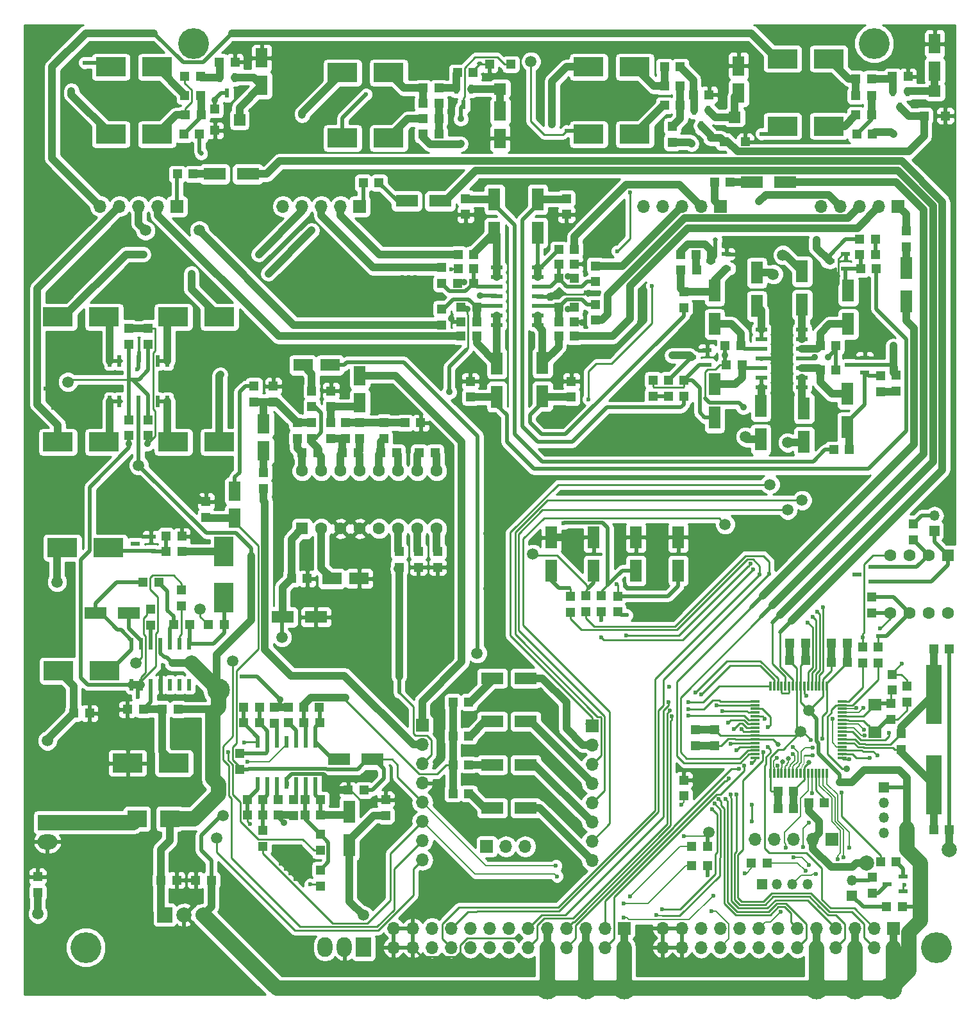
<source format=gbr>
G04 #@! TF.FileFunction,Copper,L1,Top,Signal*
%FSLAX46Y46*%
G04 Gerber Fmt 4.6, Leading zero omitted, Abs format (unit mm)*
G04 Created by KiCad (PCBNEW 4.0.7) date 02/28/19 19:31:31*
%MOMM*%
%LPD*%
G01*
G04 APERTURE LIST*
%ADD10C,0.100000*%
%ADD11R,1.600000X1.600000*%
%ADD12C,1.600000*%
%ADD13C,4.064000*%
%ADD14R,1.700000X1.700000*%
%ADD15O,1.700000X1.700000*%
%ADD16R,0.300000X1.200000*%
%ADD17R,1.200000X0.300000*%
%ADD18R,1.200000X1.200000*%
%ADD19R,2.000000X7.875000*%
%ADD20R,3.000000X1.600000*%
%ADD21R,1.600000X3.000000*%
%ADD22R,4.000000X2.500000*%
%ADD23R,1.600000X2.600000*%
%ADD24R,2.600000X1.600000*%
%ADD25R,2.500000X4.000000*%
%ADD26R,2.500000X2.300000*%
%ADD27R,1.300000X0.600000*%
%ADD28R,0.600000X1.300000*%
%ADD29R,1.600000X1.500000*%
%ADD30R,1.500000X1.600000*%
%ADD31R,1.500000X0.550000*%
%ADD32R,0.550000X1.500000*%
%ADD33R,2.000000X2.000000*%
%ADD34C,2.000000*%
%ADD35R,1.800000X1.500000*%
%ADD36R,2.000000X2.600000*%
%ADD37O,2.000000X2.600000*%
%ADD38R,2.600000X2.000000*%
%ADD39O,2.600000X2.000000*%
%ADD40R,1.350000X1.350000*%
%ADD41O,1.350000X1.350000*%
%ADD42C,0.600000*%
%ADD43C,1.500000*%
%ADD44C,0.900000*%
%ADD45C,3.000000*%
%ADD46C,0.650000*%
%ADD47C,1.016000*%
%ADD48C,0.508000*%
%ADD49C,0.250000*%
%ADD50C,0.254000*%
%ADD51C,0.127000*%
%ADD52C,2.032000*%
%ADD53C,0.190500*%
%ADD54C,0.088900*%
G04 APERTURE END LIST*
D10*
D11*
X141795500Y-92964000D03*
D12*
X139255500Y-92964000D03*
X136715500Y-92964000D03*
X134175500Y-92964000D03*
X134175500Y-100584000D03*
X136715500Y-100584000D03*
X139255500Y-100584000D03*
X141795500Y-100584000D03*
D13*
X42164000Y-25400000D03*
X132080000Y-25400000D03*
X140335000Y-144780000D03*
D14*
X134620000Y-142240000D03*
D15*
X134620000Y-144780000D03*
X132080000Y-142240000D03*
X132080000Y-144780000D03*
X129540000Y-142240000D03*
X129540000Y-144780000D03*
X127000000Y-142240000D03*
X127000000Y-144780000D03*
X124460000Y-142240000D03*
X124460000Y-144780000D03*
X121920000Y-142240000D03*
X121920000Y-144780000D03*
X119380000Y-142240000D03*
X119380000Y-144780000D03*
X116840000Y-142240000D03*
X116840000Y-144780000D03*
X114300000Y-142240000D03*
X114300000Y-144780000D03*
X111760000Y-142240000D03*
X111760000Y-144780000D03*
X109220000Y-142240000D03*
X109220000Y-144780000D03*
X106680000Y-142240000D03*
X106680000Y-144780000D03*
X104140000Y-142240000D03*
X104140000Y-144780000D03*
D16*
X118346500Y-121766000D03*
D17*
X116346500Y-112266000D03*
X116346500Y-112766000D03*
X116346500Y-113266000D03*
X116346500Y-113766000D03*
X116346500Y-114266000D03*
X116346500Y-114766000D03*
X116346500Y-115266000D03*
X116346500Y-115766000D03*
X116346500Y-116266000D03*
X116346500Y-116766000D03*
X116346500Y-117266000D03*
X116346500Y-117766000D03*
X116346500Y-118266000D03*
X116346500Y-118766000D03*
X116346500Y-119266000D03*
X116346500Y-119766000D03*
D16*
X118846500Y-121766000D03*
X119346500Y-121766000D03*
X119846500Y-121766000D03*
X120346500Y-121766000D03*
X120846500Y-121766000D03*
X121346500Y-121766000D03*
X121846500Y-121766000D03*
X122346500Y-121766000D03*
X122846500Y-121766000D03*
X123346500Y-121766000D03*
X123846500Y-121766000D03*
X124346500Y-121766000D03*
X124846500Y-121766000D03*
X125346500Y-121766000D03*
X125846500Y-121766000D03*
D17*
X127846500Y-119766000D03*
X127846500Y-119266000D03*
X127846500Y-118766000D03*
X127846500Y-118266000D03*
X127846500Y-117766000D03*
X127846500Y-117266000D03*
X127846500Y-116766000D03*
X127846500Y-116266000D03*
X127846500Y-115766000D03*
X127846500Y-115266000D03*
X127846500Y-114766000D03*
X127846500Y-114266000D03*
X127846500Y-113766000D03*
X127846500Y-113266000D03*
X127846500Y-112766000D03*
X127846500Y-112266000D03*
D16*
X125846500Y-110266000D03*
X125346500Y-110266000D03*
X124846500Y-110266000D03*
X124346500Y-110266000D03*
X123846500Y-110266000D03*
X123346500Y-110266000D03*
X122846500Y-110266000D03*
X122346500Y-110266000D03*
X121846500Y-110266000D03*
X121346500Y-110266000D03*
X120846500Y-110266000D03*
X120346500Y-110266000D03*
X119846500Y-110266000D03*
X119346500Y-110266000D03*
X118846500Y-110266000D03*
X118346500Y-110266000D03*
D18*
X111012500Y-116026000D03*
X111012500Y-118126000D03*
X120918500Y-106916000D03*
X123018500Y-106916000D03*
X128538500Y-107170000D03*
X126438500Y-107170000D03*
X108472500Y-116060000D03*
X108472500Y-118160000D03*
D19*
X139968500Y-123267500D03*
X139968500Y-111392500D03*
D18*
X142034500Y-129268000D03*
X139934500Y-129268000D03*
X142034500Y-105392000D03*
X139934500Y-105392000D03*
X135650500Y-118634000D03*
X135650500Y-116534000D03*
D14*
X126506500Y-130538000D03*
D15*
X123966500Y-130538000D03*
X121426500Y-130538000D03*
X118886500Y-130538000D03*
X116346500Y-130538000D03*
D18*
X119360500Y-124188000D03*
X121460500Y-124188000D03*
X123424500Y-125666500D03*
X125524500Y-125666500D03*
X119360500Y-126474000D03*
X121460500Y-126474000D03*
X128538500Y-104630000D03*
X126438500Y-104630000D03*
X120918500Y-104630000D03*
X123018500Y-104630000D03*
D20*
X44931500Y-42654000D03*
X49331500Y-42654000D03*
X70331500Y-46210000D03*
X74731500Y-46210000D03*
X115910000Y-43688000D03*
X120310000Y-43688000D03*
D21*
X136289000Y-55091500D03*
X136289000Y-59491500D03*
D18*
X77470000Y-62166500D03*
X79570000Y-62166500D03*
X77105800Y-55181500D03*
X79205800Y-55181500D03*
X92490000Y-54546500D03*
X90390000Y-54546500D03*
X92490000Y-62166500D03*
X90390000Y-62166500D03*
X77470000Y-64071500D03*
X79570000Y-64071500D03*
X77105800Y-53276500D03*
X79205800Y-53276500D03*
X92490000Y-52641500D03*
X90390000Y-52641500D03*
X92490000Y-64071500D03*
X90390000Y-64071500D03*
D21*
X82245200Y-67662700D03*
X82245200Y-72062700D03*
X81915000Y-50396500D03*
X81915000Y-45996500D03*
X87630000Y-50396500D03*
X87630000Y-45996500D03*
X88265000Y-67586500D03*
X88265000Y-71986500D03*
D22*
X39577000Y-120441500D03*
X33477000Y-120441500D03*
D18*
X39930000Y-135904500D03*
X37830000Y-135904500D03*
X42436000Y-135904500D03*
X44536000Y-135904500D03*
D23*
X140081000Y-29041500D03*
X140081000Y-25441500D03*
X82677000Y-34353500D03*
X82677000Y-37953500D03*
X114173000Y-31962500D03*
X114173000Y-28362500D03*
X51181000Y-30924500D03*
X51181000Y-27324500D03*
D22*
X126085506Y-27432000D03*
X119985506Y-27432000D03*
X126085506Y-36322000D03*
X119985506Y-36322000D03*
X100459000Y-28511500D03*
X94359000Y-28511500D03*
X100459000Y-37401500D03*
X94359000Y-37401500D03*
X37340000Y-37401500D03*
X31240000Y-37401500D03*
X37340000Y-28511500D03*
X31240000Y-28511500D03*
X67947000Y-29273500D03*
X61847000Y-29273500D03*
X67949000Y-37909500D03*
X61849000Y-37909500D03*
D18*
X130175000Y-53276500D03*
X132275000Y-53276500D03*
X132969000Y-69278500D03*
X132969000Y-71378500D03*
X102870000Y-69879500D03*
X102870000Y-71979500D03*
X106519000Y-55308500D03*
X108619000Y-55308500D03*
D21*
X128651000Y-62461500D03*
X128651000Y-58061500D03*
X128524000Y-71691500D03*
X128524000Y-76091500D03*
X110998000Y-70421500D03*
X110998000Y-74821500D03*
X110998000Y-62461500D03*
X110998000Y-58061500D03*
X122555000Y-59921500D03*
X122555000Y-55521500D03*
X122809000Y-73596500D03*
X122809000Y-77996500D03*
X117094000Y-73301500D03*
X117094000Y-77701500D03*
X116586000Y-60089500D03*
X116586000Y-55689500D03*
D20*
X81620000Y-109220000D03*
X86020000Y-109220000D03*
X81620000Y-114935000D03*
X86020000Y-114935000D03*
X81620000Y-120650000D03*
X86020000Y-120650000D03*
X81620000Y-126365000D03*
X86020000Y-126365000D03*
D18*
X56701000Y-113093500D03*
X58801000Y-113093500D03*
X57184000Y-96075500D03*
X55084000Y-96075500D03*
D20*
X53934000Y-101155500D03*
X58334000Y-101155500D03*
D18*
X71882000Y-94585500D03*
X71882000Y-92485500D03*
D20*
X61427000Y-119951500D03*
X65827000Y-119951500D03*
D24*
X60430000Y-96075500D03*
X64030000Y-96075500D03*
D18*
X74422000Y-94585500D03*
X74422000Y-92485500D03*
X58581000Y-79438500D03*
X56481000Y-79438500D03*
X63915000Y-79438500D03*
X61815000Y-79438500D03*
X68995000Y-79438500D03*
X66895000Y-79438500D03*
X74075000Y-79438500D03*
X71975000Y-79438500D03*
X52705000Y-70641500D03*
X52705000Y-72741500D03*
X72170000Y-75501500D03*
X70070000Y-75501500D03*
X50868000Y-113093500D03*
X48768000Y-113093500D03*
X51342000Y-127317500D03*
X49242000Y-127317500D03*
D23*
X51435000Y-75606500D03*
X51435000Y-79206500D03*
D18*
X60325000Y-71276500D03*
X60325000Y-73376500D03*
D23*
X47625000Y-84496500D03*
X47625000Y-88096500D03*
X64135000Y-72856500D03*
X64135000Y-69256500D03*
D24*
X56620000Y-67881500D03*
X60220000Y-67881500D03*
D18*
X56862000Y-127317500D03*
X58962000Y-127317500D03*
D21*
X62738000Y-126895500D03*
X62738000Y-131295500D03*
D25*
X46179000Y-98599500D03*
X46179000Y-92499500D03*
D22*
X30941000Y-91993500D03*
X24841000Y-91993500D03*
D20*
X33647000Y-100629500D03*
X29247000Y-100629500D03*
D22*
X30433000Y-108249500D03*
X24333000Y-108249500D03*
X39495000Y-61531500D03*
X45595000Y-61531500D03*
X30355000Y-78041500D03*
X24255000Y-78041500D03*
X30355000Y-61531500D03*
X24255000Y-61531500D03*
X39495000Y-78041500D03*
X45595000Y-78041500D03*
D21*
X106186500Y-95019000D03*
X106186500Y-90619000D03*
X100598500Y-95019000D03*
X100598500Y-90619000D03*
X95010500Y-95019000D03*
X95010500Y-90619000D03*
X89408000Y-95037000D03*
X89408000Y-90637000D03*
D26*
X38998000Y-127776500D03*
X34698000Y-127776500D03*
D27*
X34461000Y-91485500D03*
X36561000Y-90535500D03*
X36561000Y-92435500D03*
D28*
X135509000Y-33845500D03*
X134559000Y-31745500D03*
X136459000Y-31745500D03*
X77851000Y-33498500D03*
X76901000Y-31398500D03*
X78801000Y-31398500D03*
X109220000Y-36292500D03*
X108270000Y-34192500D03*
X110170000Y-34192500D03*
X46609000Y-31974500D03*
X45659000Y-29874500D03*
X47559000Y-29874500D03*
D27*
X126204000Y-54165500D03*
X128304000Y-53215500D03*
X128304000Y-55115500D03*
X128744000Y-67881500D03*
X130844000Y-66931500D03*
X130844000Y-68831500D03*
X107916000Y-66865500D03*
X110016000Y-65915500D03*
X110016000Y-67815500D03*
X110456000Y-54165500D03*
X112556000Y-53215500D03*
X112556000Y-55115500D03*
D18*
X42119500Y-42654000D03*
X40019500Y-42654000D03*
X66675000Y-43815000D03*
X64575000Y-43815000D03*
X113064000Y-43688000D03*
X110964000Y-43688000D03*
X136289000Y-52279500D03*
X136289000Y-50179500D03*
X74930000Y-62581500D03*
X74930000Y-60481500D03*
X74930000Y-54986500D03*
X74930000Y-57086500D03*
X95250000Y-54766500D03*
X95250000Y-56866500D03*
X95250000Y-61946500D03*
X95250000Y-59846500D03*
X79570000Y-60261500D03*
X77470000Y-60261500D03*
X79155000Y-57086500D03*
X77055000Y-57086500D03*
X90390000Y-56451500D03*
X92490000Y-56451500D03*
X90390000Y-60261500D03*
X92490000Y-60261500D03*
X78740000Y-70006500D03*
X78740000Y-72106500D03*
X78105000Y-47976500D03*
X78105000Y-45876500D03*
X91440000Y-47976500D03*
X91440000Y-45876500D03*
X92075000Y-70006500D03*
X92075000Y-72106500D03*
X38017000Y-113329500D03*
X40117000Y-113329500D03*
X33445000Y-113329500D03*
X35545000Y-113329500D03*
X136559000Y-29781500D03*
X134459000Y-29781500D03*
X79121000Y-29273500D03*
X77021000Y-29273500D03*
X110270000Y-32194500D03*
X108170000Y-32194500D03*
X47659000Y-27876500D03*
X45559000Y-27876500D03*
X104360000Y-28511500D03*
X106460000Y-28511500D03*
X41021000Y-29781500D03*
X43121000Y-29781500D03*
X129639506Y-30068132D03*
X131739506Y-30068132D03*
X72483000Y-31305500D03*
X74583000Y-31305500D03*
X129639506Y-32321500D03*
X131739506Y-32321500D03*
X129639506Y-34861500D03*
X131739506Y-34861500D03*
X72483000Y-33337500D03*
X74583000Y-33337500D03*
X72517000Y-35369500D03*
X74617000Y-35369500D03*
X104360000Y-31051500D03*
X106460000Y-31051500D03*
X104360000Y-33591500D03*
X106460000Y-33591500D03*
X41080000Y-34861500D03*
X43180000Y-34861500D03*
X41021000Y-32321500D03*
X43121000Y-32321500D03*
X132368000Y-55181500D03*
X130268000Y-55181500D03*
X126712000Y-79057500D03*
X128812000Y-79057500D03*
X106934000Y-71979500D03*
X106934000Y-69879500D03*
X106934000Y-60295500D03*
X106934000Y-58195500D03*
X129760000Y-37401500D03*
X131860000Y-37401500D03*
X74583000Y-37401500D03*
X72483000Y-37401500D03*
X105410000Y-36351500D03*
X105410000Y-38451500D03*
X40860000Y-37401500D03*
X42960000Y-37401500D03*
X132275000Y-51244500D03*
X130175000Y-51244500D03*
X135001000Y-71310500D03*
X135001000Y-69210500D03*
X104902000Y-71979500D03*
X104902000Y-69879500D03*
X108585000Y-53276500D03*
X106485000Y-53276500D03*
X127034000Y-68516500D03*
X124934000Y-68516500D03*
X112522000Y-67881500D03*
X114622000Y-67881500D03*
X112395000Y-65341500D03*
X114495000Y-65341500D03*
X127034000Y-65341500D03*
X124934000Y-65341500D03*
X78520000Y-112395000D03*
X76420000Y-112395000D03*
X78520000Y-116840000D03*
X76420000Y-116840000D03*
X78520000Y-120650000D03*
X76420000Y-120650000D03*
X78520000Y-124460000D03*
X76420000Y-124460000D03*
X54737000Y-113025500D03*
X54737000Y-115125500D03*
X56735000Y-115125500D03*
X58835000Y-115125500D03*
X69342000Y-94585500D03*
X69342000Y-92485500D03*
X64677000Y-124015500D03*
X62577000Y-124015500D03*
X48260000Y-121255500D03*
X48260000Y-119155500D03*
X51308000Y-131415500D03*
X51308000Y-129315500D03*
X52832000Y-113059500D03*
X52832000Y-115159500D03*
X53340000Y-127317500D03*
X53340000Y-125217500D03*
X55880000Y-77567500D03*
X55880000Y-75467500D03*
X57785000Y-77567500D03*
X57785000Y-75467500D03*
X62230000Y-77567500D03*
X62230000Y-75467500D03*
X64135000Y-77567500D03*
X64135000Y-75467500D03*
X67310000Y-77567500D03*
X67310000Y-75467500D03*
X50868000Y-115125500D03*
X48768000Y-115125500D03*
X51342000Y-125285500D03*
X49242000Y-125285500D03*
X50165000Y-72741500D03*
X50165000Y-70641500D03*
X60325000Y-77567500D03*
X60325000Y-75467500D03*
X43815000Y-87981500D03*
X43815000Y-85881500D03*
X51435000Y-84171500D03*
X51435000Y-82071500D03*
X58928000Y-131957500D03*
X58928000Y-129857500D03*
X58928000Y-136652000D03*
X58928000Y-134552000D03*
X55372000Y-127351500D03*
X55372000Y-125251500D03*
X57785000Y-71276500D03*
X57785000Y-73376500D03*
X56862000Y-125285500D03*
X58962000Y-125285500D03*
X67564000Y-127351500D03*
X67564000Y-125251500D03*
X40591000Y-97547500D03*
X40591000Y-99647500D03*
X39541000Y-102153500D03*
X41641000Y-102153500D03*
X46213000Y-102153500D03*
X44113000Y-102153500D03*
X37611000Y-96565500D03*
X35511000Y-96565500D03*
X40659000Y-92501500D03*
X38559000Y-92501500D03*
X40625000Y-90469500D03*
X38525000Y-90469500D03*
X36527000Y-100087500D03*
X36527000Y-102187500D03*
X26333000Y-113837500D03*
X28433000Y-113837500D03*
X33655000Y-77186500D03*
X33655000Y-75086500D03*
X36195000Y-77186500D03*
X36195000Y-75086500D03*
X33655000Y-63021500D03*
X33655000Y-65121500D03*
X36195000Y-63021500D03*
X36195000Y-65121500D03*
X21590000Y-137511500D03*
X21590000Y-135411500D03*
X132602500Y-107204000D03*
X132602500Y-105104000D03*
X98185500Y-100473000D03*
X98185500Y-98373000D03*
X96026500Y-100439000D03*
X96026500Y-98339000D03*
X93994500Y-100439000D03*
X93994500Y-98339000D03*
X91962500Y-100507000D03*
X91962500Y-98407000D03*
X138681000Y-34957500D03*
X141481000Y-34957500D03*
D29*
X140081000Y-31717500D03*
D18*
X84077000Y-28161500D03*
X81277000Y-28161500D03*
D29*
X82677000Y-31401500D03*
D18*
X112265000Y-38386500D03*
X115065000Y-38386500D03*
D29*
X113665000Y-35146500D03*
D18*
X44989000Y-34096500D03*
X44989000Y-36896500D03*
D30*
X48229000Y-35496500D03*
D31*
X82219800Y-54978300D03*
X82219800Y-56248300D03*
X82219800Y-57518300D03*
X82219800Y-58788300D03*
X82219800Y-60058300D03*
X82219800Y-61328300D03*
X82219800Y-62598300D03*
X87619800Y-62598300D03*
X87619800Y-61328300D03*
X87619800Y-60058300D03*
X87619800Y-58788300D03*
X87619800Y-57518300D03*
X87619800Y-56248300D03*
X87619800Y-54978300D03*
X122555000Y-70802500D03*
X122555000Y-69532500D03*
X122555000Y-68262500D03*
X122555000Y-66992500D03*
X122555000Y-65722500D03*
X122555000Y-64452500D03*
X122555000Y-63182500D03*
X117155000Y-63182500D03*
X117155000Y-64452500D03*
X117155000Y-65722500D03*
X117155000Y-66992500D03*
X117155000Y-68262500D03*
X117155000Y-69532500D03*
X117155000Y-70802500D03*
D32*
X58293000Y-117665500D03*
X57023000Y-117665500D03*
X55753000Y-117665500D03*
X54483000Y-117665500D03*
X53213000Y-117665500D03*
X51943000Y-117665500D03*
X50673000Y-117665500D03*
X50673000Y-123065500D03*
X51943000Y-123065500D03*
X53213000Y-123065500D03*
X54483000Y-123065500D03*
X55753000Y-123065500D03*
X57023000Y-123065500D03*
X58293000Y-123065500D03*
X41607000Y-104693500D03*
X40337000Y-104693500D03*
X39067000Y-104693500D03*
X37797000Y-104693500D03*
X36527000Y-104693500D03*
X35257000Y-104693500D03*
X33987000Y-104693500D03*
X33987000Y-110093500D03*
X35257000Y-110093500D03*
X36527000Y-110093500D03*
X37797000Y-110093500D03*
X39067000Y-110093500D03*
X40337000Y-110093500D03*
X41607000Y-110093500D03*
X31115000Y-72707500D03*
X32385000Y-72707500D03*
X33655000Y-72707500D03*
X34925000Y-72707500D03*
X36195000Y-72707500D03*
X37465000Y-72707500D03*
X38735000Y-72707500D03*
X38735000Y-67307500D03*
X37465000Y-67307500D03*
X36195000Y-67307500D03*
X34925000Y-67307500D03*
X33655000Y-67307500D03*
X32385000Y-67307500D03*
X31115000Y-67307500D03*
D33*
X38372000Y-140476500D03*
D34*
X40912000Y-140476500D03*
X43452000Y-140476500D03*
D11*
X56515000Y-89471500D03*
D12*
X59055000Y-89471500D03*
X61595000Y-89471500D03*
X64135000Y-89471500D03*
X66675000Y-89471500D03*
X69215000Y-89471500D03*
X71755000Y-89471500D03*
X71755000Y-81851500D03*
X69215000Y-81851500D03*
X66675000Y-81851500D03*
X64135000Y-81851500D03*
X61595000Y-81851500D03*
X59055000Y-81851500D03*
X56515000Y-81851500D03*
X74295000Y-89471500D03*
X74295000Y-81851500D03*
D18*
X130570500Y-105104000D03*
X130570500Y-107204000D03*
D14*
X94805500Y-115506500D03*
D15*
X94805500Y-118046500D03*
X94805500Y-120586500D03*
X94805500Y-123126500D03*
X94805500Y-125666500D03*
X94805500Y-128206500D03*
X94805500Y-130746500D03*
X94805500Y-133286500D03*
D14*
X80899000Y-131445000D03*
D15*
X83439000Y-131445000D03*
X85979000Y-131445000D03*
D14*
X40005000Y-46926500D03*
D15*
X37465000Y-46926500D03*
X34925000Y-46926500D03*
X32385000Y-46926500D03*
X29845000Y-46926500D03*
D14*
X64135000Y-46926500D03*
D15*
X61595000Y-46926500D03*
X59055000Y-46926500D03*
X56515000Y-46926500D03*
X53975000Y-46926500D03*
D14*
X111760000Y-46926500D03*
D15*
X109220000Y-46926500D03*
X106680000Y-46926500D03*
X104140000Y-46926500D03*
X101600000Y-46926500D03*
D14*
X135255000Y-46926500D03*
D15*
X132715000Y-46926500D03*
X130175000Y-46926500D03*
X127635000Y-46926500D03*
X125095000Y-46926500D03*
D14*
X72390000Y-115443000D03*
D15*
X72390000Y-117983000D03*
X72390000Y-120523000D03*
X72390000Y-123063000D03*
X72390000Y-125603000D03*
X72390000Y-128143000D03*
X72390000Y-130683000D03*
X72390000Y-133223000D03*
D18*
X107950000Y-131445000D03*
X110050000Y-131445000D03*
X107950000Y-133985000D03*
X110050000Y-133985000D03*
X134493000Y-108707500D03*
X134493000Y-110807500D03*
X136398000Y-110295000D03*
X136398000Y-112395000D03*
X134302500Y-112581000D03*
X134302500Y-114681000D03*
D35*
X132207000Y-112732000D03*
X132207000Y-116332000D03*
D14*
X99060000Y-142240000D03*
D15*
X99060000Y-144780000D03*
X96520000Y-142240000D03*
X96520000Y-144780000D03*
X93980000Y-142240000D03*
X93980000Y-144780000D03*
X91440000Y-142240000D03*
X91440000Y-144780000D03*
X88900000Y-142240000D03*
X88900000Y-144780000D03*
X86360000Y-142240000D03*
X86360000Y-144780000D03*
X83820000Y-142240000D03*
X83820000Y-144780000D03*
X81280000Y-142240000D03*
X81280000Y-144780000D03*
X78740000Y-142240000D03*
X78740000Y-144780000D03*
X76200000Y-142240000D03*
X76200000Y-144780000D03*
X73660000Y-142240000D03*
X73660000Y-144780000D03*
X71120000Y-142240000D03*
X71120000Y-144780000D03*
X68580000Y-142240000D03*
X68580000Y-144780000D03*
D13*
X27940000Y-144780000D03*
D36*
X64617600Y-144729200D03*
D37*
X62077600Y-144729200D03*
X59537600Y-144729200D03*
D38*
X22860000Y-128270000D03*
D39*
X22860000Y-130810000D03*
D27*
X129794000Y-95504000D03*
X131894000Y-94554000D03*
X131894000Y-96454000D03*
X133790000Y-136395500D03*
X135890000Y-135445500D03*
X135890000Y-137345500D03*
D18*
X137287000Y-88832000D03*
X137287000Y-90932000D03*
X131762500Y-98488500D03*
X131762500Y-100588500D03*
X132901000Y-133477000D03*
X135001000Y-133477000D03*
X135826500Y-139382500D03*
X133726500Y-139382500D03*
X131826000Y-137604500D03*
X131826000Y-135504500D03*
D40*
X117246900Y-136423400D03*
D41*
X119246900Y-136423400D03*
X121246900Y-136423400D03*
X123246900Y-136423400D03*
D40*
X133375400Y-123659900D03*
D41*
X133375400Y-125659900D03*
X133375400Y-127659900D03*
X133375400Y-129659900D03*
D40*
X140030200Y-89738200D03*
D41*
X140030200Y-87738200D03*
D40*
X129146300Y-137960100D03*
D41*
X129146300Y-135960100D03*
D18*
X106934000Y-122682000D03*
X106934000Y-124782000D03*
X117924000Y-133604000D03*
X115824000Y-133604000D03*
D42*
X104965500Y-110363000D03*
X106807000Y-121348500D03*
X85039200Y-143560800D03*
X101295200Y-143662400D03*
X59131200Y-71170800D03*
X55118000Y-70967600D03*
X69799200Y-56235600D03*
X69799200Y-60401200D03*
X70612000Y-60401200D03*
X70612000Y-56286400D03*
X71424800Y-56286400D03*
X71424800Y-60350400D03*
X72339200Y-60350400D03*
X72237600Y-56337200D03*
X76200000Y-55219600D03*
X103378000Y-89535000D03*
X31369000Y-115316000D03*
X35560000Y-115443000D03*
X37846000Y-111760000D03*
X31369000Y-113411000D03*
X24003000Y-69215000D03*
X24765000Y-72390000D03*
X23622000Y-73533000D03*
X22606000Y-70993000D03*
X24257000Y-73152000D03*
X23368000Y-69977000D03*
X80010000Y-28067000D03*
X93726000Y-54610000D03*
X97409000Y-48514000D03*
X93853000Y-47498000D03*
X93980000Y-58293000D03*
X89535000Y-58547000D03*
X57150000Y-134112000D03*
X55626000Y-135763000D03*
X54991000Y-135001000D03*
X56515000Y-133477000D03*
X55880000Y-132842000D03*
X54356000Y-134366000D03*
X53721000Y-133731000D03*
X55245000Y-132080000D03*
X92837000Y-84709000D03*
X95504000Y-84709000D03*
X110236000Y-78232000D03*
X113919000Y-75184000D03*
X125476000Y-59055000D03*
X47244000Y-137287000D03*
X41021000Y-137668000D03*
X40894000Y-142875000D03*
X47244000Y-139319000D03*
X47244000Y-138303000D03*
X61023500Y-124015500D03*
X34734500Y-68453000D03*
X37338000Y-87312500D03*
X41910000Y-84328000D03*
X30861000Y-89217500D03*
D43*
X92265500Y-90614500D03*
X81216500Y-97409000D03*
X81216500Y-90106500D03*
D42*
X78740000Y-67119500D03*
D44*
X95504000Y-66611500D03*
X93472000Y-62293500D03*
X76200000Y-61785500D03*
D42*
X49276000Y-120243600D03*
D44*
X44974439Y-32908010D03*
D45*
X45450000Y-110791500D03*
D44*
X124206000Y-66865500D03*
X80010000Y-58737500D03*
X110490000Y-37909500D03*
X77470000Y-35369500D03*
D43*
X34925000Y-81108702D03*
D46*
X119371610Y-117959911D03*
D42*
X126542800Y-114554000D03*
D45*
X134316990Y-150163010D03*
X129540000Y-150163010D03*
X124460000Y-150163010D03*
X88900000Y-150163010D03*
X93980000Y-150163010D03*
X99060000Y-150163010D03*
D43*
X53848000Y-103822500D03*
X46037500Y-127381000D03*
D42*
X132588000Y-103632000D03*
D46*
X123414500Y-120378000D03*
D43*
X123458500Y-113520000D03*
D42*
X117221000Y-37338000D03*
X98069166Y-96799166D03*
D43*
X86741000Y-27813000D03*
X86995000Y-92837000D03*
D42*
X91440000Y-36957000D03*
X99822000Y-45085000D03*
X98171000Y-52832000D03*
X102743000Y-57404000D03*
X94361000Y-72390000D03*
X94361000Y-97282000D03*
X27813000Y-27940000D03*
X91821000Y-97282000D03*
X64960500Y-32131000D03*
X91059000Y-88773000D03*
X96901000Y-96901000D03*
D43*
X118311209Y-83639333D03*
X120015000Y-53340000D03*
X122555000Y-85725000D03*
X120650000Y-78105000D03*
X115061562Y-77343438D03*
X120650000Y-86995000D03*
X112395000Y-88900000D03*
X118745000Y-55880000D03*
D42*
X90043000Y-133985000D03*
X99822000Y-138049000D03*
X46705987Y-119024400D03*
X48869600Y-117703600D03*
X57594500Y-136461500D03*
X49593500Y-128460500D03*
D43*
X64579500Y-140525500D03*
X24130000Y-96520000D03*
X22860000Y-117475000D03*
D34*
X131100998Y-133661574D03*
D42*
X136080500Y-136525000D03*
X123744477Y-117347318D03*
D43*
X122353705Y-116287009D03*
D42*
X125252488Y-117217273D03*
X135699500Y-107315000D03*
X130556000Y-103822500D03*
D43*
X21590000Y-140335000D03*
D34*
X141986000Y-131826000D03*
D42*
X123479332Y-133852860D03*
X121450100Y-132867400D03*
D44*
X128460500Y-121158000D03*
D46*
X120740940Y-119856310D03*
X119988486Y-120251700D03*
D42*
X120396000Y-131572000D03*
D46*
X124460000Y-51371500D03*
X134620000Y-37401500D03*
X134620000Y-65341500D03*
X77470000Y-38671500D03*
X105410000Y-66611500D03*
X107950000Y-38671500D03*
X111125000Y-51371500D03*
X43180000Y-39941500D03*
D42*
X48480610Y-109001392D03*
X34798000Y-111696500D03*
D44*
X114808000Y-73469500D03*
X125984000Y-66865500D03*
X75946000Y-71437500D03*
X112395000Y-66611500D03*
X53594000Y-112077500D03*
X54102000Y-128333500D03*
X91640002Y-56197500D03*
X91640002Y-60515500D03*
X77904998Y-56959500D03*
X78319998Y-60515500D03*
X36068000Y-78295500D03*
X33655000Y-78294500D03*
D42*
X98978726Y-138968229D03*
D43*
X79629000Y-105918000D03*
D42*
X90170000Y-135382000D03*
D43*
X25573968Y-70104604D03*
D46*
X33655000Y-69786500D03*
D43*
X42926000Y-50101500D03*
X35814000Y-50101500D03*
D42*
X103327200Y-140462000D03*
X110998000Y-125793500D03*
X113157000Y-117919500D03*
X104045794Y-139727693D03*
X110657336Y-126543966D03*
X113911010Y-118692827D03*
X115951000Y-120396000D03*
X119329822Y-120748497D03*
X121310400Y-119227600D03*
X98975505Y-140854060D03*
X110794800Y-137922000D03*
X121310400Y-118313200D03*
X123952000Y-118427500D03*
X123952000Y-119443500D03*
X99377500Y-100901500D03*
X99314000Y-103568500D03*
X115769041Y-94122997D03*
X125349000Y-99822000D03*
X116115231Y-94844226D03*
X96012000Y-101536500D03*
X96012000Y-103822500D03*
X110617000Y-139954000D03*
X124587000Y-100457000D03*
X118237000Y-95471236D03*
X123952000Y-101092000D03*
X116967000Y-95504000D03*
X123317000Y-101854000D03*
X111531096Y-125196988D03*
X108458000Y-111125000D03*
X118041790Y-115718399D03*
X118041790Y-118337717D03*
X113096200Y-124587822D03*
X111252000Y-112776000D03*
X117437183Y-119019865D03*
X117602000Y-114554000D03*
X113895915Y-124566029D03*
X112014000Y-113538000D03*
X112838364Y-122492636D03*
X112776000Y-115062000D03*
X105373233Y-114241537D03*
X107569000Y-114173000D03*
X114927128Y-120786566D03*
X114555152Y-115964016D03*
X114238120Y-121193121D03*
X113538000Y-115951000D03*
X123846500Y-124414198D03*
X123444000Y-128257300D03*
X122682000Y-131483100D03*
X124383718Y-135091253D03*
X127242796Y-133140200D03*
X128038304Y-132884704D03*
X105099737Y-113489726D03*
X107569000Y-113284000D03*
X104878022Y-112395000D03*
X107569000Y-112395000D03*
X112413345Y-125203655D03*
X109220000Y-111379000D03*
X119703858Y-140055600D03*
X129743200Y-113170740D03*
X130657600Y-113182400D03*
X130702763Y-115983767D03*
X130806998Y-116776959D03*
D46*
X89535000Y-36131500D03*
X26035000Y-31686500D03*
X56515000Y-34861500D03*
X41910000Y-55816500D03*
X52070000Y-55816500D03*
X57785000Y-50101500D03*
X50800000Y-53276500D03*
X35560000Y-53276500D03*
X116840000Y-46291500D03*
X45720000Y-69151500D03*
D43*
X34544000Y-107188000D03*
X45212000Y-130302000D03*
X43053000Y-100076000D03*
X47371000Y-106934000D03*
D42*
X106934000Y-130111500D03*
X106616500Y-125920500D03*
X115014823Y-134949753D03*
X119176800Y-119786400D03*
D43*
X110236000Y-129540000D03*
D42*
X115874800Y-128168400D03*
X115874800Y-125933200D03*
X110032800Y-135229600D03*
X123139200Y-111556800D03*
X131508500Y-119761000D03*
X132524500Y-119443500D03*
X132842000Y-102679500D03*
X134048500Y-116459000D03*
X127743264Y-124307421D03*
X128778000Y-119951500D03*
X122999500Y-134683500D03*
X128778000Y-131572000D03*
D47*
X44931500Y-42654000D02*
X42119500Y-42654000D01*
D48*
X119634000Y-103124000D02*
X121158000Y-101600000D01*
D47*
X141062033Y-81695967D02*
X121158000Y-101600000D01*
D49*
X119634000Y-107684692D02*
X119634000Y-103124000D01*
X121346500Y-110266000D02*
X121346500Y-109397192D01*
X121346500Y-109397192D02*
X119634000Y-107684692D01*
D47*
X51847500Y-42654000D02*
X49331500Y-42654000D01*
X141062033Y-81695967D02*
X141062033Y-46319733D01*
X53537512Y-40963988D02*
X51847500Y-42654000D01*
X141062033Y-46319733D02*
X135706288Y-40963988D01*
X135706288Y-40963988D02*
X53537512Y-40963988D01*
X50031500Y-42654000D02*
X49331500Y-42654000D01*
D48*
X70331500Y-46210000D02*
X69070000Y-46210000D01*
X69070000Y-46210000D02*
X66675000Y-43815000D01*
D47*
X139846022Y-80625978D02*
X139846022Y-46823421D01*
X119634000Y-100838000D02*
X139846022Y-80625978D01*
D48*
X118618000Y-101854000D02*
X119634000Y-100838000D01*
D50*
X118618000Y-107307932D02*
X118618000Y-101854000D01*
X120346500Y-110266000D02*
X120346500Y-109036432D01*
X120346500Y-109036432D02*
X118618000Y-107307932D01*
D47*
X75431500Y-46210000D02*
X74731500Y-46210000D01*
X79461501Y-42179999D02*
X75431500Y-46210000D01*
X139846022Y-46823421D02*
X135202600Y-42179999D01*
X135202600Y-42179999D02*
X79461501Y-42179999D01*
X113064000Y-43688000D02*
X115910000Y-43688000D01*
X118618000Y-99631500D02*
X138630011Y-79619489D01*
D48*
X117094000Y-101155500D02*
X118618000Y-99631500D01*
D50*
X106489500Y-111760000D02*
X117094000Y-101155500D01*
D47*
X134990902Y-43688000D02*
X120310000Y-43688000D01*
X138630011Y-47327109D02*
X134990902Y-43688000D01*
X138630011Y-79619489D02*
X138630011Y-47327109D01*
D50*
X107315000Y-119824500D02*
X106489500Y-118999000D01*
X114307330Y-119824500D02*
X107315000Y-119824500D01*
X115365830Y-118766000D02*
X114307330Y-119824500D01*
X106489500Y-118999000D02*
X106489500Y-111760000D01*
X116346500Y-118766000D02*
X115365830Y-118766000D01*
D47*
X136289000Y-55091500D02*
X136289000Y-52279500D01*
X136289000Y-62007500D02*
X136289000Y-59491500D01*
X137321964Y-63040464D02*
X136289000Y-62007500D01*
X137321964Y-78324036D02*
X137321964Y-63040464D01*
X117348000Y-98298000D02*
X137321964Y-78324036D01*
D48*
X115824000Y-99822000D02*
X117348000Y-98298000D01*
D50*
X106000234Y-109645766D02*
X115824000Y-99822000D01*
X116346500Y-119266000D02*
X115507898Y-119266000D01*
X115507898Y-119266000D02*
X114377898Y-120396000D01*
X114377898Y-120396000D02*
X106934000Y-120396000D01*
X106000234Y-119462234D02*
X106000234Y-109645766D01*
X106934000Y-120396000D02*
X106000234Y-119462234D01*
D51*
X106934000Y-122682000D02*
X106934000Y-121475500D01*
X106934000Y-121475500D02*
X106807000Y-121348500D01*
D49*
X85039200Y-143560800D02*
X78282800Y-143560800D01*
X78282800Y-143560800D02*
X77375001Y-144468599D01*
X77375001Y-144468599D02*
X77375001Y-145344001D01*
X77375001Y-145344001D02*
X76764001Y-145955001D01*
X72295001Y-145955001D02*
X71120000Y-144780000D01*
X76764001Y-145955001D02*
X72295001Y-145955001D01*
X60325000Y-71276500D02*
X59236900Y-71276500D01*
X59236900Y-71276500D02*
X59131200Y-71170800D01*
X52705000Y-70641500D02*
X54791900Y-70641500D01*
X54791900Y-70641500D02*
X55118000Y-70967600D01*
X69799200Y-60401200D02*
X69799200Y-56235600D01*
X70612000Y-60401200D02*
X69799200Y-60401200D01*
X70612000Y-56286400D02*
X70612000Y-60401200D01*
X71424800Y-60350400D02*
X71424800Y-56286400D01*
X72237600Y-56337200D02*
X72237600Y-60248800D01*
X72237600Y-60248800D02*
X72339200Y-60350400D01*
X77105800Y-55181500D02*
X76238100Y-55181500D01*
X76238100Y-55181500D02*
X76200000Y-55219600D01*
D48*
X106186500Y-90619000D02*
X104462000Y-90619000D01*
X104462000Y-90619000D02*
X103378000Y-89535000D01*
X100598500Y-90619000D02*
X102294000Y-90619000D01*
X102294000Y-90619000D02*
X103378000Y-89535000D01*
D50*
X35560000Y-115443000D02*
X31496000Y-115443000D01*
X31496000Y-115443000D02*
X31369000Y-115316000D01*
X37797000Y-110093500D02*
X37797000Y-111711000D01*
X37797000Y-111711000D02*
X37846000Y-111760000D01*
X28433000Y-113837500D02*
X30942500Y-113837500D01*
X30942500Y-113837500D02*
X31369000Y-113411000D01*
X33445000Y-113329500D02*
X31450500Y-113329500D01*
X31450500Y-113329500D02*
X31369000Y-113411000D01*
X24257000Y-69723000D02*
X24003000Y-69469000D01*
X24003000Y-69469000D02*
X24003000Y-69215000D01*
X24257000Y-71457736D02*
X24257000Y-69723000D01*
X24765000Y-72390000D02*
X24765000Y-71965736D01*
X24765000Y-71965736D02*
X24257000Y-71457736D01*
X22606000Y-70993000D02*
X23622000Y-72009000D01*
X23622000Y-72009000D02*
X23622000Y-73533000D01*
X23368000Y-69977000D02*
X24257000Y-70866000D01*
X24257000Y-70866000D02*
X24257000Y-73152000D01*
X81277000Y-28161500D02*
X80104500Y-28161500D01*
X80104500Y-28161500D02*
X80010000Y-28067000D01*
X79121000Y-29273500D02*
X79121000Y-28956000D01*
X79121000Y-28956000D02*
X80010000Y-28067000D01*
X92490000Y-54546500D02*
X93662500Y-54546500D01*
X93662500Y-54546500D02*
X93726000Y-54610000D01*
X97409000Y-48514000D02*
X97409000Y-50481500D01*
X97409000Y-50481500D02*
X93344000Y-54546500D01*
X93344000Y-54546500D02*
X92490000Y-54546500D01*
X91440000Y-47976500D02*
X93374500Y-47976500D01*
X93374500Y-47976500D02*
X93853000Y-47498000D01*
X89535000Y-58547000D02*
X93726000Y-58547000D01*
X93726000Y-58547000D02*
X93980000Y-58293000D01*
X87619800Y-58788300D02*
X89293700Y-58788300D01*
X89293700Y-58788300D02*
X89535000Y-58547000D01*
X55626000Y-135763000D02*
X55626000Y-135636000D01*
X55626000Y-135636000D02*
X57150000Y-134112000D01*
X56515000Y-133477000D02*
X54991000Y-135001000D01*
X54356000Y-134366000D02*
X55880000Y-132842000D01*
X55245000Y-132080000D02*
X55245000Y-132207000D01*
X55245000Y-132207000D02*
X53721000Y-133731000D01*
X95504000Y-84709000D02*
X92837000Y-84709000D01*
X113619001Y-76245999D02*
X111633000Y-78232000D01*
X111633000Y-78232000D02*
X110236000Y-78232000D01*
X113919000Y-75184000D02*
X113619001Y-75483999D01*
X113619001Y-75483999D02*
X113619001Y-76245999D01*
X128304000Y-53215500D02*
X127954000Y-53215500D01*
X127954000Y-53215500D02*
X127326999Y-53842501D01*
X127326999Y-53842501D02*
X127326999Y-57204001D01*
X127326999Y-57204001D02*
X125476000Y-59055000D01*
D48*
X59377499Y-121861499D02*
X61023500Y-123507500D01*
X61023500Y-123507500D02*
X61023500Y-124015500D01*
X54483000Y-122504200D02*
X55125701Y-121861499D01*
X55125701Y-121861499D02*
X59377499Y-121861499D01*
X54483000Y-123065500D02*
X54483000Y-122504200D01*
X40912000Y-140476500D02*
X40912000Y-142857000D01*
X40912000Y-142857000D02*
X40894000Y-142875000D01*
D47*
X62577000Y-124015500D02*
X61023500Y-124015500D01*
D48*
X34925000Y-67307500D02*
X34925000Y-68262500D01*
X34925000Y-68262500D02*
X34734500Y-68453000D01*
X43815000Y-85881500D02*
X43463500Y-85881500D01*
X43463500Y-85881500D02*
X41910000Y-84328000D01*
X36561000Y-90535500D02*
X35403000Y-90535500D01*
X35403000Y-90535500D02*
X34085000Y-89217500D01*
X34085000Y-89217500D02*
X30861000Y-89217500D01*
D47*
X89408000Y-90637000D02*
X92243000Y-90637000D01*
X92243000Y-90637000D02*
X92265500Y-90614500D01*
X81216500Y-90106500D02*
X81216500Y-97409000D01*
D49*
X78740000Y-70006500D02*
X78740000Y-67119500D01*
D50*
X92075000Y-70006500D02*
X92075000Y-69152500D01*
X92075000Y-69152500D02*
X94616000Y-66611500D01*
X94616000Y-66611500D02*
X95504000Y-66611500D01*
X67564000Y-125251500D02*
X64124398Y-125251500D01*
X64124398Y-125251500D02*
X62888398Y-124015500D01*
X62888398Y-124015500D02*
X62577000Y-124015500D01*
X95010500Y-90619000D02*
X95372500Y-90619000D01*
X115065000Y-38386500D02*
X115601000Y-38386500D01*
X112556000Y-53215500D02*
X112206000Y-53215500D01*
X92490000Y-62166500D02*
X93345000Y-62166500D01*
X93345000Y-62166500D02*
X93472000Y-62293500D01*
D48*
X54498005Y-123080505D02*
X54498005Y-123425662D01*
X54483000Y-123065500D02*
X54498005Y-123080505D01*
X77105800Y-55181500D02*
X76895346Y-55181500D01*
X77470000Y-62166500D02*
X76581000Y-62166500D01*
X76581000Y-62166500D02*
X76200000Y-61785500D01*
X79570000Y-60261500D02*
X78515999Y-59207499D01*
X78515999Y-59207499D02*
X76492001Y-59207499D01*
X76492001Y-59207499D02*
X75218000Y-60481500D01*
X75218000Y-60481500D02*
X74930000Y-60481500D01*
X82219800Y-60058300D02*
X79773200Y-60058300D01*
X79773200Y-60058300D02*
X79570000Y-60261500D01*
D47*
X79570000Y-60261500D02*
X79570000Y-62166500D01*
D48*
X74930000Y-57086500D02*
X75984001Y-58140501D01*
X75984001Y-58140501D02*
X78100999Y-58140501D01*
X78100999Y-58140501D02*
X79155000Y-57086500D01*
X79205800Y-55181500D02*
X79205800Y-57035700D01*
X79205800Y-57035700D02*
X79155000Y-57086500D01*
X82219800Y-57518300D02*
X79586800Y-57518300D01*
X79586800Y-57518300D02*
X79155000Y-57086500D01*
X90390000Y-54546500D02*
X90390000Y-56451500D01*
X87619800Y-57518300D02*
X89323200Y-57518300D01*
X89323200Y-57518300D02*
X90390000Y-56451500D01*
X95250000Y-56866500D02*
X94142000Y-56866500D01*
X94142000Y-56866500D02*
X93502999Y-57505501D01*
X93502999Y-57505501D02*
X91444001Y-57505501D01*
X91444001Y-57505501D02*
X90390000Y-56451500D01*
X87619800Y-57518300D02*
X87144800Y-57518300D01*
X87619800Y-60058300D02*
X90186800Y-60058300D01*
X90186800Y-60058300D02*
X90390000Y-60261500D01*
X95250000Y-59846500D02*
X94142000Y-59846500D01*
X94142000Y-59846500D02*
X93502999Y-59207499D01*
X93502999Y-59207499D02*
X91444001Y-59207499D01*
X91444001Y-59207499D02*
X90390000Y-60261500D01*
D47*
X90390000Y-60261500D02*
X90390000Y-62166500D01*
D48*
X82245200Y-67662700D02*
X82245200Y-68592700D01*
D47*
X79570000Y-64071500D02*
X79570000Y-64987500D01*
X79570000Y-64987500D02*
X82245200Y-67662700D01*
X82219800Y-61328300D02*
X82219800Y-62598300D01*
X82245200Y-67662700D02*
X82245200Y-62623700D01*
X82245200Y-62623700D02*
X82219800Y-62598300D01*
D48*
X82245200Y-67662700D02*
X82245200Y-66962700D01*
X82694800Y-61328300D02*
X82219800Y-61328300D01*
D47*
X79205800Y-53276500D02*
X79205800Y-53105700D01*
X79205800Y-53105700D02*
X81915000Y-50396500D01*
X82219800Y-54978300D02*
X82219800Y-50701300D01*
X82219800Y-50701300D02*
X81915000Y-50396500D01*
X82219800Y-56248300D02*
X82219800Y-54978300D01*
D48*
X87619800Y-54978300D02*
X87619800Y-50406700D01*
X87619800Y-50406700D02*
X87630000Y-50396500D01*
X87619800Y-54978300D02*
X88053200Y-54978300D01*
X88053200Y-54978300D02*
X90390000Y-52641500D01*
D47*
X87619800Y-54978300D02*
X87619800Y-56248300D01*
X90390000Y-64071500D02*
X90390000Y-65461500D01*
X90390000Y-65461500D02*
X88265000Y-67586500D01*
X88265000Y-67586500D02*
X88265000Y-63243500D01*
X88265000Y-63243500D02*
X87619800Y-62598300D01*
X87619800Y-61328300D02*
X87619800Y-62598300D01*
D48*
X136359956Y-64477956D02*
X132368000Y-60486000D01*
X132368000Y-60486000D02*
X132368000Y-55181500D01*
X136359956Y-76555544D02*
X136359956Y-64477956D01*
X136359956Y-76555544D02*
X131318000Y-81597500D01*
X83566000Y-78041500D02*
X83566000Y-74485500D01*
X87122000Y-81597500D02*
X83566000Y-78041500D01*
X131318000Y-81597500D02*
X87122000Y-81597500D01*
X82245200Y-72062700D02*
X82245200Y-73164700D01*
X82245200Y-73164700D02*
X83566000Y-74485500D01*
D47*
X78740000Y-72106500D02*
X82201400Y-72106500D01*
X82201400Y-72106500D02*
X82245200Y-72062700D01*
X82379200Y-71928700D02*
X82245200Y-72062700D01*
D48*
X126712000Y-79057500D02*
X125604000Y-79057500D01*
X125604000Y-79057500D02*
X124006990Y-80654510D01*
X124006990Y-80654510D02*
X88211010Y-80654510D01*
X84582000Y-49363500D02*
X81915000Y-46696500D01*
X88211010Y-80654510D02*
X84582000Y-77025500D01*
X84582000Y-77025500D02*
X84582000Y-49363500D01*
X81915000Y-46696500D02*
X81915000Y-45996500D01*
D47*
X81915000Y-45996500D02*
X78225000Y-45996500D01*
X78225000Y-45996500D02*
X78105000Y-45876500D01*
D48*
X85598000Y-48728500D02*
X85598000Y-76009500D01*
X106934000Y-71979500D02*
X106934000Y-73087500D01*
X106934000Y-73087500D02*
X106552000Y-73469500D01*
X106552000Y-73469500D02*
X96774000Y-73469500D01*
X96774000Y-73469500D02*
X92202000Y-78041500D01*
X92202000Y-78041500D02*
X87630000Y-78041500D01*
X87630000Y-78041500D02*
X85598000Y-76009500D01*
X87630000Y-45996500D02*
X87630000Y-46696500D01*
X87630000Y-46696500D02*
X85598000Y-48728500D01*
D47*
X87630000Y-45996500D02*
X91320000Y-45996500D01*
X91320000Y-45996500D02*
X91440000Y-45876500D01*
D48*
X88265000Y-71986500D02*
X88265000Y-72834500D01*
X88265000Y-72834500D02*
X86614000Y-74485500D01*
X86614000Y-74485500D02*
X86614000Y-75501500D01*
X86614000Y-75501500D02*
X88138000Y-77025500D01*
X88138000Y-77025500D02*
X91312000Y-77025500D01*
X91312000Y-77025500D02*
X106934000Y-61403500D01*
X106934000Y-61403500D02*
X106934000Y-60295500D01*
D47*
X92075000Y-72106500D02*
X88385000Y-72106500D01*
X88385000Y-72106500D02*
X88265000Y-71986500D01*
D48*
X36527000Y-110093500D02*
X36527000Y-112347500D01*
X36527000Y-112347500D02*
X35545000Y-113329500D01*
D47*
X35545000Y-113329500D02*
X38017000Y-113329500D01*
X39577000Y-120441500D02*
X38017000Y-118881500D01*
X38017000Y-118881500D02*
X38017000Y-113329500D01*
D52*
X44715188Y-122469688D02*
X44715188Y-113828312D01*
D47*
X45450000Y-123204500D02*
X45223188Y-122977688D01*
X45223188Y-106130152D02*
X49818001Y-101535339D01*
X45223188Y-122977688D02*
X45223188Y-106130152D01*
D52*
X44715188Y-113828312D02*
X45450000Y-113093500D01*
D47*
X49818001Y-101535339D02*
X49818001Y-93061501D01*
D52*
X45450000Y-123204500D02*
X44715188Y-122469688D01*
D53*
X54483000Y-117665500D02*
X54483000Y-117951952D01*
X54483000Y-117951952D02*
X52191352Y-120243600D01*
X52191352Y-120243600D02*
X49276000Y-120243600D01*
D48*
X44989000Y-34096500D02*
X44989000Y-32922571D01*
X44989000Y-32922571D02*
X44974439Y-32908010D01*
X46609000Y-31974500D02*
X45801000Y-31974500D01*
X44974439Y-32801061D02*
X44974439Y-32908010D01*
X45801000Y-31974500D02*
X44974439Y-32801061D01*
D52*
X38998000Y-127776500D02*
X42280000Y-127776500D01*
X42280000Y-127776500D02*
X45450000Y-124606500D01*
X45450000Y-124606500D02*
X45450000Y-123204500D01*
D47*
X38998000Y-130674000D02*
X37830000Y-131842000D01*
X37830000Y-131842000D02*
X37830000Y-135904500D01*
X38998000Y-127776500D02*
X38998000Y-130674000D01*
D48*
X122555000Y-66992500D02*
X124079000Y-66992500D01*
X124079000Y-66992500D02*
X124206000Y-66865500D01*
X80010000Y-58737500D02*
X82169000Y-58737500D01*
X82169000Y-58737500D02*
X82219800Y-58788300D01*
D47*
X138681000Y-34957500D02*
X136621000Y-34957500D01*
X136621000Y-34957500D02*
X135509000Y-33845500D01*
X136644999Y-39694501D02*
X138681000Y-37658500D01*
X138681000Y-37658500D02*
X138681000Y-34957500D01*
X112265000Y-38386500D02*
X112709999Y-38386500D01*
X112709999Y-38386500D02*
X114018000Y-39694501D01*
X114018000Y-39694501D02*
X136644999Y-39694501D01*
X110490000Y-37909500D02*
X110490000Y-37562500D01*
X110490000Y-37562500D02*
X109220000Y-36292500D01*
X110490000Y-37909500D02*
X111788000Y-37909500D01*
X111788000Y-37909500D02*
X112265000Y-38386500D01*
D50*
X77851000Y-33498500D02*
X77851000Y-32594500D01*
X77851000Y-32594500D02*
X77948001Y-32497499D01*
X82295999Y-27234499D02*
X83223000Y-28161500D01*
X77948001Y-32497499D02*
X77948001Y-28657897D01*
X77948001Y-28657897D02*
X79371399Y-27234499D01*
X79371399Y-27234499D02*
X82295999Y-27234499D01*
X83223000Y-28161500D02*
X84077000Y-28161500D01*
D48*
X77470000Y-35369500D02*
X77470000Y-33879500D01*
X77470000Y-33879500D02*
X77851000Y-33498500D01*
X49818001Y-93061501D02*
X49818001Y-92071299D01*
X49818001Y-92071299D02*
X47792201Y-90045499D01*
X47792201Y-90045499D02*
X43861797Y-90045499D01*
X43861797Y-90045499D02*
X34925000Y-81108702D01*
X34925000Y-81108702D02*
X34925000Y-72707500D01*
D52*
X45450000Y-113093500D02*
X45450000Y-110791500D01*
D47*
X40117000Y-113329500D02*
X45214000Y-113329500D01*
X45214000Y-113329500D02*
X45450000Y-113093500D01*
D48*
X39370000Y-107251500D02*
X38608000Y-106489500D01*
X38608000Y-106489500D02*
X38335000Y-106489500D01*
X38335000Y-106489500D02*
X37797000Y-105951500D01*
X37797000Y-105951500D02*
X37797000Y-104693500D01*
D47*
X41910000Y-107251500D02*
X39370000Y-107251500D01*
D52*
X45450000Y-110791500D02*
X41910000Y-107251500D01*
D47*
X37830000Y-135904500D02*
X37830000Y-139934500D01*
X37830000Y-139934500D02*
X38372000Y-140476500D01*
X136398000Y-122398000D02*
X136398000Y-123659900D01*
X136398000Y-123659900D02*
X136398000Y-129095500D01*
D48*
X133375400Y-123659900D02*
X136398000Y-123659900D01*
D52*
X138176000Y-133604000D02*
X138176000Y-139382500D01*
X138176000Y-139382500D02*
X138176000Y-141224000D01*
D48*
X135826500Y-139382500D02*
X138176000Y-139382500D01*
D52*
X136398000Y-129095500D02*
X136398000Y-131826000D01*
X136398000Y-131826000D02*
X138176000Y-133604000D01*
X138176000Y-141224000D02*
X136652000Y-142748000D01*
X136652000Y-142748000D02*
X136652000Y-147828000D01*
X136652000Y-147828000D02*
X134316990Y-150163010D01*
D47*
X130716500Y-121348500D02*
X135348500Y-121348500D01*
X135348500Y-121348500D02*
X136398000Y-122398000D01*
X127508000Y-122936000D02*
X129129000Y-122936000D01*
X129129000Y-122936000D02*
X130716500Y-121348500D01*
D48*
X136715500Y-100584000D02*
X133667500Y-103632000D01*
X133667500Y-103632000D02*
X132588000Y-103632000D01*
X131762500Y-98488500D02*
X134620000Y-98488500D01*
X134620000Y-98488500D02*
X136715500Y-100584000D01*
D50*
X118677699Y-117266000D02*
X119371610Y-117959911D01*
X116346500Y-117266000D02*
X118677699Y-117266000D01*
D48*
X124498487Y-117579194D02*
X124498487Y-114559987D01*
D53*
X127056000Y-118266000D02*
X126542800Y-117752800D01*
X127846500Y-118266000D02*
X127056000Y-118266000D01*
D48*
X127508000Y-122936000D02*
X127508000Y-121920000D01*
X124498487Y-114559987D02*
X123458500Y-113520000D01*
X124706001Y-119118001D02*
X124706001Y-117786708D01*
X124706001Y-117786708D02*
X124498487Y-117579194D01*
X127508000Y-121920000D02*
X124706001Y-119118001D01*
D53*
X126542800Y-117752800D02*
X126542800Y-114554000D01*
D50*
X122869499Y-120923001D02*
X123414500Y-120378000D01*
X122846500Y-121766000D02*
X122869499Y-121743001D01*
X122869499Y-121743001D02*
X122869499Y-120923001D01*
D52*
X134620000Y-149860000D02*
X134316990Y-150163010D01*
X134620000Y-144780000D02*
X134620000Y-149860000D01*
X134316990Y-150163010D02*
X129540000Y-150163010D01*
X129540000Y-150163010D02*
X124460000Y-150163010D01*
X129540000Y-144780000D02*
X129540000Y-150163010D01*
X124460000Y-150163010D02*
X99060000Y-150163010D01*
X124460000Y-144780000D02*
X124460000Y-150163010D01*
X93980000Y-150163010D02*
X88900000Y-150163010D01*
X88900000Y-150163010D02*
X53138510Y-150163010D01*
X88900000Y-144780000D02*
X88900000Y-150163010D01*
X99060000Y-150163010D02*
X93980000Y-150163010D01*
X93980000Y-144780000D02*
X93980000Y-150163010D01*
X99060000Y-144780000D02*
X99060000Y-150163010D01*
X53138510Y-150163010D02*
X43452000Y-140476500D01*
D47*
X88900000Y-142240000D02*
X88900000Y-144780000D01*
X93980000Y-142240000D02*
X93980000Y-144780000D01*
X99060000Y-142240000D02*
X99060000Y-144780000D01*
X124460000Y-142240000D02*
X124460000Y-144780000D01*
X129540000Y-142240000D02*
X129540000Y-144780000D01*
X134620000Y-142240000D02*
X134620000Y-144780000D01*
D50*
X111866500Y-118126000D02*
X111012500Y-118126000D01*
X112763502Y-117228998D02*
X111866500Y-118126000D01*
X116346500Y-117266000D02*
X113748964Y-117266000D01*
X113748964Y-117266000D02*
X113711962Y-117228998D01*
X113711962Y-117228998D02*
X112763502Y-117228998D01*
D48*
X53848000Y-103822500D02*
X53848000Y-101241500D01*
X53848000Y-101241500D02*
X53934000Y-101155500D01*
X43180000Y-129984500D02*
X45783500Y-127381000D01*
X45783500Y-127381000D02*
X46037500Y-127381000D01*
X43180000Y-131953000D02*
X43180000Y-129984500D01*
X44536000Y-133309000D02*
X43180000Y-131953000D01*
X44536000Y-135904500D02*
X44536000Y-133309000D01*
D50*
X132588000Y-103632000D02*
X132588000Y-105089500D01*
X132588000Y-105089500D02*
X132602500Y-105104000D01*
D49*
X122346500Y-110266000D02*
X122346500Y-107588000D01*
X122346500Y-107588000D02*
X123018500Y-106916000D01*
X125346500Y-109349500D02*
X126438500Y-108257500D01*
X126438500Y-108257500D02*
X126438500Y-107170000D01*
X125346500Y-110266000D02*
X125346500Y-109349500D01*
D50*
X125346500Y-110266000D02*
X125346500Y-111632000D01*
X125346500Y-111632000D02*
X123458500Y-113520000D01*
X122346500Y-110266000D02*
X122346500Y-112408000D01*
X122346500Y-112408000D02*
X123458500Y-113520000D01*
X111012500Y-118092000D02*
X111012500Y-118126000D01*
D47*
X108506500Y-118126000D02*
X108472500Y-118160000D01*
X111012500Y-118126000D02*
X108506500Y-118126000D01*
D50*
X122846500Y-122620000D02*
X121460500Y-124006000D01*
X121460500Y-124006000D02*
X121460500Y-124188000D01*
D47*
X121460500Y-124188000D02*
X121460500Y-126474000D01*
D50*
X122846500Y-121766000D02*
X122846500Y-122620000D01*
D47*
X126438500Y-107170000D02*
X126438500Y-104630000D01*
X123018500Y-106916000D02*
X123018500Y-104630000D01*
D48*
X53594000Y-101495500D02*
X53934000Y-101155500D01*
D47*
X53934000Y-101155500D02*
X53934000Y-97225500D01*
X53934000Y-97225500D02*
X55084000Y-96075500D01*
X56515000Y-89471500D02*
X55084000Y-90902500D01*
X55084000Y-90902500D02*
X55084000Y-96075500D01*
X43452000Y-140476500D02*
X44536000Y-139392500D01*
X44536000Y-139392500D02*
X44536000Y-135904500D01*
X140081000Y-31717500D02*
X136487000Y-31717500D01*
X136487000Y-31717500D02*
X136459000Y-31745500D01*
X140081000Y-31717500D02*
X140081000Y-29041500D01*
X82677000Y-31401500D02*
X82677000Y-34353500D01*
X78801000Y-31398500D02*
X82674000Y-31398500D01*
X82674000Y-31398500D02*
X82677000Y-31401500D01*
X113665000Y-35146500D02*
X113665000Y-32470500D01*
X113665000Y-32470500D02*
X114173000Y-31962500D01*
X113665000Y-35146500D02*
X111124000Y-35146500D01*
X111124000Y-35146500D02*
X110170000Y-34192500D01*
X47559000Y-29874500D02*
X50131000Y-29874500D01*
X50131000Y-29874500D02*
X51181000Y-30924500D01*
X48229000Y-35496500D02*
X48229000Y-33876500D01*
X48229000Y-33876500D02*
X51181000Y-30924500D01*
X129639506Y-30068132D02*
X128721638Y-30068132D01*
X128721638Y-30068132D02*
X126085506Y-27432000D01*
X129639506Y-32321500D02*
X129639506Y-30068132D01*
X126085506Y-36322000D02*
X128179006Y-36322000D01*
X128179006Y-36322000D02*
X129639506Y-34861500D01*
D48*
X117221000Y-37338000D02*
X118969506Y-37338000D01*
X118969506Y-37338000D02*
X119985506Y-36322000D01*
D50*
X98185500Y-96915500D02*
X98069166Y-96799166D01*
X98185500Y-98373000D02*
X98185500Y-96915500D01*
D48*
X106186500Y-95019000D02*
X106186500Y-97027000D01*
X106186500Y-97027000D02*
X104840500Y-98373000D01*
X104840500Y-98373000D02*
X98185500Y-98373000D01*
X106186500Y-95019000D02*
X106186500Y-96471000D01*
X106186500Y-95719000D02*
X106186500Y-95019000D01*
D47*
X104360000Y-31051500D02*
X104360000Y-28511500D01*
X104360000Y-31051500D02*
X102999000Y-31051500D01*
X102999000Y-31051500D02*
X100459000Y-28511500D01*
X104360000Y-33591500D02*
X104269000Y-33591500D01*
X104269000Y-33591500D02*
X100459000Y-37401500D01*
D50*
X88519000Y-37465000D02*
X90932000Y-37465000D01*
X90932000Y-37465000D02*
X91440000Y-36957000D01*
X86741000Y-35687000D02*
X88519000Y-37465000D01*
X86741000Y-27813000D02*
X86741000Y-35687000D01*
X90170000Y-92964000D02*
X87122000Y-92964000D01*
X87122000Y-92964000D02*
X86995000Y-92837000D01*
X94061001Y-96982001D02*
X94061001Y-96855001D01*
X94061001Y-96855001D02*
X90170000Y-92964000D01*
X94361000Y-97282000D02*
X94061001Y-96982001D01*
D48*
X91440000Y-36957000D02*
X93914500Y-36957000D01*
X93914500Y-36957000D02*
X94359000Y-37401500D01*
D50*
X98171000Y-52832000D02*
X99822000Y-51181000D01*
X99822000Y-51181000D02*
X99822000Y-45085000D01*
X97409000Y-67691000D02*
X102743000Y-62357000D01*
X102743000Y-62357000D02*
X102743000Y-57404000D01*
X95377000Y-67691000D02*
X97409000Y-67691000D01*
X94361000Y-68707000D02*
X95377000Y-67691000D01*
X94361000Y-72390000D02*
X94361000Y-68707000D01*
D48*
X95010500Y-95019000D02*
X95010500Y-96632500D01*
X95010500Y-96632500D02*
X94361000Y-97282000D01*
D50*
X93994500Y-98339000D02*
X93994500Y-97648500D01*
X93994500Y-97648500D02*
X94361000Y-97282000D01*
X93994500Y-98537500D02*
X93994500Y-98339000D01*
D47*
X95160500Y-94869000D02*
X95010500Y-95019000D01*
D50*
X41021000Y-29781500D02*
X41021000Y-30635500D01*
X41021000Y-30635500D02*
X41948001Y-31562501D01*
X41948001Y-31562501D02*
X41948001Y-33139499D01*
X41948001Y-33139499D02*
X41080000Y-34007500D01*
X41080000Y-34007500D02*
X41080000Y-34861500D01*
D47*
X41080000Y-34861500D02*
X39880000Y-34861500D01*
X39880000Y-34861500D02*
X37340000Y-37401500D01*
X41021000Y-32321500D02*
X41021000Y-32192500D01*
X41021000Y-32192500D02*
X37340000Y-28511500D01*
D48*
X27813000Y-27940000D02*
X30668500Y-27940000D01*
X30668500Y-27940000D02*
X31240000Y-28511500D01*
X89408000Y-96266000D02*
X90424000Y-97282000D01*
X90424000Y-97282000D02*
X91821000Y-97282000D01*
X89408000Y-95037000D02*
X89408000Y-96266000D01*
D50*
X91962500Y-98407000D02*
X91962500Y-97423500D01*
X91962500Y-97423500D02*
X91821000Y-97282000D01*
X91962500Y-98407000D02*
X91839000Y-98407000D01*
D47*
X72483000Y-31305500D02*
X69979000Y-31305500D01*
X69979000Y-31305500D02*
X67947000Y-29273500D01*
X72483000Y-31305500D02*
X72483000Y-33337500D01*
X70489000Y-35369500D02*
X67949000Y-37909500D01*
X72517000Y-35369500D02*
X70489000Y-35369500D01*
D48*
X64960500Y-32131000D02*
X61849000Y-35242500D01*
X61849000Y-35242500D02*
X61849000Y-37909500D01*
X91167001Y-88664999D02*
X91059000Y-88773000D01*
X96901000Y-96901000D02*
X96901000Y-89392298D01*
X96901000Y-89392298D02*
X96173701Y-88664999D01*
X96173701Y-88664999D02*
X91167001Y-88664999D01*
X100598500Y-95019000D02*
X98783000Y-95019000D01*
X98783000Y-95019000D02*
X96901000Y-96901000D01*
D50*
X96026500Y-98339000D02*
X96026500Y-97775500D01*
X96026500Y-97775500D02*
X96901000Y-96901000D01*
D48*
X130268000Y-55181500D02*
X130268000Y-53369500D01*
X130268000Y-53369500D02*
X130175000Y-53276500D01*
X128304000Y-55115500D02*
X128304000Y-57714500D01*
X128304000Y-57714500D02*
X128651000Y-58061500D01*
X130268000Y-55181500D02*
X128370000Y-55181500D01*
X128370000Y-55181500D02*
X128304000Y-55115500D01*
X132275000Y-53276500D02*
X132275000Y-51244500D01*
X132969000Y-69278500D02*
X131291000Y-69278500D01*
X131291000Y-69278500D02*
X130844000Y-68831500D01*
X128524000Y-76091500D02*
X128524000Y-75391500D01*
X128524000Y-75391500D02*
X130844000Y-73071500D01*
X130844000Y-73071500D02*
X130844000Y-68831500D01*
D47*
X128812000Y-79057500D02*
X128812000Y-76379500D01*
X128812000Y-76379500D02*
X128524000Y-76091500D01*
X132969000Y-71378500D02*
X134933000Y-71378500D01*
X134933000Y-71378500D02*
X135001000Y-71310500D01*
D48*
X109690000Y-74821500D02*
X110998000Y-74821500D01*
X109019989Y-70857489D02*
X109019989Y-74151489D01*
X108042000Y-69879500D02*
X109019989Y-70857489D01*
X109019989Y-74151489D02*
X109690000Y-74821500D01*
X106934000Y-69879500D02*
X108042000Y-69879500D01*
X110016000Y-67815500D02*
X108998000Y-67815500D01*
X108998000Y-67815500D02*
X106934000Y-69879500D01*
D50*
X106934000Y-69879500D02*
X106934000Y-70733500D01*
X106934000Y-70733500D02*
X106860999Y-70806501D01*
X106860999Y-70806501D02*
X102943001Y-70806501D01*
X102943001Y-70806501D02*
X102870000Y-70733500D01*
X102870000Y-70733500D02*
X102870000Y-69879500D01*
D48*
X104902000Y-71979500D02*
X102870000Y-71979500D01*
D47*
X106519000Y-55308500D02*
X106519000Y-57780500D01*
X106519000Y-57780500D02*
X106934000Y-58195500D01*
X110998000Y-58061500D02*
X110998000Y-56673500D01*
X110998000Y-56673500D02*
X112556000Y-55115500D01*
X106934000Y-58195500D02*
X110864000Y-58195500D01*
X110864000Y-58195500D02*
X110998000Y-58061500D01*
X108585000Y-53276500D02*
X108585000Y-55274500D01*
X108585000Y-55274500D02*
X108619000Y-55308500D01*
X124568001Y-65707499D02*
X124934000Y-65341500D01*
X122570001Y-65707499D02*
X124568001Y-65707499D01*
X122555000Y-65722500D02*
X122570001Y-65707499D01*
X124934000Y-65341500D02*
X124934000Y-63725500D01*
X124934000Y-63725500D02*
X126198000Y-62461500D01*
X126198000Y-62461500D02*
X128651000Y-62461500D01*
X124934000Y-68516500D02*
X124934000Y-70132500D01*
X124934000Y-70132500D02*
X126493000Y-71691500D01*
X126493000Y-71691500D02*
X128524000Y-71691500D01*
X122555000Y-68262500D02*
X124680000Y-68262500D01*
X124680000Y-68262500D02*
X124934000Y-68516500D01*
X114622000Y-67881500D02*
X114622000Y-69497500D01*
X114622000Y-69497500D02*
X113698000Y-70421500D01*
X113698000Y-70421500D02*
X110998000Y-70421500D01*
D48*
X117155000Y-68262500D02*
X115003000Y-68262500D01*
X115003000Y-68262500D02*
X114622000Y-67881500D01*
X117155000Y-65722500D02*
X114876000Y-65722500D01*
X114876000Y-65722500D02*
X114495000Y-65341500D01*
D47*
X110998000Y-62461500D02*
X113231000Y-62461500D01*
X113231000Y-62461500D02*
X114495000Y-63725500D01*
X114495000Y-63725500D02*
X114495000Y-65341500D01*
X122555000Y-63182500D02*
X122555000Y-59921500D01*
X122555000Y-64452500D02*
X122555000Y-63182500D01*
D50*
X90336531Y-83639333D02*
X118311209Y-83639333D01*
X84000989Y-89974875D02*
X90336531Y-83639333D01*
X84000989Y-103597989D02*
X84000989Y-89974875D01*
X94805500Y-114402500D02*
X84000989Y-103597989D01*
X94805500Y-115506500D02*
X94805500Y-114402500D01*
D47*
X120015000Y-53340000D02*
X120373500Y-53340000D01*
X120373500Y-53340000D02*
X122555000Y-55521500D01*
D48*
X94830000Y-115301500D02*
X94130000Y-115301500D01*
X122555000Y-55521500D02*
X122555000Y-56221500D01*
D47*
X122555000Y-70802500D02*
X122555000Y-69532500D01*
X122555000Y-70802500D02*
X122555000Y-73342500D01*
X122555000Y-73342500D02*
X122809000Y-73596500D01*
D50*
X88892932Y-85725000D02*
X122555000Y-85725000D01*
X84635989Y-89981943D02*
X88892932Y-85725000D01*
X95528490Y-114329499D02*
X84635989Y-103436998D01*
X95917101Y-114329499D02*
X95528490Y-114329499D01*
X94805500Y-120586500D02*
X95982501Y-119409499D01*
X84635989Y-103436998D02*
X84635989Y-89981943D01*
X95982501Y-114394899D02*
X95917101Y-114329499D01*
X95982501Y-119409499D02*
X95982501Y-114394899D01*
D47*
X120650000Y-78105000D02*
X122700500Y-78105000D01*
X122700500Y-78105000D02*
X122809000Y-77996500D01*
D48*
X122809000Y-79057500D02*
X122809000Y-77996500D01*
X122555000Y-78250500D02*
X122809000Y-77996500D01*
D47*
X117155000Y-70802500D02*
X117155000Y-73240500D01*
X117155000Y-73240500D02*
X117094000Y-73301500D01*
D48*
X117155000Y-69532500D02*
X117155000Y-70802500D01*
D47*
X115061562Y-77485062D02*
X115061562Y-77343438D01*
X115278000Y-77701500D02*
X115061562Y-77485062D01*
X117094000Y-77701500D02*
X115278000Y-77701500D01*
D50*
X88265000Y-86995000D02*
X120650000Y-86995000D01*
X85090000Y-90170000D02*
X88265000Y-86995000D01*
X85090000Y-102870000D02*
X85090000Y-90170000D01*
X96095488Y-113875488D02*
X85090000Y-102870000D01*
X96436511Y-114206841D02*
X96105158Y-113875488D01*
X96105158Y-113875488D02*
X96095488Y-113875488D01*
X96436511Y-124035489D02*
X96436511Y-114206841D01*
X94805500Y-125666500D02*
X96436511Y-124035489D01*
D47*
X117155000Y-63182500D02*
X117155000Y-60658500D01*
X117155000Y-60658500D02*
X116586000Y-60089500D01*
D48*
X117155000Y-64452500D02*
X117155000Y-63182500D01*
D50*
X97155000Y-128397000D02*
X94805500Y-130746500D01*
X97155000Y-113665000D02*
X97155000Y-128397000D01*
X85725000Y-102235000D02*
X97155000Y-113665000D01*
X85725000Y-90805000D02*
X85725000Y-102235000D01*
X88446012Y-88083988D02*
X85725000Y-90805000D01*
X111578988Y-88083988D02*
X88446012Y-88083988D01*
X112395000Y-88900000D02*
X111578988Y-88083988D01*
D47*
X116586000Y-55689500D02*
X118554500Y-55689500D01*
X118554500Y-55689500D02*
X118745000Y-55880000D01*
X81620000Y-109220000D02*
X81620000Y-109485500D01*
X81620000Y-109485500D02*
X78710500Y-112395000D01*
X86020000Y-109220000D02*
X88265000Y-109220000D01*
X88265000Y-109220000D02*
X91440000Y-112395000D01*
X91440000Y-112395000D02*
X91440000Y-115883081D01*
X91440000Y-115883081D02*
X93603419Y-118046500D01*
X93603419Y-118046500D02*
X94805500Y-118046500D01*
X81620000Y-114935000D02*
X80645000Y-114935000D01*
X80645000Y-114935000D02*
X78740000Y-116840000D01*
X86020000Y-114935000D02*
X86720000Y-114935000D01*
X86720000Y-114935000D02*
X94805500Y-123020500D01*
X94805500Y-123020500D02*
X94805500Y-123126500D01*
X81620000Y-120650000D02*
X78520000Y-120650000D01*
X86020000Y-120650000D02*
X87249000Y-120650000D01*
X87249000Y-120650000D02*
X94805500Y-128206500D01*
X81620000Y-126365000D02*
X80645000Y-126365000D01*
X80645000Y-126365000D02*
X78740000Y-124460000D01*
X86020000Y-126365000D02*
X87884000Y-126365000D01*
X87884000Y-126365000D02*
X94805500Y-133286500D01*
D50*
X62255499Y-111785499D02*
X62255499Y-112130461D01*
X72011037Y-121885999D02*
X74330001Y-121885999D01*
X62255499Y-112130461D02*
X72011037Y-121885999D01*
X74330001Y-121885999D02*
X75566000Y-120650000D01*
X75566000Y-120650000D02*
X76420000Y-120650000D01*
D47*
X56701000Y-113093500D02*
X56701000Y-112719098D01*
X56701000Y-112719098D02*
X57634599Y-111785499D01*
X57634599Y-111785499D02*
X62255499Y-111785499D01*
X76420000Y-120650000D02*
X76420000Y-124460000D01*
X76420000Y-116840000D02*
X76420000Y-120650000D01*
X76420000Y-112395000D02*
X76420000Y-116840000D01*
D48*
X57023000Y-117665500D02*
X57023000Y-115413500D01*
X57023000Y-115413500D02*
X56735000Y-115125500D01*
X56701000Y-113093500D02*
X56701000Y-115091500D01*
X56701000Y-115091500D02*
X56735000Y-115125500D01*
X61427000Y-119951500D02*
X60579000Y-119951500D01*
X60579000Y-119951500D02*
X58293000Y-117665500D01*
X58835000Y-115125500D02*
X58835000Y-113127500D01*
X58835000Y-113127500D02*
X58801000Y-113093500D01*
X58293000Y-117665500D02*
X58293000Y-115667500D01*
X58293000Y-115667500D02*
X58835000Y-115125500D01*
D47*
X71755000Y-89471500D02*
X71755000Y-92358500D01*
X71755000Y-92358500D02*
X71882000Y-92485500D01*
D50*
X48260000Y-120944102D02*
X48260000Y-121255500D01*
X47332999Y-120017101D02*
X48260000Y-120944102D01*
X47332999Y-118293899D02*
X47332999Y-120017101D01*
X47840999Y-117785899D02*
X47332999Y-118293899D01*
X47840999Y-108267401D02*
X47840999Y-117785899D01*
X50749200Y-91720700D02*
X50749200Y-105359200D01*
X47625000Y-88596500D02*
X50749200Y-91720700D01*
X47625000Y-88096500D02*
X47625000Y-88596500D01*
X50749200Y-105359200D02*
X47840999Y-108267401D01*
D48*
X65127000Y-119951500D02*
X65827000Y-119951500D01*
X59670767Y-121153489D02*
X59776778Y-121259500D01*
X59776778Y-121259500D02*
X63819000Y-121259500D01*
X49368000Y-121255500D02*
X49470011Y-121153489D01*
X48260000Y-121255500D02*
X49368000Y-121255500D01*
X63819000Y-121259500D02*
X65127000Y-119951500D01*
X49470011Y-121153489D02*
X59670767Y-121153489D01*
D53*
X90043000Y-133985000D02*
X80772000Y-133985000D01*
X80772000Y-133985000D02*
X72390000Y-125603000D01*
X107950000Y-131445000D02*
X106426000Y-131445000D01*
X106426000Y-131445000D02*
X99822000Y-138049000D01*
D50*
X69088000Y-120650000D02*
X69088000Y-122301000D01*
X69088000Y-122301000D02*
X72390000Y-125603000D01*
X68389500Y-119951500D02*
X69088000Y-120650000D01*
X65827000Y-119951500D02*
X68389500Y-119951500D01*
D47*
X47625000Y-88096500D02*
X43930000Y-88096500D01*
X43930000Y-88096500D02*
X43815000Y-87981500D01*
D48*
X67310000Y-122491500D02*
X65786000Y-124015500D01*
X65786000Y-124015500D02*
X64677000Y-124015500D01*
X67310000Y-121221500D02*
X67310000Y-122491500D01*
X66040000Y-119951500D02*
X67310000Y-121221500D01*
X65827000Y-119951500D02*
X66040000Y-119951500D01*
D47*
X59055000Y-89471500D02*
X59055000Y-94700500D01*
X59055000Y-94700500D02*
X60430000Y-96075500D01*
X74295000Y-89471500D02*
X74295000Y-92358500D01*
X74295000Y-92358500D02*
X74422000Y-92485500D01*
D48*
X57785000Y-77567500D02*
X58259000Y-77567500D01*
X58259000Y-77567500D02*
X59055000Y-76771500D01*
X59055000Y-76771500D02*
X59055000Y-74231500D01*
X59055000Y-74231500D02*
X58200000Y-73376500D01*
X58200000Y-73376500D02*
X57785000Y-73376500D01*
D47*
X58581000Y-78837500D02*
X57785000Y-78041500D01*
X57785000Y-78041500D02*
X57785000Y-77567500D01*
X58581000Y-79438500D02*
X58581000Y-78837500D01*
X59055000Y-81851500D02*
X59055000Y-79912500D01*
X59055000Y-79912500D02*
X58581000Y-79438500D01*
X56481000Y-79438500D02*
X55880000Y-78837500D01*
X55880000Y-78837500D02*
X55880000Y-77567500D01*
X56515000Y-81851500D02*
X56515000Y-79472500D01*
X56515000Y-79472500D02*
X56481000Y-79438500D01*
X64135000Y-77567500D02*
X64135000Y-79218500D01*
X64135000Y-79218500D02*
X63915000Y-79438500D01*
X64135000Y-81851500D02*
X64135000Y-79658500D01*
X64135000Y-79658500D02*
X63915000Y-79438500D01*
X62230000Y-77567500D02*
X60325000Y-77567500D01*
X61815000Y-79438500D02*
X61815000Y-77982500D01*
X61815000Y-77982500D02*
X62230000Y-77567500D01*
X61595000Y-81851500D02*
X61595000Y-79658500D01*
X61595000Y-79658500D02*
X61815000Y-79438500D01*
X69215000Y-81851500D02*
X69215000Y-79658500D01*
X69215000Y-79658500D02*
X68995000Y-79438500D01*
X66895000Y-79438500D02*
X66895000Y-77982500D01*
X66895000Y-77982500D02*
X67310000Y-77567500D01*
X66675000Y-81851500D02*
X66675000Y-79658500D01*
X66675000Y-79658500D02*
X66895000Y-79438500D01*
X74295000Y-81851500D02*
X74295000Y-79658500D01*
X74295000Y-79658500D02*
X74075000Y-79438500D01*
X71755000Y-81851500D02*
X71755000Y-79658500D01*
X71755000Y-79658500D02*
X71975000Y-79438500D01*
X52705000Y-72741500D02*
X51435000Y-72741500D01*
X51435000Y-72741500D02*
X50165000Y-72741500D01*
X51435000Y-75606500D02*
X51435000Y-72741500D01*
X55880000Y-75467500D02*
X57785000Y-75467500D01*
X52705000Y-72741500D02*
X53154000Y-72741500D01*
X53154000Y-72741500D02*
X55880000Y-75467500D01*
X64135000Y-75467500D02*
X62230000Y-75467500D01*
X67310000Y-75467500D02*
X64135000Y-75467500D01*
X70070000Y-75501500D02*
X67344000Y-75501500D01*
X67344000Y-75501500D02*
X67310000Y-75467500D01*
D48*
X48260000Y-119155500D02*
X51711000Y-119155500D01*
X51711000Y-119155500D02*
X51943000Y-118923500D01*
X51943000Y-118923500D02*
X51943000Y-117665500D01*
X50868000Y-115125500D02*
X50868000Y-113093500D01*
X51943000Y-117665500D02*
X51943000Y-116200500D01*
X51943000Y-116200500D02*
X50868000Y-115125500D01*
D50*
X46705987Y-120032157D02*
X47332999Y-120659169D01*
X46705987Y-119024400D02*
X46705987Y-120032157D01*
X47332999Y-120659169D02*
X47332999Y-124612499D01*
X50673000Y-117665500D02*
X48907700Y-117665500D01*
X48907700Y-117665500D02*
X48869600Y-117703600D01*
X48314999Y-125594499D02*
X48314999Y-128111101D01*
X50692397Y-130488499D02*
X56604999Y-130488499D01*
X47332999Y-124612499D02*
X48314999Y-125594499D01*
X48314999Y-128111101D02*
X50692397Y-130488499D01*
X56604999Y-130488499D02*
X58074000Y-131957500D01*
X58074000Y-131957500D02*
X58928000Y-131957500D01*
D48*
X48768000Y-115125500D02*
X48768000Y-113093500D01*
X50673000Y-117665500D02*
X50673000Y-117030500D01*
X50673000Y-117030500D02*
X48768000Y-115125500D01*
X51342000Y-127317500D02*
X51342000Y-129281500D01*
X51342000Y-129281500D02*
X51308000Y-129315500D01*
X51342000Y-125285500D02*
X51342000Y-127317500D01*
X51943000Y-123065500D02*
X51943000Y-124684500D01*
X51943000Y-124684500D02*
X51342000Y-125285500D01*
D50*
X57594500Y-136461500D02*
X58737500Y-136461500D01*
X58737500Y-136461500D02*
X58928000Y-136652000D01*
X49242000Y-127317500D02*
X49242000Y-128109000D01*
X49242000Y-128109000D02*
X49593500Y-128460500D01*
D48*
X49242000Y-125285500D02*
X49242000Y-127317500D01*
X50673000Y-123065500D02*
X50673000Y-123854500D01*
X50673000Y-123854500D02*
X49242000Y-125285500D01*
D47*
X51435000Y-79206500D02*
X51435000Y-82071500D01*
X60325000Y-73376500D02*
X60325000Y-75467500D01*
X60325000Y-73376500D02*
X63615000Y-73376500D01*
X63615000Y-73376500D02*
X64135000Y-72856500D01*
D48*
X48260000Y-71438500D02*
X48260000Y-82053500D01*
X48260000Y-82053500D02*
X47625000Y-82688500D01*
X47625000Y-82688500D02*
X47625000Y-84496500D01*
X50165000Y-70641500D02*
X49057000Y-70641500D01*
X49057000Y-70641500D02*
X48260000Y-71438500D01*
D47*
X57785000Y-71276500D02*
X57785000Y-69046500D01*
X57785000Y-69046500D02*
X56620000Y-67881500D01*
D48*
X58928000Y-134552000D02*
X59982001Y-133497999D01*
X59982001Y-133497999D02*
X59982001Y-130911501D01*
X59982001Y-130911501D02*
X58928000Y-129857500D01*
X56862000Y-127317500D02*
X56862000Y-127791500D01*
X56862000Y-127791500D02*
X58928000Y-129857500D01*
X56862000Y-125285500D02*
X56862000Y-127317500D01*
X57023000Y-123065500D02*
X57023000Y-125124500D01*
X57023000Y-125124500D02*
X56862000Y-125285500D01*
D47*
X58962000Y-127317500D02*
X62316000Y-127317500D01*
X62316000Y-127317500D02*
X62738000Y-126895500D01*
D48*
X58962000Y-125285500D02*
X58962000Y-127317500D01*
X58293000Y-123065500D02*
X58293000Y-124616500D01*
X58293000Y-124616500D02*
X58962000Y-125285500D01*
D47*
X62738000Y-138684000D02*
X64579500Y-140525500D01*
X62738000Y-131295500D02*
X62738000Y-138684000D01*
X62738000Y-130595500D02*
X65982000Y-127351500D01*
X62738000Y-131295500D02*
X62738000Y-130595500D01*
X65982000Y-127351500D02*
X67564000Y-127351500D01*
D48*
X46213000Y-102153500D02*
X46213000Y-98633500D01*
X46213000Y-98633500D02*
X46179000Y-98599500D01*
X41607000Y-104693500D02*
X44781000Y-104693500D01*
X44781000Y-104693500D02*
X46213000Y-103261500D01*
X46213000Y-103261500D02*
X46213000Y-102153500D01*
X41641000Y-102153500D02*
X41641000Y-104659500D01*
X41641000Y-104659500D02*
X41607000Y-104693500D01*
D47*
X40659000Y-92501500D02*
X46177000Y-92501500D01*
X46177000Y-92501500D02*
X46179000Y-92499500D01*
D48*
X30941000Y-91993500D02*
X31691000Y-91993500D01*
X31691000Y-91993500D02*
X32133000Y-92435500D01*
X32133000Y-92435500D02*
X36561000Y-92435500D01*
X38525000Y-90469500D02*
X38525000Y-92467500D01*
X38525000Y-92467500D02*
X38559000Y-92501500D01*
X38559000Y-92501500D02*
X36627000Y-92501500D01*
X36627000Y-92501500D02*
X36561000Y-92435500D01*
D47*
X24130000Y-96520000D02*
X24130000Y-92704500D01*
X24130000Y-92704500D02*
X24841000Y-91993500D01*
D48*
X35511000Y-96565500D02*
X32003000Y-96565500D01*
X32003000Y-96565500D02*
X29247000Y-99321500D01*
X29247000Y-99321500D02*
X29247000Y-100629500D01*
X33987000Y-104693500D02*
X33987000Y-104218500D01*
X33987000Y-104218500D02*
X32575000Y-102806500D01*
X32575000Y-102806500D02*
X32124000Y-102806500D01*
X32124000Y-102806500D02*
X29947000Y-100629500D01*
X29947000Y-100629500D02*
X29247000Y-100629500D01*
X30433000Y-108249500D02*
X31183000Y-108249500D01*
X31183000Y-108249500D02*
X33987000Y-105445500D01*
X33987000Y-105445500D02*
X33987000Y-104693500D01*
D47*
X22860000Y-117475000D02*
X22860000Y-117310500D01*
X22860000Y-117310500D02*
X26333000Y-113837500D01*
X26333000Y-113837500D02*
X26333000Y-110249500D01*
X26333000Y-110249500D02*
X24333000Y-108249500D01*
X38735000Y-67307500D02*
X38735000Y-62291500D01*
X38735000Y-62291500D02*
X39495000Y-61531500D01*
D48*
X38989000Y-67307500D02*
X37719000Y-67307500D01*
D47*
X31115000Y-72707500D02*
X31115000Y-77281500D01*
X31115000Y-77281500D02*
X30355000Y-78041500D01*
D48*
X31369000Y-72707500D02*
X32639000Y-72707500D01*
D47*
X31115000Y-67307500D02*
X31115000Y-62291500D01*
X31115000Y-62291500D02*
X30355000Y-61531500D01*
D48*
X31369000Y-67307500D02*
X32639000Y-67307500D01*
D47*
X38735000Y-72707500D02*
X38735000Y-77281500D01*
X38735000Y-77281500D02*
X39495000Y-78041500D01*
D48*
X38989000Y-72707500D02*
X37719000Y-72707500D01*
D47*
X126374621Y-134148202D02*
X129200157Y-134148202D01*
X123966500Y-130538000D02*
X123966500Y-131740081D01*
X129686785Y-133661574D02*
X131100998Y-133661574D01*
X123966500Y-131740081D02*
X126374621Y-134148202D01*
X129200157Y-134148202D02*
X129686785Y-133661574D01*
X124816499Y-129688001D02*
X123966500Y-130538000D01*
X123424500Y-125666500D02*
X123424500Y-126745956D01*
X124816499Y-128137955D02*
X124816499Y-129688001D01*
X123424500Y-126745956D02*
X124816499Y-128137955D01*
D50*
X130556000Y-103822500D02*
X130556000Y-103398236D01*
X130556000Y-103398236D02*
X130771001Y-103183235D01*
X130771001Y-103183235D02*
X130771001Y-94138397D01*
X130771001Y-94138397D02*
X131945398Y-92964000D01*
X131945398Y-92964000D02*
X134175500Y-92964000D01*
X135890000Y-137345500D02*
X135890000Y-136715500D01*
X135890000Y-136715500D02*
X136080500Y-136525000D01*
X118346500Y-119688736D02*
X119423331Y-118611905D01*
X120028809Y-118611905D02*
X122353705Y-116287009D01*
X118346500Y-121766000D02*
X118346500Y-119688736D01*
X119423331Y-118611905D02*
X120028809Y-118611905D01*
X125252488Y-114274280D02*
X125252488Y-117217273D01*
X125846500Y-113680268D02*
X125252488Y-114274280D01*
X121874714Y-116766000D02*
X122353705Y-116287009D01*
X121846500Y-115779804D02*
X122353705Y-116287009D01*
X122684168Y-116287009D02*
X122353705Y-116287009D01*
X116346500Y-116766000D02*
X121874714Y-116766000D01*
X123744477Y-117347318D02*
X122684168Y-116287009D01*
X125846500Y-110266000D02*
X125846500Y-113680268D01*
X121846500Y-110266000D02*
X121846500Y-115779804D01*
X116346500Y-116766000D02*
X111752500Y-116766000D01*
X111752500Y-116766000D02*
X111012500Y-116026000D01*
X134493000Y-108707500D02*
X134493000Y-108521500D01*
X134493000Y-108521500D02*
X135699500Y-107315000D01*
X136398000Y-110295000D02*
X136398000Y-109441000D01*
X136398000Y-109441000D02*
X135664500Y-108707500D01*
X135664500Y-108707500D02*
X134493000Y-108707500D01*
X130570500Y-105104000D02*
X130570500Y-103837000D01*
X130570500Y-103837000D02*
X130556000Y-103822500D01*
D47*
X21590000Y-137511500D02*
X21590000Y-140335000D01*
D48*
X21556000Y-137511500D02*
X21590000Y-137511500D01*
D47*
X141986000Y-131826000D02*
X141986000Y-129316500D01*
X141986000Y-129316500D02*
X142034500Y-129268000D01*
D49*
X121846500Y-110266000D02*
X121846500Y-107876500D01*
X121846500Y-107876500D02*
X120918500Y-106948500D01*
X120918500Y-106948500D02*
X120918500Y-106916000D01*
X125846500Y-110266000D02*
X125846500Y-109865500D01*
X125846500Y-109865500D02*
X128538500Y-107173500D01*
X128538500Y-107173500D02*
X128538500Y-107170000D01*
D47*
X128538500Y-107170000D02*
X128538500Y-104630000D01*
D50*
X116324500Y-116788000D02*
X116346500Y-116766000D01*
D47*
X111012500Y-116026000D02*
X108506500Y-116026000D01*
X108506500Y-116026000D02*
X108472500Y-116060000D01*
D50*
X111486500Y-116026000D02*
X111012500Y-116026000D01*
X118346500Y-121766000D02*
X118346500Y-124028000D01*
X118346500Y-124028000D02*
X118506500Y-124188000D01*
X118506500Y-124188000D02*
X119360500Y-124188000D01*
D47*
X119360500Y-124188000D02*
X119360500Y-126474000D01*
X120918500Y-106916000D02*
X120918500Y-104630000D01*
D48*
X142034500Y-105392000D02*
X142034500Y-129268000D01*
D50*
X134580489Y-118417989D02*
X134796500Y-118634000D01*
X130664252Y-118311990D02*
X130770251Y-118417989D01*
X129939557Y-118311989D02*
X130664252Y-118311990D01*
X129393568Y-117766000D02*
X129939557Y-118311989D01*
X127846500Y-117766000D02*
X129393568Y-117766000D01*
X134796500Y-118634000D02*
X135650500Y-118634000D01*
X130770251Y-118417989D02*
X134580489Y-118417989D01*
D47*
X135650500Y-118634000D02*
X135650500Y-118949500D01*
X135650500Y-118949500D02*
X139968500Y-123267500D01*
X139968500Y-123267500D02*
X139968500Y-129234000D01*
X139968500Y-129234000D02*
X139934500Y-129268000D01*
D50*
X134220522Y-117963978D02*
X135650500Y-116534000D01*
X130127615Y-117857979D02*
X130852310Y-117857980D01*
X127846500Y-117266000D02*
X129535636Y-117266000D01*
X130958308Y-117963978D02*
X134220522Y-117963978D01*
X129535636Y-117266000D02*
X130127615Y-117857979D01*
X130852310Y-117857980D02*
X130958308Y-117963978D01*
X135366500Y-116250000D02*
X135650500Y-116534000D01*
D47*
X139968500Y-111392500D02*
X139968500Y-105426000D01*
X135650500Y-115710500D02*
X139968500Y-111392500D01*
X135650500Y-116534000D02*
X135650500Y-115710500D01*
X139968500Y-105426000D02*
X139934500Y-105392000D01*
D50*
X127846500Y-112266000D02*
X128700500Y-112266000D01*
X128700500Y-112266000D02*
X130570500Y-110396000D01*
X130570500Y-110396000D02*
X130570500Y-107204000D01*
X125524500Y-125164236D02*
X125524500Y-125666500D01*
X124346500Y-123986236D02*
X125524500Y-125164236D01*
X124346500Y-121766000D02*
X124346500Y-123986236D01*
D52*
X22860000Y-128270000D02*
X34204500Y-128270000D01*
X34204500Y-128270000D02*
X34698000Y-127776500D01*
D51*
X123179333Y-133552861D02*
X123479332Y-133852860D01*
X121450100Y-132867400D02*
X122493872Y-132867400D01*
X122493872Y-132867400D02*
X123179333Y-133552861D01*
D50*
X126394238Y-113364262D02*
X126394238Y-113774598D01*
X126992500Y-112766000D02*
X126394238Y-113364262D01*
X125879498Y-114289338D02*
X125879498Y-119213394D01*
X127846500Y-112766000D02*
X126992500Y-112766000D01*
X127824104Y-121158000D02*
X128460500Y-121158000D01*
X126394238Y-113774598D02*
X125879498Y-114289338D01*
X125879498Y-119213394D02*
X127824104Y-121158000D01*
X132602500Y-109383476D02*
X132602500Y-107204000D01*
X129219976Y-112766000D02*
X132602500Y-109383476D01*
X127846500Y-112766000D02*
X129219976Y-112766000D01*
X127846500Y-112766000D02*
X127869499Y-112743001D01*
D53*
X120740940Y-120368930D02*
X120740940Y-119856310D01*
X120346500Y-120858435D02*
X120565478Y-120639457D01*
X120346500Y-121766000D02*
X120346500Y-120858435D01*
X120565478Y-120544392D02*
X120740940Y-120368930D01*
X120565478Y-120639457D02*
X120565478Y-120544392D01*
X119935962Y-120304224D02*
X119988486Y-120251700D01*
X119846500Y-121766000D02*
X119846500Y-121115469D01*
X119935962Y-121026007D02*
X119935962Y-120304224D01*
X119846500Y-121115469D02*
X119935962Y-121026007D01*
D51*
X120224001Y-129559599D02*
X122324001Y-127459599D01*
X123346500Y-121766000D02*
X123346500Y-124070198D01*
X123346500Y-124070198D02*
X122324001Y-125092697D01*
X122324001Y-125092697D02*
X122324001Y-127459599D01*
X120205500Y-130957236D02*
X120224001Y-130938735D01*
X120224001Y-130938735D02*
X120224001Y-129559599D01*
X120396000Y-131572000D02*
X120396000Y-131147736D01*
X120396000Y-131147736D02*
X120205500Y-130957236D01*
D47*
X131739506Y-30068132D02*
X134172368Y-30068132D01*
X134172368Y-30068132D02*
X134459000Y-29781500D01*
X134559000Y-31745500D02*
X134559000Y-29881500D01*
X134559000Y-29881500D02*
X134459000Y-29781500D01*
X76901000Y-31398500D02*
X76901000Y-29393500D01*
X76901000Y-29393500D02*
X77021000Y-29273500D01*
X74583000Y-31305500D02*
X76808000Y-31305500D01*
X76808000Y-31305500D02*
X76901000Y-31398500D01*
X108170000Y-32194500D02*
X108170000Y-30221500D01*
X108170000Y-30221500D02*
X106460000Y-28511500D01*
X108270000Y-34192500D02*
X108270000Y-32294500D01*
X108270000Y-32294500D02*
X108170000Y-32194500D01*
X45659000Y-29874500D02*
X43214000Y-29874500D01*
X43214000Y-29874500D02*
X43121000Y-29781500D01*
X45659000Y-29874500D02*
X45659000Y-27976500D01*
X45659000Y-27976500D02*
X45559000Y-27876500D01*
X124460000Y-51371500D02*
X124460000Y-52421500D01*
X124460000Y-52421500D02*
X126204000Y-54165500D01*
X134295001Y-37076501D02*
X134620000Y-37401500D01*
X132184999Y-37076501D02*
X134295001Y-37076501D01*
X131860000Y-37401500D02*
X132184999Y-37076501D01*
D48*
X130175000Y-51244500D02*
X128317000Y-51244500D01*
X128317000Y-51244500D02*
X126204000Y-53357500D01*
X126204000Y-53357500D02*
X126204000Y-54165500D01*
D47*
X134620000Y-65341500D02*
X134620000Y-68829500D01*
X134620000Y-68829500D02*
X135001000Y-69210500D01*
X72483000Y-37401500D02*
X72483000Y-37775902D01*
X72483000Y-37775902D02*
X73416599Y-38709501D01*
X73416599Y-38709501D02*
X77431999Y-38709501D01*
X77431999Y-38709501D02*
X77470000Y-38671500D01*
D48*
X135001000Y-69210500D02*
X135001000Y-68102500D01*
X134780000Y-67881500D02*
X128744000Y-67881500D01*
X135001000Y-68102500D02*
X134780000Y-67881500D01*
D47*
X105410000Y-66611500D02*
X107662000Y-66611500D01*
X107662000Y-66611500D02*
X107916000Y-66865500D01*
X105410000Y-38451500D02*
X107730000Y-38451500D01*
X107730000Y-38451500D02*
X107950000Y-38671500D01*
D48*
X104902000Y-69879500D02*
X107916000Y-66865500D01*
X111125000Y-51371500D02*
X111125000Y-53496500D01*
X111125000Y-53496500D02*
X110456000Y-54165500D01*
X42960000Y-37401500D02*
X42960000Y-39721500D01*
X42960000Y-39721500D02*
X43180000Y-39941500D01*
D47*
X106485000Y-53276500D02*
X106485000Y-52902098D01*
X109751401Y-51968499D02*
X110456000Y-52673098D01*
X106485000Y-52902098D02*
X107418599Y-51968499D01*
X107418599Y-51968499D02*
X109751401Y-51968499D01*
X110456000Y-52673098D02*
X110456000Y-54165500D01*
D48*
X50517892Y-109001392D02*
X48480610Y-109001392D01*
X53594000Y-112077500D02*
X50517892Y-109001392D01*
X34798000Y-111696500D02*
X34798000Y-110552500D01*
X34798000Y-110552500D02*
X35257000Y-110093500D01*
D50*
X109728000Y-72268702D02*
X109728000Y-68802898D01*
X109728000Y-68802898D02*
X110088397Y-68442501D01*
X110088397Y-68442501D02*
X111106999Y-68442501D01*
X111668000Y-67881500D02*
X112522000Y-67881500D01*
X111106999Y-68442501D02*
X111668000Y-67881500D01*
D48*
X114808000Y-73469500D02*
X114205999Y-72867499D01*
X114205999Y-72867499D02*
X110326797Y-72867499D01*
X110326797Y-72867499D02*
X109728000Y-72268702D01*
X127034000Y-65341500D02*
X127034000Y-65815500D01*
X127034000Y-65815500D02*
X125984000Y-66865500D01*
X127034000Y-68516500D02*
X127034000Y-65341500D01*
X75946000Y-71437500D02*
X75946000Y-68135500D01*
X112395000Y-66611500D02*
X112395000Y-67754500D01*
X112395000Y-65341500D02*
X112395000Y-66611500D01*
X112395000Y-67754500D02*
X112522000Y-67881500D01*
D50*
X78232000Y-65849500D02*
X78397001Y-65684499D01*
X78397001Y-65684499D02*
X78397001Y-61228899D01*
X78397001Y-61228899D02*
X78319998Y-61151896D01*
X78319998Y-61151896D02*
X78319998Y-60515500D01*
D48*
X75946000Y-68135500D02*
X78232000Y-65849500D01*
D47*
X54737000Y-113025500D02*
X53594000Y-113025500D01*
X53594000Y-113025500D02*
X52866000Y-113025500D01*
D48*
X53594000Y-112077500D02*
X53594000Y-113025500D01*
X53340000Y-127317500D02*
X53340000Y-127571500D01*
X53340000Y-127571500D02*
X54102000Y-128333500D01*
X91640002Y-56197500D02*
X92236000Y-56197500D01*
X92236000Y-56197500D02*
X92490000Y-56451500D01*
X91640002Y-60515500D02*
X92236000Y-60515500D01*
X92236000Y-60515500D02*
X92490000Y-60261500D01*
X77904998Y-56959500D02*
X77182000Y-56959500D01*
X77182000Y-56959500D02*
X77055000Y-57086500D01*
X77470000Y-60261500D02*
X78065998Y-60261500D01*
X78065998Y-60261500D02*
X78319998Y-60515500D01*
D47*
X36195000Y-63021500D02*
X33655000Y-63021500D01*
X53340000Y-127317500D02*
X55338000Y-127317500D01*
X55338000Y-127317500D02*
X55372000Y-127351500D01*
X52866000Y-113025500D02*
X52832000Y-113059500D01*
D48*
X28486999Y-92414703D02*
X28486999Y-83976703D01*
X27292999Y-93608703D02*
X28486999Y-92414703D01*
X28486999Y-83976703D02*
X33655000Y-78808702D01*
X33655000Y-78808702D02*
X33655000Y-78294500D01*
X27292999Y-109176701D02*
X27292999Y-93608703D01*
X28209798Y-110093500D02*
X27292999Y-109176701D01*
X35257000Y-110093500D02*
X28209798Y-110093500D01*
D50*
X36068000Y-78295500D02*
X37122001Y-77241499D01*
X37122001Y-77241499D02*
X37122001Y-73978103D01*
X37122001Y-63094501D02*
X37049000Y-63021500D01*
X37122001Y-73978103D02*
X36830000Y-73686102D01*
X36830000Y-73686102D02*
X36830000Y-66275102D01*
X36830000Y-66275102D02*
X37122001Y-65983101D01*
X37122001Y-65983101D02*
X37122001Y-63094501D01*
X37049000Y-63021500D02*
X36195000Y-63021500D01*
D48*
X36068000Y-78295500D02*
X36068000Y-77313500D01*
X36068000Y-77313500D02*
X36195000Y-77186500D01*
X33655000Y-77186500D02*
X33655000Y-78294500D01*
D50*
X35257000Y-110093500D02*
X35257000Y-109618500D01*
X36438001Y-97495101D02*
X36438001Y-95949897D01*
X35257000Y-109618500D02*
X37194999Y-107680501D01*
X37194999Y-107680501D02*
X37194999Y-103308103D01*
X37194999Y-103308103D02*
X37454001Y-103049101D01*
X37454001Y-103049101D02*
X37454001Y-98511101D01*
X37454001Y-98511101D02*
X36438001Y-97495101D01*
X36438001Y-95949897D02*
X36749399Y-95638499D01*
X36749399Y-95638499D02*
X39535999Y-95638499D01*
X39535999Y-95638499D02*
X40591000Y-96693500D01*
X40591000Y-96693500D02*
X40591000Y-97547500D01*
X36024398Y-100901500D02*
X36024398Y-100590102D01*
X36024398Y-100590102D02*
X36527000Y-100087500D01*
X35859001Y-103681899D02*
X35599999Y-103422897D01*
X35599999Y-103422897D02*
X35599999Y-101325899D01*
X35257000Y-110093500D02*
X35257000Y-109089500D01*
X35257000Y-109089500D02*
X35859001Y-108487499D01*
X35599999Y-101325899D02*
X36024398Y-100901500D01*
X35859001Y-108487499D02*
X35859001Y-103681899D01*
D47*
X35257000Y-110093500D02*
X33987000Y-110093500D01*
D48*
X131739506Y-34861500D02*
X131739506Y-35421994D01*
X131739506Y-35421994D02*
X129760000Y-37401500D01*
D47*
X131739506Y-34861500D02*
X131739506Y-32321500D01*
X74617000Y-35369500D02*
X74617000Y-33371500D01*
X74617000Y-33371500D02*
X74583000Y-33337500D01*
X74583000Y-37401500D02*
X74583000Y-35403500D01*
X74583000Y-35403500D02*
X74617000Y-35369500D01*
X106460000Y-33591500D02*
X106460000Y-35301500D01*
X106460000Y-35301500D02*
X105410000Y-36351500D01*
X106460000Y-31051500D02*
X106460000Y-33591500D01*
D48*
X43180000Y-34861500D02*
X43180000Y-35081500D01*
X43180000Y-35081500D02*
X40860000Y-37401500D01*
D47*
X43180000Y-34861500D02*
X43180000Y-32380500D01*
X43180000Y-32380500D02*
X43121000Y-32321500D01*
D48*
X54737000Y-115125500D02*
X55753000Y-116141500D01*
X55753000Y-116141500D02*
X55753000Y-117665500D01*
D47*
X69215000Y-89471500D02*
X69215000Y-92358500D01*
X69215000Y-92358500D02*
X69342000Y-92485500D01*
D50*
X51308000Y-132372962D02*
X51308000Y-131415500D01*
X68196502Y-138502462D02*
X65096462Y-141602502D01*
X65096462Y-141602502D02*
X60537540Y-141602502D01*
X68196502Y-132336498D02*
X68196502Y-138502462D01*
X72390000Y-128143000D02*
X68196502Y-132336498D01*
X60537540Y-141602502D02*
X51308000Y-132372962D01*
D53*
X107159500Y-133985000D02*
X102176271Y-138968229D01*
X102176271Y-138968229D02*
X98978726Y-138968229D01*
X107950000Y-133985000D02*
X107159500Y-133985000D01*
D48*
X79692500Y-77216000D02*
X79692500Y-105854500D01*
X79692500Y-105854500D02*
X79629000Y-105918000D01*
X69978999Y-67502499D02*
X79692500Y-77216000D01*
X60220000Y-67881500D02*
X62028000Y-67881500D01*
X62028000Y-67881500D02*
X62407001Y-67502499D01*
X62407001Y-67502499D02*
X69978999Y-67502499D01*
D53*
X90170000Y-135382000D02*
X89870001Y-135082001D01*
X89870001Y-135082001D02*
X79329001Y-135082001D01*
X79329001Y-135082001D02*
X72390000Y-128143000D01*
D48*
X60220000Y-67881500D02*
X59720000Y-67881500D01*
X53213000Y-117665500D02*
X53213000Y-115540500D01*
X53213000Y-115540500D02*
X52832000Y-115159500D01*
X53213000Y-123065500D02*
X53213000Y-125090500D01*
X53213000Y-125090500D02*
X53340000Y-125217500D01*
X55753000Y-123065500D02*
X55753000Y-124870500D01*
X55753000Y-124870500D02*
X55372000Y-125251500D01*
D50*
X40337000Y-104693500D02*
X40337000Y-103689500D01*
X40337000Y-103689500D02*
X40591000Y-103435500D01*
X40591000Y-103435500D02*
X40591000Y-99647500D01*
D48*
X39541000Y-102153500D02*
X39541000Y-101045500D01*
X39541000Y-101045500D02*
X38735000Y-100239500D01*
X38735000Y-100239500D02*
X38735000Y-97726500D01*
X38735000Y-97726500D02*
X37611000Y-96602500D01*
X37611000Y-96602500D02*
X37611000Y-96565500D01*
X39067000Y-104693500D02*
X39067000Y-102627500D01*
X39067000Y-102627500D02*
X39541000Y-102153500D01*
X36527000Y-104693500D02*
X36527000Y-102187500D01*
D50*
X33655000Y-69786500D02*
X25892072Y-69786500D01*
X25892072Y-69786500D02*
X25573968Y-70104604D01*
D48*
X36195000Y-68565500D02*
X36195000Y-67307500D01*
X34974000Y-69786500D02*
X36195000Y-68565500D01*
X33655000Y-69786500D02*
X34974000Y-69786500D01*
X33655000Y-69786500D02*
X34114619Y-69786500D01*
X34114619Y-69786500D02*
X36195000Y-71866881D01*
X36195000Y-71866881D02*
X36195000Y-72707500D01*
X33655000Y-69786500D02*
X33655000Y-72707500D01*
X33655000Y-69786500D02*
X33655000Y-67307500D01*
X36195000Y-72707500D02*
X36195000Y-75086500D01*
X33655000Y-72707500D02*
X33655000Y-75086500D01*
X36195000Y-67307500D02*
X36195000Y-65121500D01*
X33655000Y-67307500D02*
X33655000Y-65121500D01*
D47*
X37465000Y-46926500D02*
X37465000Y-48128581D01*
X37465000Y-48128581D02*
X53407919Y-64071500D01*
X53407919Y-64071500D02*
X77470000Y-64071500D01*
X61595000Y-46926500D02*
X61595000Y-48128581D01*
X61595000Y-48128581D02*
X66742919Y-53276500D01*
X66742919Y-53276500D02*
X77105800Y-53276500D01*
X106370498Y-44076998D02*
X109220000Y-46926500D01*
X99338158Y-44076998D02*
X106370498Y-44076998D01*
X92490000Y-50925156D02*
X99338158Y-44076998D01*
X92490000Y-52641500D02*
X92490000Y-50925156D01*
X92490000Y-64071500D02*
X97536000Y-64071500D01*
X97536000Y-64071500D02*
X99822000Y-61785500D01*
X99822000Y-61785500D02*
X99822000Y-57409198D01*
X107437688Y-49793510D02*
X129847990Y-49793510D01*
X99822000Y-57409198D02*
X107437688Y-49793510D01*
X129847990Y-49793510D02*
X132715000Y-46926500D01*
D48*
X40005000Y-46926500D02*
X40005000Y-42668500D01*
X40005000Y-42668500D02*
X40019500Y-42654000D01*
X39959500Y-42654000D02*
X40019500Y-42654000D01*
X64575000Y-43815000D02*
X64575000Y-46486500D01*
X64575000Y-46486500D02*
X64135000Y-46926500D01*
D47*
X110964000Y-43688000D02*
X110964000Y-46130500D01*
X110964000Y-46130500D02*
X111760000Y-46926500D01*
X136289000Y-50179500D02*
X136289000Y-47960500D01*
X136289000Y-47960500D02*
X135255000Y-46926500D01*
X42926000Y-50101500D02*
X55406000Y-62581500D01*
X55406000Y-62581500D02*
X74930000Y-62581500D01*
X34925000Y-46926500D02*
X34925000Y-49212500D01*
X34925000Y-49212500D02*
X35814000Y-50101500D01*
X59055000Y-46926500D02*
X59055000Y-48128581D01*
X59055000Y-48128581D02*
X65912919Y-54986500D01*
X65912919Y-54986500D02*
X74930000Y-54986500D01*
X95250000Y-54766500D02*
X98840000Y-54766500D01*
X98840000Y-54766500D02*
X106680000Y-46926500D01*
X95250000Y-61946500D02*
X96105000Y-61946500D01*
X96105000Y-61946500D02*
X96866000Y-61185500D01*
X96866000Y-61185500D02*
X96866000Y-58645500D01*
X96866000Y-58645500D02*
X107026999Y-48484501D01*
X107026999Y-48484501D02*
X128616999Y-48484501D01*
X128616999Y-48484501D02*
X130175000Y-46926500D01*
D50*
X110998000Y-125793500D02*
X111769510Y-126565010D01*
X111692345Y-135287371D02*
X106390716Y-140589000D01*
X106390716Y-140589000D02*
X104049038Y-140589000D01*
X111692345Y-132937871D02*
X111692345Y-135287371D01*
X111769510Y-126565010D02*
X111769510Y-132860706D01*
X111769510Y-132860706D02*
X111692345Y-132937871D01*
D53*
X103454200Y-140589000D02*
X103327200Y-140462000D01*
X104049038Y-140589000D02*
X103454200Y-140589000D01*
D50*
X113310500Y-117766000D02*
X113157000Y-117919500D01*
X116346500Y-117766000D02*
X113310500Y-117766000D01*
X111315499Y-132190050D02*
X111085937Y-132419612D01*
X111085937Y-132419612D02*
X111085937Y-135080488D01*
X111085937Y-135080488D02*
X106438732Y-139727693D01*
X106438732Y-139727693D02*
X104045794Y-139727693D01*
X110657336Y-126543966D02*
X111315499Y-127202129D01*
X111315499Y-127202129D02*
X111315499Y-132190050D01*
X116346500Y-118266000D02*
X114337837Y-118266000D01*
X114337837Y-118266000D02*
X113911010Y-118692827D01*
X116346500Y-119766000D02*
X116346500Y-120000500D01*
X116346500Y-120000500D02*
X115951000Y-120396000D01*
D53*
X119346500Y-120765175D02*
X119329822Y-120748497D01*
X119346500Y-121766000D02*
X119346500Y-120765175D01*
X120955989Y-120706146D02*
X121580289Y-120081846D01*
X121580289Y-119497489D02*
X121310400Y-119227600D01*
X121580289Y-120081846D02*
X121580289Y-119497489D01*
X120955989Y-120858547D02*
X120955989Y-120706146D01*
X120846500Y-120968036D02*
X120955989Y-120858547D01*
X120846500Y-121766000D02*
X120846500Y-120968036D01*
X107622051Y-141094749D02*
X99640458Y-141094749D01*
X110794800Y-137922000D02*
X107622051Y-141094749D01*
X99640458Y-141094749D02*
X99399769Y-140854060D01*
X99399769Y-140854060D02*
X98975505Y-140854060D01*
X121970800Y-120243600D02*
X121970800Y-118973600D01*
X121970800Y-118973600D02*
X121310400Y-118313200D01*
X121346500Y-120867900D02*
X121970800Y-120243600D01*
X121346500Y-121766000D02*
X121346500Y-120867900D01*
X122158328Y-120609822D02*
X122447022Y-120321129D01*
X122447022Y-118916478D02*
X122936000Y-118427500D01*
X122447022Y-120321129D02*
X122447022Y-118916478D01*
X121846500Y-121766000D02*
X121846500Y-121080030D01*
X121846500Y-121080030D02*
X122158327Y-120768203D01*
X122158327Y-120768203D02*
X122158328Y-120609822D01*
X122936000Y-118427500D02*
X123952000Y-118427500D01*
D54*
X122786733Y-120461841D02*
X122786733Y-119529267D01*
X122346500Y-121766000D02*
X122346500Y-121060453D01*
X122346500Y-121060453D02*
X122498038Y-120908915D01*
X122498038Y-120908915D02*
X122498038Y-120750535D01*
X122498038Y-120750535D02*
X122786733Y-120461841D01*
X122786733Y-119529267D02*
X122872500Y-119443500D01*
D50*
X122872500Y-119443500D02*
X123952000Y-119443500D01*
D48*
X99377500Y-100901500D02*
X98614000Y-100901500D01*
X98614000Y-100901500D02*
X98185500Y-100473000D01*
D50*
X115444504Y-94422996D02*
X106299000Y-103568500D01*
X106299000Y-103568500D02*
X99314000Y-103568500D01*
X115769041Y-94122997D02*
X115469042Y-94422996D01*
X115469042Y-94422996D02*
X115444504Y-94422996D01*
X125349000Y-108300302D02*
X125349000Y-99822000D01*
X124846500Y-110266000D02*
X124846500Y-108802802D01*
X124846500Y-108802802D02*
X125349000Y-108300302D01*
D53*
X111760000Y-144780000D02*
X112905251Y-143634749D01*
X112905251Y-143634749D02*
X112905251Y-141690279D01*
X112905251Y-141690279D02*
X111168972Y-139954000D01*
X111168972Y-139954000D02*
X110617000Y-139954000D01*
D50*
X106763955Y-104195502D02*
X116115231Y-94844226D01*
X96012000Y-103822500D02*
X96385002Y-104195502D01*
X96385002Y-104195502D02*
X106763955Y-104195502D01*
D48*
X96012000Y-101536500D02*
X96012000Y-100453500D01*
X96012000Y-100453500D02*
X96026500Y-100439000D01*
D50*
X124886999Y-100756999D02*
X124587000Y-100457000D01*
X124346500Y-108660738D02*
X124886999Y-108120239D01*
X124346500Y-110266000D02*
X124346500Y-108660738D01*
X124886999Y-108120239D02*
X124886999Y-100756999D01*
X104251011Y-109457225D02*
X104251011Y-112809659D01*
X90464852Y-140011178D02*
X79578888Y-140011178D01*
X79563057Y-140027009D02*
X78412991Y-140027009D01*
X104251011Y-112809659D02*
X103595962Y-113464708D01*
X118237000Y-95471236D02*
X104251011Y-109457225D01*
X103595962Y-113464708D02*
X103595962Y-126880068D01*
X78412991Y-140027009D02*
X76200000Y-142240000D01*
X103595962Y-126880068D02*
X90464852Y-140011178D01*
X79578888Y-140011178D02*
X79563057Y-140027009D01*
X118237000Y-93853000D02*
X118237000Y-95471236D01*
X117425985Y-93041985D02*
X118237000Y-93853000D01*
X115103947Y-93041985D02*
X117425985Y-93041985D01*
X105785445Y-102360487D02*
X115103947Y-93041985D01*
X95061987Y-102360487D02*
X105785445Y-102360487D01*
X93994500Y-101293000D02*
X95061987Y-102360487D01*
X93994500Y-100439000D02*
X93994500Y-101293000D01*
X124399512Y-101539512D02*
X123952000Y-101092000D01*
X123846500Y-108518670D02*
X124399512Y-107965658D01*
X124399512Y-107965658D02*
X124399512Y-101539512D01*
X123846500Y-110266000D02*
X123846500Y-108518670D01*
X93994500Y-100947000D02*
X93994500Y-100439000D01*
X116967000Y-95504000D02*
X103124000Y-109347000D01*
X103124000Y-109347000D02*
X103124000Y-126709962D01*
X77198048Y-139499990D02*
X75022999Y-141675039D01*
X75022999Y-143602999D02*
X76200000Y-144780000D01*
X103124000Y-126709962D02*
X90333972Y-139499990D01*
X90333972Y-139499990D02*
X77198048Y-139499990D01*
X75022999Y-141675039D02*
X75022999Y-143602999D01*
X116967000Y-95504000D02*
X116967000Y-94392994D01*
X115292004Y-93495996D02*
X105973502Y-102814498D01*
X105973502Y-102814498D02*
X93415998Y-102814498D01*
X116070002Y-93495996D02*
X115292004Y-93495996D01*
X93415998Y-102814498D02*
X91962500Y-101361000D01*
X91962500Y-101361000D02*
X91962500Y-100507000D01*
X116967000Y-94392994D02*
X116070002Y-93495996D01*
X123346500Y-108376602D02*
X123945501Y-107777601D01*
X123945501Y-107777601D02*
X123945501Y-102482501D01*
X123346500Y-110266000D02*
X123346500Y-108376602D01*
X123945501Y-102482501D02*
X123317000Y-101854000D01*
X92030500Y-100507000D02*
X91962500Y-100507000D01*
D49*
X120246533Y-139430599D02*
X119422213Y-139430599D01*
X119422213Y-139430599D02*
X118361578Y-140491234D01*
X113790190Y-140491234D02*
X112277513Y-138978557D01*
X118361578Y-140491234D02*
X113790190Y-140491234D01*
X121070001Y-140254067D02*
X120246533Y-139430599D01*
X112277513Y-138978557D02*
X112277513Y-131461579D01*
D50*
X112277511Y-131318000D02*
X112277511Y-126430943D01*
X121920000Y-142240000D02*
X121070001Y-141390001D01*
X121070001Y-141390001D02*
X121070001Y-140254067D01*
X112277513Y-131461579D02*
X112277513Y-131318002D01*
X112277513Y-131318002D02*
X112277511Y-131318000D01*
X111831095Y-125984527D02*
X111831095Y-125496987D01*
X111831095Y-125496987D02*
X111531096Y-125196988D01*
X112277511Y-126430943D02*
X111831095Y-125984527D01*
X108458000Y-111125000D02*
X112649000Y-106934000D01*
X112649000Y-106934000D02*
X116995170Y-106934000D01*
X116995170Y-106934000D02*
X119346500Y-109285330D01*
X119346500Y-109285330D02*
X119346500Y-110266000D01*
D49*
X123096300Y-132242398D02*
X118214544Y-132242398D01*
X125170194Y-138420490D02*
X125170194Y-134316292D01*
X125170194Y-134316292D02*
X123096300Y-132242398D01*
X118214544Y-132242398D02*
X117621022Y-131648876D01*
D50*
X118341789Y-118637716D02*
X118041790Y-118337717D01*
X118341789Y-119051379D02*
X118341789Y-118637716D01*
X117790988Y-120302182D02*
X117790988Y-119602180D01*
X117621022Y-131648876D02*
X117621022Y-120750184D01*
X117790987Y-120580219D02*
X117790988Y-120302182D01*
X117621022Y-120750184D02*
X117790987Y-120580219D01*
X117790988Y-119602180D02*
X118341789Y-119051379D01*
X126348104Y-139598400D02*
X125170194Y-138420490D01*
X132080000Y-142240000D02*
X129438400Y-139598400D01*
X129438400Y-139598400D02*
X126348104Y-139598400D01*
X116346500Y-113266000D02*
X117241962Y-113266000D01*
X117241962Y-113266000D02*
X118341789Y-114365827D01*
X118341789Y-115418400D02*
X118041790Y-115718399D01*
X118341789Y-114365827D02*
X118341789Y-115418400D01*
D49*
X117970422Y-139591212D02*
X114162991Y-139591212D01*
X114162991Y-139591212D02*
X113185531Y-138613752D01*
X127000000Y-142240000D02*
X123290577Y-138530577D01*
X119031057Y-138530577D02*
X117970422Y-139591212D01*
X113185531Y-138613752D02*
X113185531Y-132189958D01*
X123290577Y-138530577D02*
X119031057Y-138530577D01*
D50*
X113185531Y-132189958D02*
X113185531Y-125101417D01*
X113185531Y-125101417D02*
X113096200Y-125012086D01*
X113096200Y-125012086D02*
X113096200Y-124587822D01*
X116346500Y-112766000D02*
X111262000Y-112766000D01*
X111262000Y-112766000D02*
X111252000Y-112776000D01*
D49*
X114715487Y-131893112D02*
X114715487Y-131291017D01*
X114586590Y-138691190D02*
X114085551Y-138190151D01*
X114085551Y-132523049D02*
X114715487Y-131893112D01*
X114085551Y-138190151D02*
X114085551Y-132523049D01*
X117466400Y-138691190D02*
X114586590Y-138691190D01*
X118545900Y-137611689D02*
X117466400Y-138691190D01*
X125036125Y-138928489D02*
X123719325Y-137611689D01*
X123719325Y-137611689D02*
X118545900Y-137611689D01*
D50*
X114715494Y-122735608D02*
X117336977Y-120114125D01*
X114715487Y-131291017D02*
X114715494Y-122735608D01*
X117336977Y-120114125D02*
X117336977Y-119120071D01*
X117336977Y-119120071D02*
X117437183Y-119019865D01*
X129103942Y-140061980D02*
X126169615Y-140061979D01*
X130717001Y-143417001D02*
X130717001Y-141675039D01*
X132080000Y-144780000D02*
X130717001Y-143417001D01*
X130717001Y-141675039D02*
X129103942Y-140061980D01*
X126169615Y-140061979D02*
X125036125Y-138928489D01*
X117602000Y-114554000D02*
X117314000Y-114266000D01*
X117314000Y-114266000D02*
X116346500Y-114266000D01*
D49*
X124848068Y-139382500D02*
X123527268Y-138061700D01*
X113895915Y-132076274D02*
X113895915Y-131113513D01*
X113635540Y-132336649D02*
X113895915Y-132076274D01*
X113635540Y-138427350D02*
X113635540Y-132336649D01*
X114349391Y-139141201D02*
X113635540Y-138427350D01*
X123527268Y-138061700D02*
X118732300Y-138061700D01*
X118732300Y-138061700D02*
X117652800Y-139141201D01*
X117652800Y-139141201D02*
X114349391Y-139141201D01*
D50*
X113895915Y-131113513D02*
X113895915Y-124566029D01*
X125981558Y-140515990D02*
X124848068Y-139382500D01*
X127017952Y-140515990D02*
X125981558Y-140515990D01*
X128177001Y-141675039D02*
X127017952Y-140515990D01*
X128177001Y-143602999D02*
X128177001Y-141675039D01*
X127000000Y-144780000D02*
X128177001Y-143602999D01*
X115264500Y-113538000D02*
X112014000Y-113538000D01*
X116346500Y-113766000D02*
X115492500Y-113766000D01*
X115492500Y-113766000D02*
X115264500Y-113538000D01*
X96520000Y-142240000D02*
X96520000Y-138600106D01*
X112538365Y-122792635D02*
X112838364Y-122492636D01*
X112327471Y-122792635D02*
X112538365Y-122792635D01*
X96520000Y-138600106D02*
X112327471Y-122792635D01*
X113095012Y-114742988D02*
X112776000Y-115062000D01*
X114862920Y-114742988D02*
X113095012Y-114742988D01*
X116346500Y-115266000D02*
X115385932Y-115266000D01*
X115385932Y-115266000D02*
X114862920Y-114742988D01*
X105159034Y-114880000D02*
X105373233Y-114665801D01*
X92445969Y-141390001D02*
X105159034Y-128676936D01*
X91440000Y-142240000D02*
X92289999Y-141390001D01*
X105159034Y-128676936D02*
X105159034Y-114880000D01*
X105373233Y-114665801D02*
X105373233Y-114241537D01*
X92289999Y-141390001D02*
X92445969Y-141390001D01*
X114935000Y-114173000D02*
X107569000Y-114173000D01*
X115505001Y-114743001D02*
X114935000Y-114173000D01*
X116323501Y-114743001D02*
X115505001Y-114743001D01*
X116346500Y-114766000D02*
X116323501Y-114743001D01*
X111230134Y-124569986D02*
X111806493Y-124569986D01*
X97697001Y-143602999D02*
X97697001Y-138103119D01*
X96520000Y-144780000D02*
X97697001Y-143602999D01*
X114927128Y-121449351D02*
X114927128Y-120786566D01*
X97697001Y-138103119D02*
X111230134Y-124569986D01*
X111806493Y-124569986D02*
X114927128Y-121449351D01*
X116346500Y-116266000D02*
X114857136Y-116266000D01*
X114857136Y-116266000D02*
X114555152Y-115964016D01*
X92650818Y-141827220D02*
X105613045Y-128864993D01*
X92650818Y-143569182D02*
X92650818Y-141827220D01*
X113212215Y-121193121D02*
X114238120Y-121193121D01*
X105613045Y-128792291D02*
X113212215Y-121193121D01*
X91440000Y-144780000D02*
X92650818Y-143569182D01*
X105613045Y-128864993D02*
X105613045Y-128792291D01*
X114292001Y-115196999D02*
X113538000Y-115951000D01*
X115243864Y-115766000D02*
X114674863Y-115196999D01*
X114674863Y-115196999D02*
X114292001Y-115196999D01*
X116346500Y-115766000D02*
X115243864Y-115766000D01*
D51*
X122682000Y-131483100D02*
X122682000Y-129019300D01*
X122682000Y-129019300D02*
X123444000Y-128257300D01*
X123846500Y-121766000D02*
X123846500Y-124414198D01*
X122423299Y-135247001D02*
X123803706Y-135247001D01*
X123959454Y-135091253D02*
X124383718Y-135091253D01*
X123803706Y-135247001D02*
X123959454Y-135091253D01*
X121246900Y-136423400D02*
X122423299Y-135247001D01*
X126472978Y-124984904D02*
X126472978Y-128159902D01*
X124846500Y-123358426D02*
X126472978Y-124984904D01*
X127242796Y-132715936D02*
X127242796Y-133140200D01*
X127620001Y-129306925D02*
X127620001Y-132305735D01*
X124846500Y-121766000D02*
X124846500Y-123358426D01*
X126472978Y-128159902D02*
X127620001Y-129306925D01*
X127620001Y-132305735D02*
X127242796Y-132682940D01*
X127242796Y-132682940D02*
X127242796Y-132715936D01*
X128038304Y-129262767D02*
X128038304Y-132460440D01*
X126926989Y-128151452D02*
X128038304Y-129262767D01*
X125346500Y-123395963D02*
X126926989Y-124976452D01*
X125346500Y-121766000D02*
X125346500Y-123395963D01*
X126926989Y-124976452D02*
X126926989Y-128151452D01*
X128038304Y-132460440D02*
X128038304Y-132884704D01*
D50*
X92274702Y-140919200D02*
X104705023Y-128488879D01*
X104705023Y-128488879D02*
X104705023Y-113884440D01*
X88478838Y-140919200D02*
X92274702Y-140919200D01*
X87537001Y-141861037D02*
X88478838Y-140919200D01*
X86360000Y-144780000D02*
X87537001Y-143602999D01*
X87537001Y-143602999D02*
X87537001Y-141861037D01*
X104705023Y-113884440D02*
X105099737Y-113489726D01*
X110744000Y-112141000D02*
X109601000Y-113284000D01*
X109601000Y-113284000D02*
X107569000Y-113284000D01*
X111633000Y-112141000D02*
X110744000Y-112141000D01*
X111758000Y-112266000D02*
X111633000Y-112141000D01*
X116346500Y-112266000D02*
X111758000Y-112266000D01*
X116346500Y-112266000D02*
X116012500Y-112266000D01*
X88134811Y-140465189D02*
X86360000Y-142240000D01*
X104251012Y-113451726D02*
X104251012Y-127516920D01*
X91302743Y-140465189D02*
X88134811Y-140465189D01*
X104878022Y-112395000D02*
X104878022Y-112824716D01*
X104878022Y-112824716D02*
X104251012Y-113451726D01*
X104251012Y-127516920D02*
X91302743Y-140465189D01*
X111603000Y-110266000D02*
X109474000Y-112395000D01*
X118346500Y-110266000D02*
X111603000Y-110266000D01*
X109474000Y-112395000D02*
X107569000Y-112395000D01*
D49*
X120438588Y-138980588D02*
X119217457Y-138980588D01*
X123097001Y-141639001D02*
X120438588Y-138980588D01*
X112731522Y-138796155D02*
X112731522Y-131273522D01*
X113976590Y-140041223D02*
X112731522Y-138796155D01*
X119217457Y-138980588D02*
X118156822Y-140041223D01*
X118156822Y-140041223D02*
X113976590Y-140041223D01*
D50*
X121920000Y-144780000D02*
X123097001Y-143602999D01*
X123097001Y-143602999D02*
X123097001Y-141639001D01*
X112731522Y-125521832D02*
X112413345Y-125203655D01*
X112731522Y-131273522D02*
X112731522Y-125521832D01*
X116988102Y-107569000D02*
X118846500Y-109427398D01*
X113030000Y-107569000D02*
X116988102Y-107569000D01*
X109220000Y-111379000D02*
X113030000Y-107569000D01*
X118846500Y-109427398D02*
X118846500Y-110266000D01*
D53*
X116840000Y-142240000D02*
X117689999Y-141390001D01*
X118369457Y-141390001D02*
X119703858Y-140055600D01*
X117689999Y-141390001D02*
X118369457Y-141390001D01*
X129647940Y-113266000D02*
X129743200Y-113170740D01*
X127846500Y-113266000D02*
X129647940Y-113266000D01*
X127846500Y-113766000D02*
X130074000Y-113766000D01*
X130074000Y-113766000D02*
X130657600Y-113182400D01*
X129984996Y-115266000D02*
X130702763Y-115983767D01*
X127846500Y-115266000D02*
X129984996Y-115266000D01*
X130370493Y-116776959D02*
X130806998Y-116776959D01*
X127846500Y-115766000D02*
X129359534Y-115766000D01*
X129359534Y-115766000D02*
X130370493Y-116776959D01*
D47*
X47244000Y-24066500D02*
X115870006Y-24066500D01*
X115870006Y-24066500D02*
X119235506Y-27432000D01*
X119235506Y-27432000D02*
X119985506Y-27432000D01*
X27940000Y-24066500D02*
X36962202Y-24066500D01*
D48*
X43424499Y-27886001D02*
X47244000Y-24066500D01*
X36962202Y-24066500D02*
X40781703Y-27886001D01*
X40781703Y-27886001D02*
X43424499Y-27886001D01*
D47*
X29845000Y-46926500D02*
X23495000Y-40576500D01*
X23495000Y-40576500D02*
X23495000Y-28511500D01*
X23495000Y-28511500D02*
X27940000Y-24066500D01*
X89535000Y-30416500D02*
X89535000Y-36131500D01*
X91440000Y-28511500D02*
X89535000Y-30416500D01*
X94359000Y-28511500D02*
X91440000Y-28511500D01*
X26035000Y-31686500D02*
X26035000Y-32196500D01*
X26035000Y-32196500D02*
X31240000Y-37401500D01*
X56515000Y-34605500D02*
X61847000Y-29273500D01*
X56515000Y-34861500D02*
X56515000Y-34605500D01*
X41910000Y-55816500D02*
X41910000Y-57846500D01*
X41910000Y-57846500D02*
X45595000Y-61531500D01*
X57785000Y-50101500D02*
X52070000Y-55816500D01*
X24255000Y-78041500D02*
X24255000Y-75775500D01*
X24255000Y-75775500D02*
X21546999Y-73067499D01*
X21546999Y-57764501D02*
X32385000Y-46926500D01*
X21546999Y-73067499D02*
X21546999Y-57764501D01*
X50800000Y-53276500D02*
X56515000Y-47561500D01*
X56515000Y-47561500D02*
X56515000Y-46926500D01*
X24255000Y-61531500D02*
X25005000Y-61531500D01*
X25005000Y-61531500D02*
X33260000Y-53276500D01*
X33260000Y-53276500D02*
X35560000Y-53276500D01*
X116840000Y-46291500D02*
X117763001Y-45368499D01*
X117763001Y-45368499D02*
X126076999Y-45368499D01*
X126076999Y-45368499D02*
X127635000Y-46926500D01*
X45595000Y-78041500D02*
X45595000Y-69276500D01*
X45595000Y-69276500D02*
X45720000Y-69151500D01*
X68875500Y-69256500D02*
X64135000Y-69256500D01*
X77597000Y-77978000D02*
X68875500Y-69256500D01*
X72390000Y-115443000D02*
X72390000Y-112265598D01*
X77597000Y-107058598D02*
X77597000Y-77978000D01*
X72390000Y-112265598D02*
X77597000Y-107058598D01*
X51435000Y-85787500D02*
X51435000Y-84171500D01*
X51584211Y-85936711D02*
X51435000Y-85787500D01*
X51584211Y-105432211D02*
X51584211Y-85936711D01*
X55044402Y-108892402D02*
X51584211Y-105432211D01*
X62097321Y-108892402D02*
X55044402Y-108892402D01*
X71187919Y-117983000D02*
X62097321Y-108892402D01*
X72390000Y-117983000D02*
X71187919Y-117983000D01*
D50*
X73567001Y-119345999D02*
X72390000Y-120523000D01*
X73567001Y-117418039D02*
X73567001Y-119345999D01*
X72954961Y-116805999D02*
X73567001Y-117418039D01*
X69342000Y-111125000D02*
X71212999Y-112995999D01*
X71464397Y-116805999D02*
X72954961Y-116805999D01*
X71212999Y-112995999D02*
X71212999Y-116554601D01*
X71212999Y-116554601D02*
X71464397Y-116805999D01*
D48*
X69342000Y-108966000D02*
X69342000Y-111125000D01*
D47*
X69342000Y-94585500D02*
X69342000Y-108966000D01*
X69122000Y-94805500D02*
X69342000Y-94585500D01*
D49*
X71201900Y-137879098D02*
X71201900Y-134411100D01*
X71201900Y-134411100D02*
X72390000Y-133223000D01*
D50*
X64770000Y-142510522D02*
X55515522Y-142510522D01*
D49*
X71201900Y-137879098D02*
X66570476Y-142510522D01*
X66570476Y-142510522D02*
X64770000Y-142510522D01*
D50*
X45212000Y-132207000D02*
X45212000Y-130302000D01*
X55515522Y-142510522D02*
X45212000Y-132207000D01*
X34544000Y-107188000D02*
X35293999Y-106438001D01*
X35293999Y-106438001D02*
X35293999Y-104730499D01*
X35293999Y-104730499D02*
X35257000Y-104693500D01*
D48*
X35257000Y-104218500D02*
X33647000Y-102608500D01*
X35257000Y-104693500D02*
X35257000Y-104218500D01*
X33647000Y-102608500D02*
X33647000Y-100629500D01*
D50*
X68650513Y-134422487D02*
X68650512Y-139791246D01*
X72390000Y-130683000D02*
X68650513Y-134422487D01*
X47144942Y-132996942D02*
X47144942Y-125066510D01*
X46058199Y-118215439D02*
X47371000Y-116902638D01*
X46826122Y-124747690D02*
X46826122Y-120794360D01*
X56204512Y-142056512D02*
X47144942Y-132996942D01*
X47371000Y-116902638D02*
X47371000Y-106934000D01*
X68650512Y-139791246D02*
X66385246Y-142056512D01*
X66385246Y-142056512D02*
X56204512Y-142056512D01*
X46058199Y-120026437D02*
X46058199Y-118215439D01*
X46826122Y-120794360D02*
X46058199Y-120026437D01*
X47144942Y-125066510D02*
X46826122Y-124747690D01*
X43053000Y-100076000D02*
X43053000Y-101093500D01*
X43053000Y-101093500D02*
X44113000Y-102153500D01*
D51*
X106934000Y-130111500D02*
X109664500Y-130111500D01*
X109664500Y-130111500D02*
X110236000Y-129540000D01*
X106934000Y-124782000D02*
X106934000Y-125603000D01*
X106934000Y-125603000D02*
X106616500Y-125920500D01*
X115205247Y-134949753D02*
X115014823Y-134949753D01*
X115824000Y-134331000D02*
X115205247Y-134949753D01*
X115824000Y-133604000D02*
X115824000Y-134331000D01*
X118766320Y-120196880D02*
X119176800Y-119786400D01*
X118766320Y-120958820D02*
X118766320Y-120196880D01*
X118846500Y-121766000D02*
X118846500Y-121039000D01*
X118846500Y-121039000D02*
X118766320Y-120958820D01*
D48*
X110050000Y-131445000D02*
X110050000Y-129726000D01*
X110050000Y-129726000D02*
X110236000Y-129540000D01*
D50*
X115874800Y-125933200D02*
X115874800Y-128168400D01*
D48*
X110050000Y-133985000D02*
X110050000Y-135212400D01*
X110050000Y-135212400D02*
X110032800Y-135229600D01*
D50*
X122846500Y-110266000D02*
X122846500Y-111264100D01*
X122846500Y-111264100D02*
X123139200Y-111556800D01*
D48*
X109982000Y-134053000D02*
X110050000Y-133985000D01*
D50*
X120846500Y-110266000D02*
X120846500Y-111120000D01*
X119846500Y-111120000D02*
X119846500Y-110266000D01*
X120846500Y-111120000D02*
X120773499Y-111193001D01*
X120773499Y-111193001D02*
X119919501Y-111193001D01*
X119919501Y-111193001D02*
X119846500Y-111120000D01*
X127846500Y-119266000D02*
X129228432Y-119266000D01*
X129723432Y-119761000D02*
X131508500Y-119761000D01*
X129228432Y-119266000D02*
X129723432Y-119761000D01*
D49*
X127846500Y-119266000D02*
X127871499Y-119290999D01*
D50*
X130582194Y-118872000D02*
X131953000Y-118872000D01*
X131953000Y-118872000D02*
X132524500Y-119443500D01*
X127846500Y-118766000D02*
X130476194Y-118766000D01*
X130476194Y-118766000D02*
X130582194Y-118872000D01*
X127846500Y-116766000D02*
X127869499Y-116788999D01*
X134302500Y-112581000D02*
X134302500Y-110998000D01*
X134302500Y-110998000D02*
X134493000Y-110807500D01*
D48*
X134302500Y-112581000D02*
X132358000Y-112581000D01*
X132358000Y-112581000D02*
X132207000Y-112732000D01*
D50*
X127846500Y-114266000D02*
X130653500Y-114266000D01*
X130653500Y-114266000D02*
X132187500Y-112732000D01*
X132187500Y-112732000D02*
X132207000Y-112732000D01*
X134302500Y-114681000D02*
X135156500Y-114681000D01*
X135156500Y-114681000D02*
X136398000Y-113439500D01*
X136398000Y-113439500D02*
X136398000Y-112395000D01*
D48*
X134302500Y-114681000D02*
X133858000Y-114681000D01*
X133858000Y-114681000D02*
X132207000Y-116332000D01*
D50*
X131254500Y-115443000D02*
X131318000Y-115443000D01*
X131318000Y-115443000D02*
X132207000Y-116332000D01*
X130619500Y-114808000D02*
X131254500Y-115443000D01*
X128742500Y-114808000D02*
X130619500Y-114808000D01*
X127846500Y-114766000D02*
X128700500Y-114766000D01*
X128700500Y-114766000D02*
X128742500Y-114808000D01*
D48*
X131894000Y-94554000D02*
X137665500Y-94554000D01*
X137665500Y-94554000D02*
X139255500Y-92964000D01*
X137287000Y-90932000D02*
X137287000Y-90995500D01*
X137287000Y-90995500D02*
X139255500Y-92964000D01*
X140030200Y-89738200D02*
X140030200Y-91198700D01*
X140030200Y-91198700D02*
X141795500Y-92964000D01*
X131894000Y-96454000D02*
X139613500Y-96454000D01*
X139613500Y-96454000D02*
X141795500Y-94272000D01*
X141795500Y-94272000D02*
X141795500Y-92964000D01*
X140030200Y-87738200D02*
X138380800Y-87738200D01*
X138380800Y-87738200D02*
X137287000Y-88832000D01*
X133726500Y-139382500D02*
X130606800Y-139382500D01*
X130606800Y-139382500D02*
X129946400Y-138722100D01*
X129946400Y-138722100D02*
X129908300Y-138722100D01*
X129908300Y-138722100D02*
X129146300Y-137960100D01*
X129146300Y-135960100D02*
X131370400Y-135960100D01*
X131370400Y-135960100D02*
X131826000Y-135504500D01*
X131826000Y-137604500D02*
X132581000Y-137604500D01*
X132581000Y-137604500D02*
X133790000Y-136395500D01*
X135890000Y-135445500D02*
X135890000Y-134366000D01*
X135890000Y-134366000D02*
X135001000Y-133477000D01*
D50*
X129177704Y-116266000D02*
X130315673Y-117403969D01*
X130315673Y-117403969D02*
X131014174Y-117403970D01*
X131019205Y-117409001D02*
X133522763Y-117409001D01*
X133522763Y-117409001D02*
X134048500Y-116883264D01*
X131014174Y-117403970D02*
X131019205Y-117409001D01*
X127846500Y-116266000D02*
X129177704Y-116266000D01*
X134048500Y-116883264D02*
X134048500Y-116459000D01*
X132842000Y-102679500D02*
X134175500Y-101346000D01*
X134175500Y-101346000D02*
X134175500Y-100584000D01*
D48*
X131762500Y-100588500D02*
X134171000Y-100588500D01*
X134171000Y-100588500D02*
X134175500Y-100584000D01*
D50*
X127743264Y-124731685D02*
X127743264Y-124307421D01*
X132901000Y-132623000D02*
X127743264Y-127465264D01*
X132901000Y-133477000D02*
X132901000Y-132623000D01*
X127743264Y-127465264D02*
X127743264Y-124731685D01*
X128778000Y-119951500D02*
X128032000Y-119951500D01*
X128032000Y-119951500D02*
X127846500Y-119766000D01*
D51*
X122999500Y-134683500D02*
X121920000Y-133604000D01*
X121920000Y-133604000D02*
X117924000Y-133604000D01*
X127254000Y-128016000D02*
X128778000Y-129540000D01*
X128778000Y-129540000D02*
X128778000Y-131572000D01*
X127254000Y-124587000D02*
X127254000Y-128016000D01*
X125857000Y-123190000D02*
X127254000Y-124587000D01*
X125857000Y-122809000D02*
X125857000Y-123190000D01*
X125846500Y-122798500D02*
X125857000Y-122809000D01*
X125846500Y-121766000D02*
X125846500Y-122798500D01*
D50*
G36*
X27502593Y-23010506D02*
X27131777Y-23258277D01*
X22686777Y-27703277D01*
X22439006Y-28074093D01*
X22352000Y-28511500D01*
X22352000Y-40576500D01*
X22439006Y-41013907D01*
X22686777Y-41384723D01*
X28385415Y-47083361D01*
X28473039Y-47523878D01*
X28794946Y-48005647D01*
X29276715Y-48327554D01*
X29352438Y-48342616D01*
X20738776Y-56956278D01*
X20491005Y-57327094D01*
X20403999Y-57764501D01*
X20403999Y-73067499D01*
X20491005Y-73504906D01*
X20738776Y-73875722D01*
X23007114Y-76144060D01*
X22255000Y-76144060D01*
X22019683Y-76188338D01*
X21803559Y-76327410D01*
X21658569Y-76539610D01*
X21607560Y-76791500D01*
X21607560Y-79291500D01*
X21651838Y-79526817D01*
X21790910Y-79742941D01*
X22003110Y-79887931D01*
X22255000Y-79938940D01*
X26255000Y-79938940D01*
X26490317Y-79894662D01*
X26706441Y-79755590D01*
X26851431Y-79543390D01*
X26902440Y-79291500D01*
X26902440Y-76791500D01*
X26858162Y-76556183D01*
X26719090Y-76340059D01*
X26506890Y-76195069D01*
X26255000Y-76144060D01*
X25398000Y-76144060D01*
X25398000Y-75775500D01*
X25310994Y-75338093D01*
X25063223Y-74967277D01*
X22689999Y-72594053D01*
X22689999Y-63428940D01*
X26255000Y-63428940D01*
X26490317Y-63384662D01*
X26706441Y-63245590D01*
X26851431Y-63033390D01*
X26902440Y-62781500D01*
X26902440Y-61250506D01*
X27707560Y-60445386D01*
X27707560Y-62781500D01*
X27751838Y-63016817D01*
X27890910Y-63232941D01*
X28103110Y-63377931D01*
X28355000Y-63428940D01*
X29972000Y-63428940D01*
X29972000Y-67307500D01*
X30059006Y-67744907D01*
X30192560Y-67944785D01*
X30192560Y-68057500D01*
X30236838Y-68292817D01*
X30375910Y-68508941D01*
X30588110Y-68653931D01*
X30840000Y-68704940D01*
X31390000Y-68704940D01*
X31625317Y-68660662D01*
X31750277Y-68580252D01*
X31858110Y-68653931D01*
X32110000Y-68704940D01*
X32660000Y-68704940D01*
X32766000Y-68684995D01*
X32766000Y-69024500D01*
X26452726Y-69024500D01*
X26359532Y-68931143D01*
X25850670Y-68719845D01*
X25299683Y-68719364D01*
X24790453Y-68929773D01*
X24400507Y-69319040D01*
X24189209Y-69827902D01*
X24188728Y-70378889D01*
X24399137Y-70888119D01*
X24788404Y-71278065D01*
X25297266Y-71489363D01*
X25848253Y-71489844D01*
X26357483Y-71279435D01*
X26747429Y-70890168D01*
X26889302Y-70548500D01*
X32766000Y-70548500D01*
X32766000Y-71331526D01*
X32660000Y-71310060D01*
X32110000Y-71310060D01*
X31874683Y-71354338D01*
X31749723Y-71434748D01*
X31641890Y-71361069D01*
X31390000Y-71310060D01*
X30840000Y-71310060D01*
X30604683Y-71354338D01*
X30388559Y-71493410D01*
X30243569Y-71705610D01*
X30192560Y-71957500D01*
X30192560Y-72070215D01*
X30059006Y-72270093D01*
X29972000Y-72707500D01*
X29972000Y-76144060D01*
X28355000Y-76144060D01*
X28119683Y-76188338D01*
X27903559Y-76327410D01*
X27758569Y-76539610D01*
X27707560Y-76791500D01*
X27707560Y-79291500D01*
X27751838Y-79526817D01*
X27890910Y-79742941D01*
X28103110Y-79887931D01*
X28355000Y-79938940D01*
X31267526Y-79938940D01*
X27858381Y-83348085D01*
X27665670Y-83636497D01*
X27597999Y-83976703D01*
X27597999Y-92046467D01*
X27488440Y-92156026D01*
X27488440Y-90743500D01*
X27444162Y-90508183D01*
X27305090Y-90292059D01*
X27092890Y-90147069D01*
X26841000Y-90096060D01*
X22841000Y-90096060D01*
X22605683Y-90140338D01*
X22389559Y-90279410D01*
X22244569Y-90491610D01*
X22193560Y-90743500D01*
X22193560Y-93243500D01*
X22237838Y-93478817D01*
X22376910Y-93694941D01*
X22589110Y-93839931D01*
X22841000Y-93890940D01*
X22987000Y-93890940D01*
X22987000Y-95704028D01*
X22956539Y-95734436D01*
X22745241Y-96243298D01*
X22744760Y-96794285D01*
X22955169Y-97303515D01*
X23344436Y-97693461D01*
X23853298Y-97904759D01*
X24404285Y-97905240D01*
X24913515Y-97694831D01*
X25303461Y-97305564D01*
X25514759Y-96796702D01*
X25515240Y-96245715D01*
X25304831Y-95736485D01*
X25273000Y-95704598D01*
X25273000Y-93890940D01*
X26403999Y-93890940D01*
X26403999Y-106366438D01*
X26333000Y-106352060D01*
X22333000Y-106352060D01*
X22097683Y-106396338D01*
X21881559Y-106535410D01*
X21736569Y-106747610D01*
X21685560Y-106999500D01*
X21685560Y-109499500D01*
X21729838Y-109734817D01*
X21868910Y-109950941D01*
X22081110Y-110095931D01*
X22333000Y-110146940D01*
X24613994Y-110146940D01*
X25190000Y-110722946D01*
X25190000Y-112907411D01*
X25136569Y-112985610D01*
X25085560Y-113237500D01*
X25085560Y-113468494D01*
X22378798Y-116175256D01*
X22076485Y-116300169D01*
X21686539Y-116689436D01*
X21475241Y-117198298D01*
X21474760Y-117749285D01*
X21685169Y-118258515D01*
X22074436Y-118648461D01*
X22583298Y-118859759D01*
X23134285Y-118860240D01*
X23643515Y-118649831D01*
X24033461Y-118260564D01*
X24244759Y-117751702D01*
X24244942Y-117542004D01*
X26702006Y-115084940D01*
X26933000Y-115084940D01*
X27168317Y-115040662D01*
X27384441Y-114901590D01*
X27390377Y-114892902D01*
X27473302Y-114975827D01*
X27706691Y-115072500D01*
X28147250Y-115072500D01*
X28306000Y-114913750D01*
X28306000Y-113964500D01*
X28560000Y-113964500D01*
X28560000Y-114913750D01*
X28718750Y-115072500D01*
X29159309Y-115072500D01*
X29392698Y-114975827D01*
X29571327Y-114797199D01*
X29668000Y-114563810D01*
X29668000Y-114123250D01*
X29509250Y-113964500D01*
X28560000Y-113964500D01*
X28306000Y-113964500D01*
X28286000Y-113964500D01*
X28286000Y-113710500D01*
X28306000Y-113710500D01*
X28306000Y-112761250D01*
X28560000Y-112761250D01*
X28560000Y-113710500D01*
X29509250Y-113710500D01*
X29604500Y-113615250D01*
X32210000Y-113615250D01*
X32210000Y-114055810D01*
X32306673Y-114289199D01*
X32485302Y-114467827D01*
X32718691Y-114564500D01*
X33159250Y-114564500D01*
X33318000Y-114405750D01*
X33318000Y-113456500D01*
X32368750Y-113456500D01*
X32210000Y-113615250D01*
X29604500Y-113615250D01*
X29668000Y-113551750D01*
X29668000Y-113111190D01*
X29571327Y-112877801D01*
X29392698Y-112699173D01*
X29160975Y-112603190D01*
X32210000Y-112603190D01*
X32210000Y-113043750D01*
X32368750Y-113202500D01*
X33318000Y-113202500D01*
X33318000Y-112253250D01*
X33159250Y-112094500D01*
X32718691Y-112094500D01*
X32485302Y-112191173D01*
X32306673Y-112369801D01*
X32210000Y-112603190D01*
X29160975Y-112603190D01*
X29159309Y-112602500D01*
X28718750Y-112602500D01*
X28560000Y-112761250D01*
X28306000Y-112761250D01*
X28147250Y-112602500D01*
X27706691Y-112602500D01*
X27476000Y-112698055D01*
X27476000Y-110616938D01*
X27581180Y-110722118D01*
X27869593Y-110914830D01*
X28209798Y-110982500D01*
X33090715Y-110982500D01*
X33108838Y-111078817D01*
X33247910Y-111294941D01*
X33460110Y-111439931D01*
X33712000Y-111490940D01*
X33870952Y-111490940D01*
X33863162Y-111509701D01*
X33862838Y-111881667D01*
X33950779Y-112094500D01*
X33730750Y-112094500D01*
X33572000Y-112253250D01*
X33572000Y-113202500D01*
X33592000Y-113202500D01*
X33592000Y-113456500D01*
X33572000Y-113456500D01*
X33572000Y-114405750D01*
X33730750Y-114564500D01*
X34171309Y-114564500D01*
X34404698Y-114467827D01*
X34487252Y-114385274D01*
X34693110Y-114525931D01*
X34945000Y-114576940D01*
X36145000Y-114576940D01*
X36380317Y-114532662D01*
X36473811Y-114472500D01*
X36874000Y-114472500D01*
X36874000Y-118881500D01*
X36932639Y-119176296D01*
X36929560Y-119191500D01*
X36929560Y-121691500D01*
X36973838Y-121926817D01*
X37112910Y-122142941D01*
X37325110Y-122287931D01*
X37577000Y-122338940D01*
X41577000Y-122338940D01*
X41812317Y-122294662D01*
X42028441Y-122155590D01*
X42173431Y-121943390D01*
X42224440Y-121691500D01*
X42224440Y-119191500D01*
X42180162Y-118956183D01*
X42041090Y-118740059D01*
X41828890Y-118595069D01*
X41577000Y-118544060D01*
X39296006Y-118544060D01*
X39160000Y-118408054D01*
X39160000Y-114454112D01*
X39265110Y-114525931D01*
X39517000Y-114576940D01*
X40717000Y-114576940D01*
X40952317Y-114532662D01*
X41045811Y-114472500D01*
X43064188Y-114472500D01*
X43064188Y-122469688D01*
X43189863Y-123101499D01*
X43547755Y-123637121D01*
X43799000Y-123888366D01*
X43799000Y-123922634D01*
X41596134Y-126125500D01*
X40639558Y-126125500D01*
X40499890Y-126030069D01*
X40248000Y-125979060D01*
X37748000Y-125979060D01*
X37512683Y-126023338D01*
X37296559Y-126162410D01*
X37151569Y-126374610D01*
X37100560Y-126626500D01*
X37100560Y-128926500D01*
X37144838Y-129161817D01*
X37283910Y-129377941D01*
X37496110Y-129522931D01*
X37748000Y-129573940D01*
X37855000Y-129573940D01*
X37855000Y-130200554D01*
X37021777Y-131033777D01*
X36774006Y-131404593D01*
X36687000Y-131842000D01*
X36687000Y-134974411D01*
X36633569Y-135052610D01*
X36582560Y-135304500D01*
X36582560Y-136504500D01*
X36626838Y-136739817D01*
X36687000Y-136833311D01*
X36687000Y-139934500D01*
X36724560Y-140123326D01*
X36724560Y-141476500D01*
X36768838Y-141711817D01*
X36907910Y-141927941D01*
X37120110Y-142072931D01*
X37372000Y-142123940D01*
X39372000Y-142123940D01*
X39607317Y-142079662D01*
X39823441Y-141940590D01*
X39968431Y-141728390D01*
X39971042Y-141715498D01*
X40037736Y-141895887D01*
X40647461Y-142122408D01*
X41297460Y-142098356D01*
X41786264Y-141895887D01*
X41884927Y-141629032D01*
X40912000Y-140656105D01*
X40897858Y-140670248D01*
X40718253Y-140490643D01*
X40732395Y-140476500D01*
X40718253Y-140462358D01*
X40897858Y-140282753D01*
X40912000Y-140296895D01*
X41884927Y-139323968D01*
X41786264Y-139057113D01*
X41176539Y-138830592D01*
X40526540Y-138854644D01*
X40037736Y-139057113D01*
X39971681Y-139235773D01*
X39836090Y-139025059D01*
X39623890Y-138880069D01*
X39372000Y-138829060D01*
X38973000Y-138829060D01*
X38973000Y-137043945D01*
X39203691Y-137139500D01*
X39644250Y-137139500D01*
X39803000Y-136980750D01*
X39803000Y-136031500D01*
X40057000Y-136031500D01*
X40057000Y-136980750D01*
X40215750Y-137139500D01*
X40656309Y-137139500D01*
X40889698Y-137042827D01*
X41068327Y-136864199D01*
X41165000Y-136630810D01*
X41165000Y-136190250D01*
X41201000Y-136190250D01*
X41201000Y-136630810D01*
X41297673Y-136864199D01*
X41476302Y-137042827D01*
X41709691Y-137139500D01*
X42150250Y-137139500D01*
X42309000Y-136980750D01*
X42309000Y-136031500D01*
X41359750Y-136031500D01*
X41201000Y-136190250D01*
X41165000Y-136190250D01*
X41006250Y-136031500D01*
X40057000Y-136031500D01*
X39803000Y-136031500D01*
X39783000Y-136031500D01*
X39783000Y-135777500D01*
X39803000Y-135777500D01*
X39803000Y-134828250D01*
X40057000Y-134828250D01*
X40057000Y-135777500D01*
X41006250Y-135777500D01*
X41165000Y-135618750D01*
X41165000Y-135178190D01*
X41201000Y-135178190D01*
X41201000Y-135618750D01*
X41359750Y-135777500D01*
X42309000Y-135777500D01*
X42309000Y-134828250D01*
X42150250Y-134669500D01*
X41709691Y-134669500D01*
X41476302Y-134766173D01*
X41297673Y-134944801D01*
X41201000Y-135178190D01*
X41165000Y-135178190D01*
X41068327Y-134944801D01*
X40889698Y-134766173D01*
X40656309Y-134669500D01*
X40215750Y-134669500D01*
X40057000Y-134828250D01*
X39803000Y-134828250D01*
X39644250Y-134669500D01*
X39203691Y-134669500D01*
X38973000Y-134765055D01*
X38973000Y-132315446D01*
X39806223Y-131482223D01*
X40053994Y-131111407D01*
X40141000Y-130674000D01*
X40141000Y-129573940D01*
X40248000Y-129573940D01*
X40483317Y-129529662D01*
X40642081Y-129427500D01*
X42280000Y-129427500D01*
X42537791Y-129376222D01*
X42358671Y-129644294D01*
X42291000Y-129984500D01*
X42291000Y-131953000D01*
X42358671Y-132293206D01*
X42529122Y-132548304D01*
X42551382Y-132581618D01*
X43647000Y-133677236D01*
X43647000Y-134735882D01*
X43484559Y-134840410D01*
X43478623Y-134849098D01*
X43395698Y-134766173D01*
X43162309Y-134669500D01*
X42721750Y-134669500D01*
X42563000Y-134828250D01*
X42563000Y-135777500D01*
X42583000Y-135777500D01*
X42583000Y-136031500D01*
X42563000Y-136031500D01*
X42563000Y-136980750D01*
X42721750Y-137139500D01*
X43162309Y-137139500D01*
X43393000Y-137043945D01*
X43393000Y-138837236D01*
X43371920Y-138841429D01*
X43128205Y-138841216D01*
X42900976Y-138935106D01*
X42820189Y-138951175D01*
X42752299Y-138996537D01*
X42527057Y-139089606D01*
X42353053Y-139263306D01*
X42284567Y-139309067D01*
X42239206Y-139376954D01*
X42099438Y-139516478D01*
X42064532Y-139503573D01*
X41091605Y-140476500D01*
X42064532Y-141449427D01*
X42099938Y-141436336D01*
X42238806Y-141575447D01*
X42284567Y-141643933D01*
X51643634Y-151003000D01*
X19812000Y-151003000D01*
X19812000Y-145308172D01*
X25272538Y-145308172D01*
X25677709Y-146288761D01*
X26427293Y-147039655D01*
X27407173Y-147446536D01*
X28468172Y-147447462D01*
X29448761Y-147042291D01*
X30199655Y-146292707D01*
X30606536Y-145312827D01*
X30607462Y-144251828D01*
X30202291Y-143271239D01*
X29452707Y-142520345D01*
X28472827Y-142113464D01*
X27411828Y-142112538D01*
X26431239Y-142517709D01*
X25680345Y-143267293D01*
X25273464Y-144247173D01*
X25272538Y-145308172D01*
X19812000Y-145308172D01*
X19812000Y-140609285D01*
X20204760Y-140609285D01*
X20415169Y-141118515D01*
X20804436Y-141508461D01*
X21313298Y-141719759D01*
X21864285Y-141720240D01*
X22373515Y-141509831D01*
X22763461Y-141120564D01*
X22974759Y-140611702D01*
X22975240Y-140060715D01*
X22764831Y-139551485D01*
X22733000Y-139519598D01*
X22733000Y-138441589D01*
X22786431Y-138363390D01*
X22837440Y-138111500D01*
X22837440Y-136911500D01*
X22793162Y-136676183D01*
X22654090Y-136460059D01*
X22645402Y-136454123D01*
X22728327Y-136371198D01*
X22825000Y-136137809D01*
X22825000Y-135697250D01*
X22666250Y-135538500D01*
X21717000Y-135538500D01*
X21717000Y-135558500D01*
X21463000Y-135558500D01*
X21463000Y-135538500D01*
X20513750Y-135538500D01*
X20355000Y-135697250D01*
X20355000Y-136137809D01*
X20451673Y-136371198D01*
X20534226Y-136453752D01*
X20393569Y-136659610D01*
X20342560Y-136911500D01*
X20342560Y-138111500D01*
X20386838Y-138346817D01*
X20447000Y-138440311D01*
X20447000Y-139519028D01*
X20416539Y-139549436D01*
X20205241Y-140058298D01*
X20204760Y-140609285D01*
X19812000Y-140609285D01*
X19812000Y-134685191D01*
X20355000Y-134685191D01*
X20355000Y-135125750D01*
X20513750Y-135284500D01*
X21463000Y-135284500D01*
X21463000Y-134335250D01*
X21717000Y-134335250D01*
X21717000Y-135284500D01*
X22666250Y-135284500D01*
X22825000Y-135125750D01*
X22825000Y-134685191D01*
X22728327Y-134451802D01*
X22549699Y-134273173D01*
X22316310Y-134176500D01*
X21875750Y-134176500D01*
X21717000Y-134335250D01*
X21463000Y-134335250D01*
X21304250Y-134176500D01*
X20863690Y-134176500D01*
X20630301Y-134273173D01*
X20451673Y-134451802D01*
X20355000Y-134685191D01*
X19812000Y-134685191D01*
X19812000Y-131190434D01*
X20969876Y-131190434D01*
X21000856Y-131318355D01*
X21314078Y-131876317D01*
X21816980Y-132271942D01*
X22433000Y-132445000D01*
X22733000Y-132445000D01*
X22733000Y-130937000D01*
X22987000Y-130937000D01*
X22987000Y-132445000D01*
X23287000Y-132445000D01*
X23903020Y-132271942D01*
X24405922Y-131876317D01*
X24719144Y-131318355D01*
X24750124Y-131190434D01*
X24630777Y-130937000D01*
X22987000Y-130937000D01*
X22733000Y-130937000D01*
X21089223Y-130937000D01*
X20969876Y-131190434D01*
X19812000Y-131190434D01*
X19812000Y-127270000D01*
X20912560Y-127270000D01*
X20912560Y-129270000D01*
X20956838Y-129505317D01*
X21095910Y-129721441D01*
X21262620Y-129835349D01*
X21000856Y-130301645D01*
X20969876Y-130429566D01*
X21089223Y-130683000D01*
X22733000Y-130683000D01*
X22733000Y-130663000D01*
X22987000Y-130663000D01*
X22987000Y-130683000D01*
X24630777Y-130683000D01*
X24750124Y-130429566D01*
X24719144Y-130301645D01*
X24505462Y-129921000D01*
X34204500Y-129921000D01*
X34836311Y-129795325D01*
X35167636Y-129573940D01*
X35948000Y-129573940D01*
X36183317Y-129529662D01*
X36399441Y-129390590D01*
X36544431Y-129178390D01*
X36595440Y-128926500D01*
X36595440Y-126626500D01*
X36551162Y-126391183D01*
X36412090Y-126175059D01*
X36199890Y-126030069D01*
X35948000Y-125979060D01*
X33448000Y-125979060D01*
X33212683Y-126023338D01*
X32996559Y-126162410D01*
X32851569Y-126374610D01*
X32802079Y-126619000D01*
X22860000Y-126619000D01*
X22842103Y-126622560D01*
X21560000Y-126622560D01*
X21324683Y-126666838D01*
X21108559Y-126805910D01*
X20963569Y-127018110D01*
X20912560Y-127270000D01*
X19812000Y-127270000D01*
X19812000Y-120727250D01*
X30842000Y-120727250D01*
X30842000Y-121817810D01*
X30938673Y-122051199D01*
X31117302Y-122229827D01*
X31350691Y-122326500D01*
X33191250Y-122326500D01*
X33350000Y-122167750D01*
X33350000Y-120568500D01*
X33604000Y-120568500D01*
X33604000Y-122167750D01*
X33762750Y-122326500D01*
X35603309Y-122326500D01*
X35836698Y-122229827D01*
X36015327Y-122051199D01*
X36112000Y-121817810D01*
X36112000Y-120727250D01*
X35953250Y-120568500D01*
X33604000Y-120568500D01*
X33350000Y-120568500D01*
X31000750Y-120568500D01*
X30842000Y-120727250D01*
X19812000Y-120727250D01*
X19812000Y-119065190D01*
X30842000Y-119065190D01*
X30842000Y-120155750D01*
X31000750Y-120314500D01*
X33350000Y-120314500D01*
X33350000Y-118715250D01*
X33604000Y-118715250D01*
X33604000Y-120314500D01*
X35953250Y-120314500D01*
X36112000Y-120155750D01*
X36112000Y-119065190D01*
X36015327Y-118831801D01*
X35836698Y-118653173D01*
X35603309Y-118556500D01*
X33762750Y-118556500D01*
X33604000Y-118715250D01*
X33350000Y-118715250D01*
X33191250Y-118556500D01*
X31350691Y-118556500D01*
X31117302Y-118653173D01*
X30938673Y-118831801D01*
X30842000Y-119065190D01*
X19812000Y-119065190D01*
X19812000Y-22987000D01*
X27620765Y-22987000D01*
X27502593Y-23010506D01*
X27502593Y-23010506D01*
G37*
X27502593Y-23010506D02*
X27131777Y-23258277D01*
X22686777Y-27703277D01*
X22439006Y-28074093D01*
X22352000Y-28511500D01*
X22352000Y-40576500D01*
X22439006Y-41013907D01*
X22686777Y-41384723D01*
X28385415Y-47083361D01*
X28473039Y-47523878D01*
X28794946Y-48005647D01*
X29276715Y-48327554D01*
X29352438Y-48342616D01*
X20738776Y-56956278D01*
X20491005Y-57327094D01*
X20403999Y-57764501D01*
X20403999Y-73067499D01*
X20491005Y-73504906D01*
X20738776Y-73875722D01*
X23007114Y-76144060D01*
X22255000Y-76144060D01*
X22019683Y-76188338D01*
X21803559Y-76327410D01*
X21658569Y-76539610D01*
X21607560Y-76791500D01*
X21607560Y-79291500D01*
X21651838Y-79526817D01*
X21790910Y-79742941D01*
X22003110Y-79887931D01*
X22255000Y-79938940D01*
X26255000Y-79938940D01*
X26490317Y-79894662D01*
X26706441Y-79755590D01*
X26851431Y-79543390D01*
X26902440Y-79291500D01*
X26902440Y-76791500D01*
X26858162Y-76556183D01*
X26719090Y-76340059D01*
X26506890Y-76195069D01*
X26255000Y-76144060D01*
X25398000Y-76144060D01*
X25398000Y-75775500D01*
X25310994Y-75338093D01*
X25063223Y-74967277D01*
X22689999Y-72594053D01*
X22689999Y-63428940D01*
X26255000Y-63428940D01*
X26490317Y-63384662D01*
X26706441Y-63245590D01*
X26851431Y-63033390D01*
X26902440Y-62781500D01*
X26902440Y-61250506D01*
X27707560Y-60445386D01*
X27707560Y-62781500D01*
X27751838Y-63016817D01*
X27890910Y-63232941D01*
X28103110Y-63377931D01*
X28355000Y-63428940D01*
X29972000Y-63428940D01*
X29972000Y-67307500D01*
X30059006Y-67744907D01*
X30192560Y-67944785D01*
X30192560Y-68057500D01*
X30236838Y-68292817D01*
X30375910Y-68508941D01*
X30588110Y-68653931D01*
X30840000Y-68704940D01*
X31390000Y-68704940D01*
X31625317Y-68660662D01*
X31750277Y-68580252D01*
X31858110Y-68653931D01*
X32110000Y-68704940D01*
X32660000Y-68704940D01*
X32766000Y-68684995D01*
X32766000Y-69024500D01*
X26452726Y-69024500D01*
X26359532Y-68931143D01*
X25850670Y-68719845D01*
X25299683Y-68719364D01*
X24790453Y-68929773D01*
X24400507Y-69319040D01*
X24189209Y-69827902D01*
X24188728Y-70378889D01*
X24399137Y-70888119D01*
X24788404Y-71278065D01*
X25297266Y-71489363D01*
X25848253Y-71489844D01*
X26357483Y-71279435D01*
X26747429Y-70890168D01*
X26889302Y-70548500D01*
X32766000Y-70548500D01*
X32766000Y-71331526D01*
X32660000Y-71310060D01*
X32110000Y-71310060D01*
X31874683Y-71354338D01*
X31749723Y-71434748D01*
X31641890Y-71361069D01*
X31390000Y-71310060D01*
X30840000Y-71310060D01*
X30604683Y-71354338D01*
X30388559Y-71493410D01*
X30243569Y-71705610D01*
X30192560Y-71957500D01*
X30192560Y-72070215D01*
X30059006Y-72270093D01*
X29972000Y-72707500D01*
X29972000Y-76144060D01*
X28355000Y-76144060D01*
X28119683Y-76188338D01*
X27903559Y-76327410D01*
X27758569Y-76539610D01*
X27707560Y-76791500D01*
X27707560Y-79291500D01*
X27751838Y-79526817D01*
X27890910Y-79742941D01*
X28103110Y-79887931D01*
X28355000Y-79938940D01*
X31267526Y-79938940D01*
X27858381Y-83348085D01*
X27665670Y-83636497D01*
X27597999Y-83976703D01*
X27597999Y-92046467D01*
X27488440Y-92156026D01*
X27488440Y-90743500D01*
X27444162Y-90508183D01*
X27305090Y-90292059D01*
X27092890Y-90147069D01*
X26841000Y-90096060D01*
X22841000Y-90096060D01*
X22605683Y-90140338D01*
X22389559Y-90279410D01*
X22244569Y-90491610D01*
X22193560Y-90743500D01*
X22193560Y-93243500D01*
X22237838Y-93478817D01*
X22376910Y-93694941D01*
X22589110Y-93839931D01*
X22841000Y-93890940D01*
X22987000Y-93890940D01*
X22987000Y-95704028D01*
X22956539Y-95734436D01*
X22745241Y-96243298D01*
X22744760Y-96794285D01*
X22955169Y-97303515D01*
X23344436Y-97693461D01*
X23853298Y-97904759D01*
X24404285Y-97905240D01*
X24913515Y-97694831D01*
X25303461Y-97305564D01*
X25514759Y-96796702D01*
X25515240Y-96245715D01*
X25304831Y-95736485D01*
X25273000Y-95704598D01*
X25273000Y-93890940D01*
X26403999Y-93890940D01*
X26403999Y-106366438D01*
X26333000Y-106352060D01*
X22333000Y-106352060D01*
X22097683Y-106396338D01*
X21881559Y-106535410D01*
X21736569Y-106747610D01*
X21685560Y-106999500D01*
X21685560Y-109499500D01*
X21729838Y-109734817D01*
X21868910Y-109950941D01*
X22081110Y-110095931D01*
X22333000Y-110146940D01*
X24613994Y-110146940D01*
X25190000Y-110722946D01*
X25190000Y-112907411D01*
X25136569Y-112985610D01*
X25085560Y-113237500D01*
X25085560Y-113468494D01*
X22378798Y-116175256D01*
X22076485Y-116300169D01*
X21686539Y-116689436D01*
X21475241Y-117198298D01*
X21474760Y-117749285D01*
X21685169Y-118258515D01*
X22074436Y-118648461D01*
X22583298Y-118859759D01*
X23134285Y-118860240D01*
X23643515Y-118649831D01*
X24033461Y-118260564D01*
X24244759Y-117751702D01*
X24244942Y-117542004D01*
X26702006Y-115084940D01*
X26933000Y-115084940D01*
X27168317Y-115040662D01*
X27384441Y-114901590D01*
X27390377Y-114892902D01*
X27473302Y-114975827D01*
X27706691Y-115072500D01*
X28147250Y-115072500D01*
X28306000Y-114913750D01*
X28306000Y-113964500D01*
X28560000Y-113964500D01*
X28560000Y-114913750D01*
X28718750Y-115072500D01*
X29159309Y-115072500D01*
X29392698Y-114975827D01*
X29571327Y-114797199D01*
X29668000Y-114563810D01*
X29668000Y-114123250D01*
X29509250Y-113964500D01*
X28560000Y-113964500D01*
X28306000Y-113964500D01*
X28286000Y-113964500D01*
X28286000Y-113710500D01*
X28306000Y-113710500D01*
X28306000Y-112761250D01*
X28560000Y-112761250D01*
X28560000Y-113710500D01*
X29509250Y-113710500D01*
X29604500Y-113615250D01*
X32210000Y-113615250D01*
X32210000Y-114055810D01*
X32306673Y-114289199D01*
X32485302Y-114467827D01*
X32718691Y-114564500D01*
X33159250Y-114564500D01*
X33318000Y-114405750D01*
X33318000Y-113456500D01*
X32368750Y-113456500D01*
X32210000Y-113615250D01*
X29604500Y-113615250D01*
X29668000Y-113551750D01*
X29668000Y-113111190D01*
X29571327Y-112877801D01*
X29392698Y-112699173D01*
X29160975Y-112603190D01*
X32210000Y-112603190D01*
X32210000Y-113043750D01*
X32368750Y-113202500D01*
X33318000Y-113202500D01*
X33318000Y-112253250D01*
X33159250Y-112094500D01*
X32718691Y-112094500D01*
X32485302Y-112191173D01*
X32306673Y-112369801D01*
X32210000Y-112603190D01*
X29160975Y-112603190D01*
X29159309Y-112602500D01*
X28718750Y-112602500D01*
X28560000Y-112761250D01*
X28306000Y-112761250D01*
X28147250Y-112602500D01*
X27706691Y-112602500D01*
X27476000Y-112698055D01*
X27476000Y-110616938D01*
X27581180Y-110722118D01*
X27869593Y-110914830D01*
X28209798Y-110982500D01*
X33090715Y-110982500D01*
X33108838Y-111078817D01*
X33247910Y-111294941D01*
X33460110Y-111439931D01*
X33712000Y-111490940D01*
X33870952Y-111490940D01*
X33863162Y-111509701D01*
X33862838Y-111881667D01*
X33950779Y-112094500D01*
X33730750Y-112094500D01*
X33572000Y-112253250D01*
X33572000Y-113202500D01*
X33592000Y-113202500D01*
X33592000Y-113456500D01*
X33572000Y-113456500D01*
X33572000Y-114405750D01*
X33730750Y-114564500D01*
X34171309Y-114564500D01*
X34404698Y-114467827D01*
X34487252Y-114385274D01*
X34693110Y-114525931D01*
X34945000Y-114576940D01*
X36145000Y-114576940D01*
X36380317Y-114532662D01*
X36473811Y-114472500D01*
X36874000Y-114472500D01*
X36874000Y-118881500D01*
X36932639Y-119176296D01*
X36929560Y-119191500D01*
X36929560Y-121691500D01*
X36973838Y-121926817D01*
X37112910Y-122142941D01*
X37325110Y-122287931D01*
X37577000Y-122338940D01*
X41577000Y-122338940D01*
X41812317Y-122294662D01*
X42028441Y-122155590D01*
X42173431Y-121943390D01*
X42224440Y-121691500D01*
X42224440Y-119191500D01*
X42180162Y-118956183D01*
X42041090Y-118740059D01*
X41828890Y-118595069D01*
X41577000Y-118544060D01*
X39296006Y-118544060D01*
X39160000Y-118408054D01*
X39160000Y-114454112D01*
X39265110Y-114525931D01*
X39517000Y-114576940D01*
X40717000Y-114576940D01*
X40952317Y-114532662D01*
X41045811Y-114472500D01*
X43064188Y-114472500D01*
X43064188Y-122469688D01*
X43189863Y-123101499D01*
X43547755Y-123637121D01*
X43799000Y-123888366D01*
X43799000Y-123922634D01*
X41596134Y-126125500D01*
X40639558Y-126125500D01*
X40499890Y-126030069D01*
X40248000Y-125979060D01*
X37748000Y-125979060D01*
X37512683Y-126023338D01*
X37296559Y-126162410D01*
X37151569Y-126374610D01*
X37100560Y-126626500D01*
X37100560Y-128926500D01*
X37144838Y-129161817D01*
X37283910Y-129377941D01*
X37496110Y-129522931D01*
X37748000Y-129573940D01*
X37855000Y-129573940D01*
X37855000Y-130200554D01*
X37021777Y-131033777D01*
X36774006Y-131404593D01*
X36687000Y-131842000D01*
X36687000Y-134974411D01*
X36633569Y-135052610D01*
X36582560Y-135304500D01*
X36582560Y-136504500D01*
X36626838Y-136739817D01*
X36687000Y-136833311D01*
X36687000Y-139934500D01*
X36724560Y-140123326D01*
X36724560Y-141476500D01*
X36768838Y-141711817D01*
X36907910Y-141927941D01*
X37120110Y-142072931D01*
X37372000Y-142123940D01*
X39372000Y-142123940D01*
X39607317Y-142079662D01*
X39823441Y-141940590D01*
X39968431Y-141728390D01*
X39971042Y-141715498D01*
X40037736Y-141895887D01*
X40647461Y-142122408D01*
X41297460Y-142098356D01*
X41786264Y-141895887D01*
X41884927Y-141629032D01*
X40912000Y-140656105D01*
X40897858Y-140670248D01*
X40718253Y-140490643D01*
X40732395Y-140476500D01*
X40718253Y-140462358D01*
X40897858Y-140282753D01*
X40912000Y-140296895D01*
X41884927Y-139323968D01*
X41786264Y-139057113D01*
X41176539Y-138830592D01*
X40526540Y-138854644D01*
X40037736Y-139057113D01*
X39971681Y-139235773D01*
X39836090Y-139025059D01*
X39623890Y-138880069D01*
X39372000Y-138829060D01*
X38973000Y-138829060D01*
X38973000Y-137043945D01*
X39203691Y-137139500D01*
X39644250Y-137139500D01*
X39803000Y-136980750D01*
X39803000Y-136031500D01*
X40057000Y-136031500D01*
X40057000Y-136980750D01*
X40215750Y-137139500D01*
X40656309Y-137139500D01*
X40889698Y-137042827D01*
X41068327Y-136864199D01*
X41165000Y-136630810D01*
X41165000Y-136190250D01*
X41201000Y-136190250D01*
X41201000Y-136630810D01*
X41297673Y-136864199D01*
X41476302Y-137042827D01*
X41709691Y-137139500D01*
X42150250Y-137139500D01*
X42309000Y-136980750D01*
X42309000Y-136031500D01*
X41359750Y-136031500D01*
X41201000Y-136190250D01*
X41165000Y-136190250D01*
X41006250Y-136031500D01*
X40057000Y-136031500D01*
X39803000Y-136031500D01*
X39783000Y-136031500D01*
X39783000Y-135777500D01*
X39803000Y-135777500D01*
X39803000Y-134828250D01*
X40057000Y-134828250D01*
X40057000Y-135777500D01*
X41006250Y-135777500D01*
X41165000Y-135618750D01*
X41165000Y-135178190D01*
X41201000Y-135178190D01*
X41201000Y-135618750D01*
X41359750Y-135777500D01*
X42309000Y-135777500D01*
X42309000Y-134828250D01*
X42150250Y-134669500D01*
X41709691Y-134669500D01*
X41476302Y-134766173D01*
X41297673Y-134944801D01*
X41201000Y-135178190D01*
X41165000Y-135178190D01*
X41068327Y-134944801D01*
X40889698Y-134766173D01*
X40656309Y-134669500D01*
X40215750Y-134669500D01*
X40057000Y-134828250D01*
X39803000Y-134828250D01*
X39644250Y-134669500D01*
X39203691Y-134669500D01*
X38973000Y-134765055D01*
X38973000Y-132315446D01*
X39806223Y-131482223D01*
X40053994Y-131111407D01*
X40141000Y-130674000D01*
X40141000Y-129573940D01*
X40248000Y-129573940D01*
X40483317Y-129529662D01*
X40642081Y-129427500D01*
X42280000Y-129427500D01*
X42537791Y-129376222D01*
X42358671Y-129644294D01*
X42291000Y-129984500D01*
X42291000Y-131953000D01*
X42358671Y-132293206D01*
X42529122Y-132548304D01*
X42551382Y-132581618D01*
X43647000Y-133677236D01*
X43647000Y-134735882D01*
X43484559Y-134840410D01*
X43478623Y-134849098D01*
X43395698Y-134766173D01*
X43162309Y-134669500D01*
X42721750Y-134669500D01*
X42563000Y-134828250D01*
X42563000Y-135777500D01*
X42583000Y-135777500D01*
X42583000Y-136031500D01*
X42563000Y-136031500D01*
X42563000Y-136980750D01*
X42721750Y-137139500D01*
X43162309Y-137139500D01*
X43393000Y-137043945D01*
X43393000Y-138837236D01*
X43371920Y-138841429D01*
X43128205Y-138841216D01*
X42900976Y-138935106D01*
X42820189Y-138951175D01*
X42752299Y-138996537D01*
X42527057Y-139089606D01*
X42353053Y-139263306D01*
X42284567Y-139309067D01*
X42239206Y-139376954D01*
X42099438Y-139516478D01*
X42064532Y-139503573D01*
X41091605Y-140476500D01*
X42064532Y-141449427D01*
X42099938Y-141436336D01*
X42238806Y-141575447D01*
X42284567Y-141643933D01*
X51643634Y-151003000D01*
X19812000Y-151003000D01*
X19812000Y-145308172D01*
X25272538Y-145308172D01*
X25677709Y-146288761D01*
X26427293Y-147039655D01*
X27407173Y-147446536D01*
X28468172Y-147447462D01*
X29448761Y-147042291D01*
X30199655Y-146292707D01*
X30606536Y-145312827D01*
X30607462Y-144251828D01*
X30202291Y-143271239D01*
X29452707Y-142520345D01*
X28472827Y-142113464D01*
X27411828Y-142112538D01*
X26431239Y-142517709D01*
X25680345Y-143267293D01*
X25273464Y-144247173D01*
X25272538Y-145308172D01*
X19812000Y-145308172D01*
X19812000Y-140609285D01*
X20204760Y-140609285D01*
X20415169Y-141118515D01*
X20804436Y-141508461D01*
X21313298Y-141719759D01*
X21864285Y-141720240D01*
X22373515Y-141509831D01*
X22763461Y-141120564D01*
X22974759Y-140611702D01*
X22975240Y-140060715D01*
X22764831Y-139551485D01*
X22733000Y-139519598D01*
X22733000Y-138441589D01*
X22786431Y-138363390D01*
X22837440Y-138111500D01*
X22837440Y-136911500D01*
X22793162Y-136676183D01*
X22654090Y-136460059D01*
X22645402Y-136454123D01*
X22728327Y-136371198D01*
X22825000Y-136137809D01*
X22825000Y-135697250D01*
X22666250Y-135538500D01*
X21717000Y-135538500D01*
X21717000Y-135558500D01*
X21463000Y-135558500D01*
X21463000Y-135538500D01*
X20513750Y-135538500D01*
X20355000Y-135697250D01*
X20355000Y-136137809D01*
X20451673Y-136371198D01*
X20534226Y-136453752D01*
X20393569Y-136659610D01*
X20342560Y-136911500D01*
X20342560Y-138111500D01*
X20386838Y-138346817D01*
X20447000Y-138440311D01*
X20447000Y-139519028D01*
X20416539Y-139549436D01*
X20205241Y-140058298D01*
X20204760Y-140609285D01*
X19812000Y-140609285D01*
X19812000Y-134685191D01*
X20355000Y-134685191D01*
X20355000Y-135125750D01*
X20513750Y-135284500D01*
X21463000Y-135284500D01*
X21463000Y-134335250D01*
X21717000Y-134335250D01*
X21717000Y-135284500D01*
X22666250Y-135284500D01*
X22825000Y-135125750D01*
X22825000Y-134685191D01*
X22728327Y-134451802D01*
X22549699Y-134273173D01*
X22316310Y-134176500D01*
X21875750Y-134176500D01*
X21717000Y-134335250D01*
X21463000Y-134335250D01*
X21304250Y-134176500D01*
X20863690Y-134176500D01*
X20630301Y-134273173D01*
X20451673Y-134451802D01*
X20355000Y-134685191D01*
X19812000Y-134685191D01*
X19812000Y-131190434D01*
X20969876Y-131190434D01*
X21000856Y-131318355D01*
X21314078Y-131876317D01*
X21816980Y-132271942D01*
X22433000Y-132445000D01*
X22733000Y-132445000D01*
X22733000Y-130937000D01*
X22987000Y-130937000D01*
X22987000Y-132445000D01*
X23287000Y-132445000D01*
X23903020Y-132271942D01*
X24405922Y-131876317D01*
X24719144Y-131318355D01*
X24750124Y-131190434D01*
X24630777Y-130937000D01*
X22987000Y-130937000D01*
X22733000Y-130937000D01*
X21089223Y-130937000D01*
X20969876Y-131190434D01*
X19812000Y-131190434D01*
X19812000Y-127270000D01*
X20912560Y-127270000D01*
X20912560Y-129270000D01*
X20956838Y-129505317D01*
X21095910Y-129721441D01*
X21262620Y-129835349D01*
X21000856Y-130301645D01*
X20969876Y-130429566D01*
X21089223Y-130683000D01*
X22733000Y-130683000D01*
X22733000Y-130663000D01*
X22987000Y-130663000D01*
X22987000Y-130683000D01*
X24630777Y-130683000D01*
X24750124Y-130429566D01*
X24719144Y-130301645D01*
X24505462Y-129921000D01*
X34204500Y-129921000D01*
X34836311Y-129795325D01*
X35167636Y-129573940D01*
X35948000Y-129573940D01*
X36183317Y-129529662D01*
X36399441Y-129390590D01*
X36544431Y-129178390D01*
X36595440Y-128926500D01*
X36595440Y-126626500D01*
X36551162Y-126391183D01*
X36412090Y-126175059D01*
X36199890Y-126030069D01*
X35948000Y-125979060D01*
X33448000Y-125979060D01*
X33212683Y-126023338D01*
X32996559Y-126162410D01*
X32851569Y-126374610D01*
X32802079Y-126619000D01*
X22860000Y-126619000D01*
X22842103Y-126622560D01*
X21560000Y-126622560D01*
X21324683Y-126666838D01*
X21108559Y-126805910D01*
X20963569Y-127018110D01*
X20912560Y-127270000D01*
X19812000Y-127270000D01*
X19812000Y-120727250D01*
X30842000Y-120727250D01*
X30842000Y-121817810D01*
X30938673Y-122051199D01*
X31117302Y-122229827D01*
X31350691Y-122326500D01*
X33191250Y-122326500D01*
X33350000Y-122167750D01*
X33350000Y-120568500D01*
X33604000Y-120568500D01*
X33604000Y-122167750D01*
X33762750Y-122326500D01*
X35603309Y-122326500D01*
X35836698Y-122229827D01*
X36015327Y-122051199D01*
X36112000Y-121817810D01*
X36112000Y-120727250D01*
X35953250Y-120568500D01*
X33604000Y-120568500D01*
X33350000Y-120568500D01*
X31000750Y-120568500D01*
X30842000Y-120727250D01*
X19812000Y-120727250D01*
X19812000Y-119065190D01*
X30842000Y-119065190D01*
X30842000Y-120155750D01*
X31000750Y-120314500D01*
X33350000Y-120314500D01*
X33350000Y-118715250D01*
X33604000Y-118715250D01*
X33604000Y-120314500D01*
X35953250Y-120314500D01*
X36112000Y-120155750D01*
X36112000Y-119065190D01*
X36015327Y-118831801D01*
X35836698Y-118653173D01*
X35603309Y-118556500D01*
X33762750Y-118556500D01*
X33604000Y-118715250D01*
X33350000Y-118715250D01*
X33191250Y-118556500D01*
X31350691Y-118556500D01*
X31117302Y-118653173D01*
X30938673Y-118831801D01*
X30842000Y-119065190D01*
X19812000Y-119065190D01*
X19812000Y-22987000D01*
X27620765Y-22987000D01*
X27502593Y-23010506D01*
G36*
X102698514Y-141883108D02*
X102819181Y-142113000D01*
X104013000Y-142113000D01*
X104013000Y-142093000D01*
X104267000Y-142093000D01*
X104267000Y-142113000D01*
X106553000Y-142113000D01*
X106553000Y-142093000D01*
X106807000Y-142093000D01*
X106807000Y-142113000D01*
X106827000Y-142113000D01*
X106827000Y-142367000D01*
X106807000Y-142367000D01*
X106807000Y-144653000D01*
X106827000Y-144653000D01*
X106827000Y-144907000D01*
X106807000Y-144907000D01*
X106807000Y-146100155D01*
X107036890Y-146221476D01*
X107446924Y-146051645D01*
X107875183Y-145661358D01*
X107942298Y-145518447D01*
X108169946Y-145859147D01*
X108651715Y-146181054D01*
X109220000Y-146294093D01*
X109788285Y-146181054D01*
X110270054Y-145859147D01*
X110490000Y-145529974D01*
X110709946Y-145859147D01*
X111191715Y-146181054D01*
X111760000Y-146294093D01*
X112328285Y-146181054D01*
X112810054Y-145859147D01*
X113030000Y-145529974D01*
X113249946Y-145859147D01*
X113731715Y-146181054D01*
X114300000Y-146294093D01*
X114868285Y-146181054D01*
X115350054Y-145859147D01*
X115570000Y-145529974D01*
X115789946Y-145859147D01*
X116271715Y-146181054D01*
X116840000Y-146294093D01*
X117408285Y-146181054D01*
X117890054Y-145859147D01*
X118110000Y-145529974D01*
X118329946Y-145859147D01*
X118811715Y-146181054D01*
X119380000Y-146294093D01*
X119948285Y-146181054D01*
X120430054Y-145859147D01*
X120650000Y-145529974D01*
X120869946Y-145859147D01*
X121351715Y-146181054D01*
X121920000Y-146294093D01*
X122488285Y-146181054D01*
X122809000Y-145966760D01*
X122809000Y-148512010D01*
X100711000Y-148512010D01*
X100711000Y-145136892D01*
X102698514Y-145136892D01*
X102944817Y-145661358D01*
X103373076Y-146051645D01*
X103783110Y-146221476D01*
X104013000Y-146100155D01*
X104013000Y-144907000D01*
X104267000Y-144907000D01*
X104267000Y-146100155D01*
X104496890Y-146221476D01*
X104906924Y-146051645D01*
X105335183Y-145661358D01*
X105410000Y-145502046D01*
X105484817Y-145661358D01*
X105913076Y-146051645D01*
X106323110Y-146221476D01*
X106553000Y-146100155D01*
X106553000Y-144907000D01*
X104267000Y-144907000D01*
X104013000Y-144907000D01*
X102819181Y-144907000D01*
X102698514Y-145136892D01*
X100711000Y-145136892D01*
X100711000Y-144780000D01*
X100585325Y-144148190D01*
X100240402Y-143631976D01*
X100361441Y-143554090D01*
X100506431Y-143341890D01*
X100557440Y-143090000D01*
X100557440Y-142596892D01*
X102698514Y-142596892D01*
X102944817Y-143121358D01*
X103371271Y-143510000D01*
X102944817Y-143898642D01*
X102698514Y-144423108D01*
X102819181Y-144653000D01*
X104013000Y-144653000D01*
X104013000Y-142367000D01*
X104267000Y-142367000D01*
X104267000Y-144653000D01*
X106553000Y-144653000D01*
X106553000Y-142367000D01*
X104267000Y-142367000D01*
X104013000Y-142367000D01*
X102819181Y-142367000D01*
X102698514Y-142596892D01*
X100557440Y-142596892D01*
X100557440Y-141824999D01*
X102725804Y-141824999D01*
X102698514Y-141883108D01*
X102698514Y-141883108D01*
G37*
X102698514Y-141883108D02*
X102819181Y-142113000D01*
X104013000Y-142113000D01*
X104013000Y-142093000D01*
X104267000Y-142093000D01*
X104267000Y-142113000D01*
X106553000Y-142113000D01*
X106553000Y-142093000D01*
X106807000Y-142093000D01*
X106807000Y-142113000D01*
X106827000Y-142113000D01*
X106827000Y-142367000D01*
X106807000Y-142367000D01*
X106807000Y-144653000D01*
X106827000Y-144653000D01*
X106827000Y-144907000D01*
X106807000Y-144907000D01*
X106807000Y-146100155D01*
X107036890Y-146221476D01*
X107446924Y-146051645D01*
X107875183Y-145661358D01*
X107942298Y-145518447D01*
X108169946Y-145859147D01*
X108651715Y-146181054D01*
X109220000Y-146294093D01*
X109788285Y-146181054D01*
X110270054Y-145859147D01*
X110490000Y-145529974D01*
X110709946Y-145859147D01*
X111191715Y-146181054D01*
X111760000Y-146294093D01*
X112328285Y-146181054D01*
X112810054Y-145859147D01*
X113030000Y-145529974D01*
X113249946Y-145859147D01*
X113731715Y-146181054D01*
X114300000Y-146294093D01*
X114868285Y-146181054D01*
X115350054Y-145859147D01*
X115570000Y-145529974D01*
X115789946Y-145859147D01*
X116271715Y-146181054D01*
X116840000Y-146294093D01*
X117408285Y-146181054D01*
X117890054Y-145859147D01*
X118110000Y-145529974D01*
X118329946Y-145859147D01*
X118811715Y-146181054D01*
X119380000Y-146294093D01*
X119948285Y-146181054D01*
X120430054Y-145859147D01*
X120650000Y-145529974D01*
X120869946Y-145859147D01*
X121351715Y-146181054D01*
X121920000Y-146294093D01*
X122488285Y-146181054D01*
X122809000Y-145966760D01*
X122809000Y-148512010D01*
X100711000Y-148512010D01*
X100711000Y-145136892D01*
X102698514Y-145136892D01*
X102944817Y-145661358D01*
X103373076Y-146051645D01*
X103783110Y-146221476D01*
X104013000Y-146100155D01*
X104013000Y-144907000D01*
X104267000Y-144907000D01*
X104267000Y-146100155D01*
X104496890Y-146221476D01*
X104906924Y-146051645D01*
X105335183Y-145661358D01*
X105410000Y-145502046D01*
X105484817Y-145661358D01*
X105913076Y-146051645D01*
X106323110Y-146221476D01*
X106553000Y-146100155D01*
X106553000Y-144907000D01*
X104267000Y-144907000D01*
X104013000Y-144907000D01*
X102819181Y-144907000D01*
X102698514Y-145136892D01*
X100711000Y-145136892D01*
X100711000Y-144780000D01*
X100585325Y-144148190D01*
X100240402Y-143631976D01*
X100361441Y-143554090D01*
X100506431Y-143341890D01*
X100557440Y-143090000D01*
X100557440Y-142596892D01*
X102698514Y-142596892D01*
X102944817Y-143121358D01*
X103371271Y-143510000D01*
X102944817Y-143898642D01*
X102698514Y-144423108D01*
X102819181Y-144653000D01*
X104013000Y-144653000D01*
X104013000Y-142367000D01*
X104267000Y-142367000D01*
X104267000Y-144653000D01*
X106553000Y-144653000D01*
X106553000Y-142367000D01*
X104267000Y-142367000D01*
X104013000Y-142367000D01*
X102819181Y-142367000D01*
X102698514Y-142596892D01*
X100557440Y-142596892D01*
X100557440Y-141824999D01*
X102725804Y-141824999D01*
X102698514Y-141883108D01*
G36*
X83693000Y-49731736D02*
X83693000Y-73355264D01*
X83692640Y-73354904D01*
X83692640Y-70562700D01*
X83648362Y-70327383D01*
X83509290Y-70111259D01*
X83297090Y-69966269D01*
X83045200Y-69915260D01*
X81445200Y-69915260D01*
X81209883Y-69959538D01*
X80993759Y-70098610D01*
X80848769Y-70310810D01*
X80797760Y-70562700D01*
X80797760Y-70963500D01*
X79879445Y-70963500D01*
X79975000Y-70732809D01*
X79975000Y-70292250D01*
X79816250Y-70133500D01*
X78867000Y-70133500D01*
X78867000Y-70153500D01*
X78613000Y-70153500D01*
X78613000Y-70133500D01*
X77663750Y-70133500D01*
X77505000Y-70292250D01*
X77505000Y-70732809D01*
X77601673Y-70966198D01*
X77684226Y-71048752D01*
X77543569Y-71254610D01*
X77492560Y-71506500D01*
X77492560Y-72706500D01*
X77536838Y-72941817D01*
X77675910Y-73157941D01*
X77888110Y-73302931D01*
X78140000Y-73353940D01*
X79340000Y-73353940D01*
X79575317Y-73309662D01*
X79668811Y-73249500D01*
X80797760Y-73249500D01*
X80797760Y-73562700D01*
X80842038Y-73798017D01*
X80981110Y-74014141D01*
X81193310Y-74159131D01*
X81445200Y-74210140D01*
X82033404Y-74210140D01*
X82677000Y-74853736D01*
X82677000Y-78041500D01*
X82744671Y-78381706D01*
X82914389Y-78635706D01*
X82937382Y-78670118D01*
X86493382Y-82226118D01*
X86781794Y-82418829D01*
X87122000Y-82486500D01*
X117505658Y-82486500D01*
X117137748Y-82853769D01*
X117127963Y-82877333D01*
X90336531Y-82877333D01*
X90044926Y-82935337D01*
X89797715Y-83100518D01*
X83462174Y-89436060D01*
X83296993Y-89683270D01*
X83238989Y-89974875D01*
X83238989Y-103597989D01*
X83296993Y-103889594D01*
X83437049Y-104099202D01*
X83462174Y-104136804D01*
X87097930Y-107772560D01*
X84520000Y-107772560D01*
X84284683Y-107816838D01*
X84068559Y-107955910D01*
X83923569Y-108168110D01*
X83872560Y-108420000D01*
X83872560Y-110020000D01*
X83916838Y-110255317D01*
X84055910Y-110471441D01*
X84268110Y-110616431D01*
X84520000Y-110667440D01*
X87520000Y-110667440D01*
X87755317Y-110623162D01*
X87935665Y-110507111D01*
X90297000Y-112868446D01*
X90297000Y-115883081D01*
X90384006Y-116320488D01*
X90631777Y-116691304D01*
X92795196Y-118854723D01*
X93166012Y-119102494D01*
X93603419Y-119189500D01*
X93865457Y-119189500D01*
X94055526Y-119316500D01*
X93726353Y-119536446D01*
X93410540Y-120009094D01*
X88167440Y-114765994D01*
X88167440Y-114135000D01*
X88123162Y-113899683D01*
X87984090Y-113683559D01*
X87771890Y-113538569D01*
X87520000Y-113487560D01*
X84520000Y-113487560D01*
X84284683Y-113531838D01*
X84068559Y-113670910D01*
X83923569Y-113883110D01*
X83872560Y-114135000D01*
X83872560Y-115735000D01*
X83916838Y-115970317D01*
X84055910Y-116186441D01*
X84268110Y-116331431D01*
X84520000Y-116382440D01*
X86550994Y-116382440D01*
X93292012Y-123123458D01*
X93291407Y-123126500D01*
X93404446Y-123694785D01*
X93726353Y-124176554D01*
X94055526Y-124396500D01*
X93726353Y-124616446D01*
X93404446Y-125098215D01*
X93389384Y-125173938D01*
X88167440Y-119951994D01*
X88167440Y-119850000D01*
X88123162Y-119614683D01*
X87984090Y-119398559D01*
X87771890Y-119253569D01*
X87520000Y-119202560D01*
X84520000Y-119202560D01*
X84284683Y-119246838D01*
X84068559Y-119385910D01*
X83923569Y-119598110D01*
X83872560Y-119850000D01*
X83872560Y-121450000D01*
X83916838Y-121685317D01*
X84055910Y-121901441D01*
X84268110Y-122046431D01*
X84520000Y-122097440D01*
X87079994Y-122097440D01*
X93316822Y-128334268D01*
X93404446Y-128774785D01*
X93726353Y-129256554D01*
X94055526Y-129476500D01*
X93726353Y-129696446D01*
X93404446Y-130178215D01*
X93389384Y-130253938D01*
X88692223Y-125556777D01*
X88321407Y-125309006D01*
X88078804Y-125260749D01*
X87984090Y-125113559D01*
X87771890Y-124968569D01*
X87520000Y-124917560D01*
X84520000Y-124917560D01*
X84284683Y-124961838D01*
X84068559Y-125100910D01*
X83923569Y-125313110D01*
X83872560Y-125565000D01*
X83872560Y-127165000D01*
X83916838Y-127400317D01*
X84055910Y-127616441D01*
X84268110Y-127761431D01*
X84520000Y-127812440D01*
X87520000Y-127812440D01*
X87684114Y-127781560D01*
X93316822Y-133414268D01*
X93404446Y-133854785D01*
X93726353Y-134336554D01*
X94142031Y-134614301D01*
X90018342Y-138737990D01*
X77198048Y-138737990D01*
X76906443Y-138795994D01*
X76825076Y-138850362D01*
X76659233Y-138961174D01*
X74559891Y-141060517D01*
X74228285Y-140838946D01*
X73660000Y-140725907D01*
X73091715Y-140838946D01*
X72609946Y-141160853D01*
X72382298Y-141501553D01*
X72315183Y-141358642D01*
X71886924Y-140968355D01*
X71476890Y-140798524D01*
X71247000Y-140919845D01*
X71247000Y-142113000D01*
X71267000Y-142113000D01*
X71267000Y-142367000D01*
X71247000Y-142367000D01*
X71247000Y-144653000D01*
X71267000Y-144653000D01*
X71267000Y-144907000D01*
X71247000Y-144907000D01*
X71247000Y-146100155D01*
X71476890Y-146221476D01*
X71886924Y-146051645D01*
X72315183Y-145661358D01*
X72382298Y-145518447D01*
X72609946Y-145859147D01*
X73091715Y-146181054D01*
X73660000Y-146294093D01*
X74228285Y-146181054D01*
X74710054Y-145859147D01*
X74930000Y-145529974D01*
X75149946Y-145859147D01*
X75631715Y-146181054D01*
X76200000Y-146294093D01*
X76768285Y-146181054D01*
X77250054Y-145859147D01*
X77470000Y-145529974D01*
X77689946Y-145859147D01*
X78171715Y-146181054D01*
X78740000Y-146294093D01*
X79308285Y-146181054D01*
X79790054Y-145859147D01*
X80010000Y-145529974D01*
X80229946Y-145859147D01*
X80711715Y-146181054D01*
X81280000Y-146294093D01*
X81848285Y-146181054D01*
X82330054Y-145859147D01*
X82550000Y-145529974D01*
X82769946Y-145859147D01*
X83251715Y-146181054D01*
X83820000Y-146294093D01*
X84388285Y-146181054D01*
X84870054Y-145859147D01*
X85090000Y-145529974D01*
X85309946Y-145859147D01*
X85791715Y-146181054D01*
X86360000Y-146294093D01*
X86928285Y-146181054D01*
X87249000Y-145966760D01*
X87249000Y-148512010D01*
X53822376Y-148512010D01*
X45411060Y-140100694D01*
X45591994Y-139829907D01*
X45679000Y-139392500D01*
X45679000Y-136834589D01*
X45732431Y-136756390D01*
X45783440Y-136504500D01*
X45783440Y-135304500D01*
X45739162Y-135069183D01*
X45600090Y-134853059D01*
X45425000Y-134733425D01*
X45425000Y-133497630D01*
X54976707Y-143049338D01*
X55223918Y-143214519D01*
X55515522Y-143272522D01*
X58356523Y-143272522D01*
X58027057Y-143765604D01*
X57902600Y-144391291D01*
X57902600Y-145067109D01*
X58027057Y-145692796D01*
X58381480Y-146223229D01*
X58911913Y-146577652D01*
X59537600Y-146702109D01*
X60163287Y-146577652D01*
X60693720Y-146223229D01*
X60820819Y-146033012D01*
X61011283Y-146275122D01*
X61569245Y-146588344D01*
X61697166Y-146619324D01*
X61950600Y-146499977D01*
X61950600Y-144856200D01*
X61930600Y-144856200D01*
X61930600Y-144602200D01*
X61950600Y-144602200D01*
X61950600Y-144582200D01*
X62204600Y-144582200D01*
X62204600Y-144602200D01*
X62224600Y-144602200D01*
X62224600Y-144856200D01*
X62204600Y-144856200D01*
X62204600Y-146499977D01*
X62458034Y-146619324D01*
X62585955Y-146588344D01*
X63053811Y-146325705D01*
X63153510Y-146480641D01*
X63365710Y-146625631D01*
X63617600Y-146676640D01*
X65617600Y-146676640D01*
X65852917Y-146632362D01*
X66069041Y-146493290D01*
X66214031Y-146281090D01*
X66265040Y-146029200D01*
X66265040Y-145136892D01*
X67138514Y-145136892D01*
X67384817Y-145661358D01*
X67813076Y-146051645D01*
X68223110Y-146221476D01*
X68453000Y-146100155D01*
X68453000Y-144907000D01*
X68707000Y-144907000D01*
X68707000Y-146100155D01*
X68936890Y-146221476D01*
X69346924Y-146051645D01*
X69775183Y-145661358D01*
X69850000Y-145502046D01*
X69924817Y-145661358D01*
X70353076Y-146051645D01*
X70763110Y-146221476D01*
X70993000Y-146100155D01*
X70993000Y-144907000D01*
X68707000Y-144907000D01*
X68453000Y-144907000D01*
X67259181Y-144907000D01*
X67138514Y-145136892D01*
X66265040Y-145136892D01*
X66265040Y-143429200D01*
X66235183Y-143270522D01*
X66570476Y-143270522D01*
X66861315Y-143212670D01*
X67107877Y-143047923D01*
X67272853Y-142882947D01*
X67384817Y-143121358D01*
X67811271Y-143510000D01*
X67384817Y-143898642D01*
X67138514Y-144423108D01*
X67259181Y-144653000D01*
X68453000Y-144653000D01*
X68453000Y-142367000D01*
X68707000Y-142367000D01*
X68707000Y-144653000D01*
X70993000Y-144653000D01*
X70993000Y-142367000D01*
X68707000Y-142367000D01*
X68453000Y-142367000D01*
X68433000Y-142367000D01*
X68433000Y-142113000D01*
X68453000Y-142113000D01*
X68453000Y-142093000D01*
X68707000Y-142093000D01*
X68707000Y-142113000D01*
X70993000Y-142113000D01*
X70993000Y-140919845D01*
X70763110Y-140798524D01*
X70353076Y-140968355D01*
X69924817Y-141358642D01*
X69850000Y-141517954D01*
X69775183Y-141358642D01*
X69346924Y-140968355D01*
X69234153Y-140921647D01*
X71739301Y-138416499D01*
X71904048Y-138169937D01*
X71961900Y-137879098D01*
X71961900Y-134725902D01*
X72043031Y-134644771D01*
X72360907Y-134708000D01*
X72419093Y-134708000D01*
X72987378Y-134594961D01*
X73469147Y-134273054D01*
X73791054Y-133791285D01*
X73904093Y-133223000D01*
X73791054Y-132654715D01*
X73469147Y-132172946D01*
X73139974Y-131953000D01*
X73469147Y-131733054D01*
X73791054Y-131251285D01*
X73902961Y-130688691D01*
X78812634Y-135598363D01*
X78812636Y-135598366D01*
X79049546Y-135756664D01*
X79329001Y-135812251D01*
X89336104Y-135812251D01*
X89376883Y-135910943D01*
X89639673Y-136174192D01*
X89983201Y-136316838D01*
X90355167Y-136317162D01*
X90698943Y-136175117D01*
X90962192Y-135912327D01*
X91104838Y-135568799D01*
X91105162Y-135196833D01*
X90963117Y-134853057D01*
X90730401Y-134619935D01*
X90835192Y-134515327D01*
X90977838Y-134171799D01*
X90978162Y-133799833D01*
X90836117Y-133456057D01*
X90573327Y-133192808D01*
X90229799Y-133050162D01*
X89857833Y-133049838D01*
X89514057Y-133191883D01*
X89451080Y-133254750D01*
X81074480Y-133254750D01*
X80762170Y-132942440D01*
X81749000Y-132942440D01*
X81984317Y-132898162D01*
X82200441Y-132759090D01*
X82345431Y-132546890D01*
X82359086Y-132479459D01*
X82388946Y-132524147D01*
X82870715Y-132846054D01*
X83439000Y-132959093D01*
X84007285Y-132846054D01*
X84489054Y-132524147D01*
X84709000Y-132194974D01*
X84928946Y-132524147D01*
X85410715Y-132846054D01*
X85979000Y-132959093D01*
X86547285Y-132846054D01*
X87029054Y-132524147D01*
X87350961Y-132042378D01*
X87464000Y-131474093D01*
X87464000Y-131415907D01*
X87350961Y-130847622D01*
X87029054Y-130365853D01*
X86547285Y-130043946D01*
X85979000Y-129930907D01*
X85410715Y-130043946D01*
X84928946Y-130365853D01*
X84709000Y-130695026D01*
X84489054Y-130365853D01*
X84007285Y-130043946D01*
X83439000Y-129930907D01*
X82870715Y-130043946D01*
X82388946Y-130365853D01*
X82361150Y-130407452D01*
X82352162Y-130359683D01*
X82213090Y-130143559D01*
X82000890Y-129998569D01*
X81749000Y-129947560D01*
X80049000Y-129947560D01*
X79813683Y-129991838D01*
X79597559Y-130130910D01*
X79452569Y-130343110D01*
X79401560Y-130595000D01*
X79401560Y-131581830D01*
X73824230Y-126004500D01*
X73904093Y-125603000D01*
X73791054Y-125034715D01*
X73469147Y-124552946D01*
X73128447Y-124325298D01*
X73271358Y-124258183D01*
X73661645Y-123829924D01*
X73831476Y-123419890D01*
X73710155Y-123190000D01*
X72517000Y-123190000D01*
X72517000Y-123210000D01*
X72263000Y-123210000D01*
X72263000Y-123190000D01*
X72243000Y-123190000D01*
X72243000Y-122936000D01*
X72263000Y-122936000D01*
X72263000Y-122916000D01*
X72517000Y-122916000D01*
X72517000Y-122936000D01*
X73710155Y-122936000D01*
X73831476Y-122706110D01*
X73807407Y-122647999D01*
X74330001Y-122647999D01*
X74621606Y-122589995D01*
X74868816Y-122424814D01*
X75277000Y-122016630D01*
X75277000Y-123529911D01*
X75223569Y-123608110D01*
X75172560Y-123860000D01*
X75172560Y-125060000D01*
X75216838Y-125295317D01*
X75355910Y-125511441D01*
X75568110Y-125656431D01*
X75820000Y-125707440D01*
X77020000Y-125707440D01*
X77255317Y-125663162D01*
X77471441Y-125524090D01*
X77472390Y-125522701D01*
X77668110Y-125656431D01*
X77920000Y-125707440D01*
X78370994Y-125707440D01*
X79472560Y-126809006D01*
X79472560Y-127165000D01*
X79516838Y-127400317D01*
X79655910Y-127616441D01*
X79868110Y-127761431D01*
X80120000Y-127812440D01*
X83120000Y-127812440D01*
X83355317Y-127768162D01*
X83571441Y-127629090D01*
X83716431Y-127416890D01*
X83767440Y-127165000D01*
X83767440Y-125565000D01*
X83723162Y-125329683D01*
X83584090Y-125113559D01*
X83371890Y-124968569D01*
X83120000Y-124917560D01*
X80814006Y-124917560D01*
X79767440Y-123870994D01*
X79767440Y-123860000D01*
X79723162Y-123624683D01*
X79584090Y-123408559D01*
X79371890Y-123263569D01*
X79120000Y-123212560D01*
X77920000Y-123212560D01*
X77684683Y-123256838D01*
X77563000Y-123335139D01*
X77563000Y-121774612D01*
X77668110Y-121846431D01*
X77920000Y-121897440D01*
X79120000Y-121897440D01*
X79355317Y-121853162D01*
X79448811Y-121793000D01*
X79586130Y-121793000D01*
X79655910Y-121901441D01*
X79868110Y-122046431D01*
X80120000Y-122097440D01*
X83120000Y-122097440D01*
X83355317Y-122053162D01*
X83571441Y-121914090D01*
X83716431Y-121701890D01*
X83767440Y-121450000D01*
X83767440Y-119850000D01*
X83723162Y-119614683D01*
X83584090Y-119398559D01*
X83371890Y-119253569D01*
X83120000Y-119202560D01*
X80120000Y-119202560D01*
X79884683Y-119246838D01*
X79668559Y-119385910D01*
X79585822Y-119507000D01*
X79450089Y-119507000D01*
X79371890Y-119453569D01*
X79120000Y-119402560D01*
X77920000Y-119402560D01*
X77684683Y-119446838D01*
X77563000Y-119525139D01*
X77563000Y-117964612D01*
X77668110Y-118036431D01*
X77920000Y-118087440D01*
X79120000Y-118087440D01*
X79355317Y-118043162D01*
X79571441Y-117904090D01*
X79716431Y-117691890D01*
X79767440Y-117440000D01*
X79767440Y-117429006D01*
X80814006Y-116382440D01*
X83120000Y-116382440D01*
X83355317Y-116338162D01*
X83571441Y-116199090D01*
X83716431Y-115986890D01*
X83767440Y-115735000D01*
X83767440Y-114135000D01*
X83723162Y-113899683D01*
X83584090Y-113683559D01*
X83371890Y-113538569D01*
X83120000Y-113487560D01*
X80120000Y-113487560D01*
X79884683Y-113531838D01*
X79668559Y-113670910D01*
X79523569Y-113883110D01*
X79472560Y-114135000D01*
X79472560Y-114490994D01*
X78370994Y-115592560D01*
X77920000Y-115592560D01*
X77684683Y-115636838D01*
X77563000Y-115715139D01*
X77563000Y-113519612D01*
X77668110Y-113591431D01*
X77920000Y-113642440D01*
X79120000Y-113642440D01*
X79355317Y-113598162D01*
X79571441Y-113459090D01*
X79716431Y-113246890D01*
X79767440Y-112995000D01*
X79767440Y-112954506D01*
X82054506Y-110667440D01*
X83120000Y-110667440D01*
X83355317Y-110623162D01*
X83571441Y-110484090D01*
X83716431Y-110271890D01*
X83767440Y-110020000D01*
X83767440Y-108420000D01*
X83723162Y-108184683D01*
X83584090Y-107968559D01*
X83371890Y-107823569D01*
X83120000Y-107772560D01*
X80120000Y-107772560D01*
X79884683Y-107816838D01*
X79668559Y-107955910D01*
X79523569Y-108168110D01*
X79472560Y-108420000D01*
X79472560Y-110016494D01*
X78341494Y-111147560D01*
X77920000Y-111147560D01*
X77684683Y-111191838D01*
X77468559Y-111330910D01*
X77467610Y-111332299D01*
X77271890Y-111198569D01*
X77020000Y-111147560D01*
X75820000Y-111147560D01*
X75584683Y-111191838D01*
X75368559Y-111330910D01*
X75223569Y-111543110D01*
X75172560Y-111795000D01*
X75172560Y-112995000D01*
X75216838Y-113230317D01*
X75277000Y-113323811D01*
X75277000Y-115909911D01*
X75223569Y-115988110D01*
X75172560Y-116240000D01*
X75172560Y-117440000D01*
X75216838Y-117675317D01*
X75277000Y-117768811D01*
X75277000Y-119719911D01*
X75223569Y-119798110D01*
X75180980Y-120008422D01*
X75027185Y-120111184D01*
X74014371Y-121123999D01*
X73769195Y-121123999D01*
X73791054Y-121091285D01*
X73904093Y-120523000D01*
X73831679Y-120158952D01*
X74105817Y-119884814D01*
X74227323Y-119702966D01*
X74270997Y-119637604D01*
X74329001Y-119345999D01*
X74329001Y-117418039D01*
X74270997Y-117126434D01*
X74250648Y-117095979D01*
X74105816Y-116879223D01*
X73810067Y-116583475D01*
X73836431Y-116544890D01*
X73887440Y-116293000D01*
X73887440Y-114593000D01*
X73843162Y-114357683D01*
X73704090Y-114141559D01*
X73533000Y-114024658D01*
X73533000Y-112739044D01*
X78405223Y-107866821D01*
X78652994Y-107496005D01*
X78740000Y-107058598D01*
X78740000Y-106987845D01*
X78843436Y-107091461D01*
X79352298Y-107302759D01*
X79903285Y-107303240D01*
X80412515Y-107092831D01*
X80802461Y-106703564D01*
X81013759Y-106194702D01*
X81014240Y-105643715D01*
X80803831Y-105134485D01*
X80581500Y-104911766D01*
X80581500Y-77216000D01*
X80513829Y-76875794D01*
X80321118Y-76587382D01*
X76228487Y-72494751D01*
X76559800Y-72357854D01*
X76865282Y-72052905D01*
X77030811Y-71654267D01*
X77031188Y-71222627D01*
X76866354Y-70823700D01*
X76835000Y-70792291D01*
X76835000Y-69280191D01*
X77505000Y-69280191D01*
X77505000Y-69720750D01*
X77663750Y-69879500D01*
X78613000Y-69879500D01*
X78613000Y-68930250D01*
X78867000Y-68930250D01*
X78867000Y-69879500D01*
X79816250Y-69879500D01*
X79975000Y-69720750D01*
X79975000Y-69280191D01*
X79878327Y-69046802D01*
X79699699Y-68868173D01*
X79466310Y-68771500D01*
X79025750Y-68771500D01*
X78867000Y-68930250D01*
X78613000Y-68930250D01*
X78454250Y-68771500D01*
X78013690Y-68771500D01*
X77780301Y-68868173D01*
X77601673Y-69046802D01*
X77505000Y-69280191D01*
X76835000Y-69280191D01*
X76835000Y-68503736D01*
X78860618Y-66478118D01*
X79053329Y-66189705D01*
X79070323Y-66104269D01*
X80797760Y-67831706D01*
X80797760Y-69162700D01*
X80842038Y-69398017D01*
X80981110Y-69614141D01*
X81193310Y-69759131D01*
X81445200Y-69810140D01*
X83045200Y-69810140D01*
X83280517Y-69765862D01*
X83496641Y-69626790D01*
X83641631Y-69414590D01*
X83692640Y-69162700D01*
X83692640Y-66162700D01*
X83648362Y-65927383D01*
X83509290Y-65711259D01*
X83388200Y-65628522D01*
X83388200Y-63358651D01*
X83421241Y-63337390D01*
X83566231Y-63125190D01*
X83617240Y-62873300D01*
X83617240Y-62323300D01*
X83572962Y-62087983D01*
X83492552Y-61963023D01*
X83566231Y-61855190D01*
X83617240Y-61603300D01*
X83617240Y-61053300D01*
X83572962Y-60817983D01*
X83492552Y-60693023D01*
X83566231Y-60585190D01*
X83617240Y-60333300D01*
X83617240Y-59783300D01*
X83572962Y-59547983D01*
X83492552Y-59423023D01*
X83566231Y-59315190D01*
X83617240Y-59063300D01*
X83617240Y-58513300D01*
X83572962Y-58277983D01*
X83492552Y-58153023D01*
X83566231Y-58045190D01*
X83617240Y-57793300D01*
X83617240Y-57243300D01*
X83572962Y-57007983D01*
X83492552Y-56883023D01*
X83566231Y-56775190D01*
X83617240Y-56523300D01*
X83617240Y-55973300D01*
X83572962Y-55737983D01*
X83492552Y-55613023D01*
X83566231Y-55505190D01*
X83617240Y-55253300D01*
X83617240Y-54703300D01*
X83572962Y-54467983D01*
X83433890Y-54251859D01*
X83362800Y-54203285D01*
X83362800Y-50701300D01*
X83362440Y-50699490D01*
X83362440Y-49401176D01*
X83693000Y-49731736D01*
X83693000Y-49731736D01*
G37*
X83693000Y-49731736D02*
X83693000Y-73355264D01*
X83692640Y-73354904D01*
X83692640Y-70562700D01*
X83648362Y-70327383D01*
X83509290Y-70111259D01*
X83297090Y-69966269D01*
X83045200Y-69915260D01*
X81445200Y-69915260D01*
X81209883Y-69959538D01*
X80993759Y-70098610D01*
X80848769Y-70310810D01*
X80797760Y-70562700D01*
X80797760Y-70963500D01*
X79879445Y-70963500D01*
X79975000Y-70732809D01*
X79975000Y-70292250D01*
X79816250Y-70133500D01*
X78867000Y-70133500D01*
X78867000Y-70153500D01*
X78613000Y-70153500D01*
X78613000Y-70133500D01*
X77663750Y-70133500D01*
X77505000Y-70292250D01*
X77505000Y-70732809D01*
X77601673Y-70966198D01*
X77684226Y-71048752D01*
X77543569Y-71254610D01*
X77492560Y-71506500D01*
X77492560Y-72706500D01*
X77536838Y-72941817D01*
X77675910Y-73157941D01*
X77888110Y-73302931D01*
X78140000Y-73353940D01*
X79340000Y-73353940D01*
X79575317Y-73309662D01*
X79668811Y-73249500D01*
X80797760Y-73249500D01*
X80797760Y-73562700D01*
X80842038Y-73798017D01*
X80981110Y-74014141D01*
X81193310Y-74159131D01*
X81445200Y-74210140D01*
X82033404Y-74210140D01*
X82677000Y-74853736D01*
X82677000Y-78041500D01*
X82744671Y-78381706D01*
X82914389Y-78635706D01*
X82937382Y-78670118D01*
X86493382Y-82226118D01*
X86781794Y-82418829D01*
X87122000Y-82486500D01*
X117505658Y-82486500D01*
X117137748Y-82853769D01*
X117127963Y-82877333D01*
X90336531Y-82877333D01*
X90044926Y-82935337D01*
X89797715Y-83100518D01*
X83462174Y-89436060D01*
X83296993Y-89683270D01*
X83238989Y-89974875D01*
X83238989Y-103597989D01*
X83296993Y-103889594D01*
X83437049Y-104099202D01*
X83462174Y-104136804D01*
X87097930Y-107772560D01*
X84520000Y-107772560D01*
X84284683Y-107816838D01*
X84068559Y-107955910D01*
X83923569Y-108168110D01*
X83872560Y-108420000D01*
X83872560Y-110020000D01*
X83916838Y-110255317D01*
X84055910Y-110471441D01*
X84268110Y-110616431D01*
X84520000Y-110667440D01*
X87520000Y-110667440D01*
X87755317Y-110623162D01*
X87935665Y-110507111D01*
X90297000Y-112868446D01*
X90297000Y-115883081D01*
X90384006Y-116320488D01*
X90631777Y-116691304D01*
X92795196Y-118854723D01*
X93166012Y-119102494D01*
X93603419Y-119189500D01*
X93865457Y-119189500D01*
X94055526Y-119316500D01*
X93726353Y-119536446D01*
X93410540Y-120009094D01*
X88167440Y-114765994D01*
X88167440Y-114135000D01*
X88123162Y-113899683D01*
X87984090Y-113683559D01*
X87771890Y-113538569D01*
X87520000Y-113487560D01*
X84520000Y-113487560D01*
X84284683Y-113531838D01*
X84068559Y-113670910D01*
X83923569Y-113883110D01*
X83872560Y-114135000D01*
X83872560Y-115735000D01*
X83916838Y-115970317D01*
X84055910Y-116186441D01*
X84268110Y-116331431D01*
X84520000Y-116382440D01*
X86550994Y-116382440D01*
X93292012Y-123123458D01*
X93291407Y-123126500D01*
X93404446Y-123694785D01*
X93726353Y-124176554D01*
X94055526Y-124396500D01*
X93726353Y-124616446D01*
X93404446Y-125098215D01*
X93389384Y-125173938D01*
X88167440Y-119951994D01*
X88167440Y-119850000D01*
X88123162Y-119614683D01*
X87984090Y-119398559D01*
X87771890Y-119253569D01*
X87520000Y-119202560D01*
X84520000Y-119202560D01*
X84284683Y-119246838D01*
X84068559Y-119385910D01*
X83923569Y-119598110D01*
X83872560Y-119850000D01*
X83872560Y-121450000D01*
X83916838Y-121685317D01*
X84055910Y-121901441D01*
X84268110Y-122046431D01*
X84520000Y-122097440D01*
X87079994Y-122097440D01*
X93316822Y-128334268D01*
X93404446Y-128774785D01*
X93726353Y-129256554D01*
X94055526Y-129476500D01*
X93726353Y-129696446D01*
X93404446Y-130178215D01*
X93389384Y-130253938D01*
X88692223Y-125556777D01*
X88321407Y-125309006D01*
X88078804Y-125260749D01*
X87984090Y-125113559D01*
X87771890Y-124968569D01*
X87520000Y-124917560D01*
X84520000Y-124917560D01*
X84284683Y-124961838D01*
X84068559Y-125100910D01*
X83923569Y-125313110D01*
X83872560Y-125565000D01*
X83872560Y-127165000D01*
X83916838Y-127400317D01*
X84055910Y-127616441D01*
X84268110Y-127761431D01*
X84520000Y-127812440D01*
X87520000Y-127812440D01*
X87684114Y-127781560D01*
X93316822Y-133414268D01*
X93404446Y-133854785D01*
X93726353Y-134336554D01*
X94142031Y-134614301D01*
X90018342Y-138737990D01*
X77198048Y-138737990D01*
X76906443Y-138795994D01*
X76825076Y-138850362D01*
X76659233Y-138961174D01*
X74559891Y-141060517D01*
X74228285Y-140838946D01*
X73660000Y-140725907D01*
X73091715Y-140838946D01*
X72609946Y-141160853D01*
X72382298Y-141501553D01*
X72315183Y-141358642D01*
X71886924Y-140968355D01*
X71476890Y-140798524D01*
X71247000Y-140919845D01*
X71247000Y-142113000D01*
X71267000Y-142113000D01*
X71267000Y-142367000D01*
X71247000Y-142367000D01*
X71247000Y-144653000D01*
X71267000Y-144653000D01*
X71267000Y-144907000D01*
X71247000Y-144907000D01*
X71247000Y-146100155D01*
X71476890Y-146221476D01*
X71886924Y-146051645D01*
X72315183Y-145661358D01*
X72382298Y-145518447D01*
X72609946Y-145859147D01*
X73091715Y-146181054D01*
X73660000Y-146294093D01*
X74228285Y-146181054D01*
X74710054Y-145859147D01*
X74930000Y-145529974D01*
X75149946Y-145859147D01*
X75631715Y-146181054D01*
X76200000Y-146294093D01*
X76768285Y-146181054D01*
X77250054Y-145859147D01*
X77470000Y-145529974D01*
X77689946Y-145859147D01*
X78171715Y-146181054D01*
X78740000Y-146294093D01*
X79308285Y-146181054D01*
X79790054Y-145859147D01*
X80010000Y-145529974D01*
X80229946Y-145859147D01*
X80711715Y-146181054D01*
X81280000Y-146294093D01*
X81848285Y-146181054D01*
X82330054Y-145859147D01*
X82550000Y-145529974D01*
X82769946Y-145859147D01*
X83251715Y-146181054D01*
X83820000Y-146294093D01*
X84388285Y-146181054D01*
X84870054Y-145859147D01*
X85090000Y-145529974D01*
X85309946Y-145859147D01*
X85791715Y-146181054D01*
X86360000Y-146294093D01*
X86928285Y-146181054D01*
X87249000Y-145966760D01*
X87249000Y-148512010D01*
X53822376Y-148512010D01*
X45411060Y-140100694D01*
X45591994Y-139829907D01*
X45679000Y-139392500D01*
X45679000Y-136834589D01*
X45732431Y-136756390D01*
X45783440Y-136504500D01*
X45783440Y-135304500D01*
X45739162Y-135069183D01*
X45600090Y-134853059D01*
X45425000Y-134733425D01*
X45425000Y-133497630D01*
X54976707Y-143049338D01*
X55223918Y-143214519D01*
X55515522Y-143272522D01*
X58356523Y-143272522D01*
X58027057Y-143765604D01*
X57902600Y-144391291D01*
X57902600Y-145067109D01*
X58027057Y-145692796D01*
X58381480Y-146223229D01*
X58911913Y-146577652D01*
X59537600Y-146702109D01*
X60163287Y-146577652D01*
X60693720Y-146223229D01*
X60820819Y-146033012D01*
X61011283Y-146275122D01*
X61569245Y-146588344D01*
X61697166Y-146619324D01*
X61950600Y-146499977D01*
X61950600Y-144856200D01*
X61930600Y-144856200D01*
X61930600Y-144602200D01*
X61950600Y-144602200D01*
X61950600Y-144582200D01*
X62204600Y-144582200D01*
X62204600Y-144602200D01*
X62224600Y-144602200D01*
X62224600Y-144856200D01*
X62204600Y-144856200D01*
X62204600Y-146499977D01*
X62458034Y-146619324D01*
X62585955Y-146588344D01*
X63053811Y-146325705D01*
X63153510Y-146480641D01*
X63365710Y-146625631D01*
X63617600Y-146676640D01*
X65617600Y-146676640D01*
X65852917Y-146632362D01*
X66069041Y-146493290D01*
X66214031Y-146281090D01*
X66265040Y-146029200D01*
X66265040Y-145136892D01*
X67138514Y-145136892D01*
X67384817Y-145661358D01*
X67813076Y-146051645D01*
X68223110Y-146221476D01*
X68453000Y-146100155D01*
X68453000Y-144907000D01*
X68707000Y-144907000D01*
X68707000Y-146100155D01*
X68936890Y-146221476D01*
X69346924Y-146051645D01*
X69775183Y-145661358D01*
X69850000Y-145502046D01*
X69924817Y-145661358D01*
X70353076Y-146051645D01*
X70763110Y-146221476D01*
X70993000Y-146100155D01*
X70993000Y-144907000D01*
X68707000Y-144907000D01*
X68453000Y-144907000D01*
X67259181Y-144907000D01*
X67138514Y-145136892D01*
X66265040Y-145136892D01*
X66265040Y-143429200D01*
X66235183Y-143270522D01*
X66570476Y-143270522D01*
X66861315Y-143212670D01*
X67107877Y-143047923D01*
X67272853Y-142882947D01*
X67384817Y-143121358D01*
X67811271Y-143510000D01*
X67384817Y-143898642D01*
X67138514Y-144423108D01*
X67259181Y-144653000D01*
X68453000Y-144653000D01*
X68453000Y-142367000D01*
X68707000Y-142367000D01*
X68707000Y-144653000D01*
X70993000Y-144653000D01*
X70993000Y-142367000D01*
X68707000Y-142367000D01*
X68453000Y-142367000D01*
X68433000Y-142367000D01*
X68433000Y-142113000D01*
X68453000Y-142113000D01*
X68453000Y-142093000D01*
X68707000Y-142093000D01*
X68707000Y-142113000D01*
X70993000Y-142113000D01*
X70993000Y-140919845D01*
X70763110Y-140798524D01*
X70353076Y-140968355D01*
X69924817Y-141358642D01*
X69850000Y-141517954D01*
X69775183Y-141358642D01*
X69346924Y-140968355D01*
X69234153Y-140921647D01*
X71739301Y-138416499D01*
X71904048Y-138169937D01*
X71961900Y-137879098D01*
X71961900Y-134725902D01*
X72043031Y-134644771D01*
X72360907Y-134708000D01*
X72419093Y-134708000D01*
X72987378Y-134594961D01*
X73469147Y-134273054D01*
X73791054Y-133791285D01*
X73904093Y-133223000D01*
X73791054Y-132654715D01*
X73469147Y-132172946D01*
X73139974Y-131953000D01*
X73469147Y-131733054D01*
X73791054Y-131251285D01*
X73902961Y-130688691D01*
X78812634Y-135598363D01*
X78812636Y-135598366D01*
X79049546Y-135756664D01*
X79329001Y-135812251D01*
X89336104Y-135812251D01*
X89376883Y-135910943D01*
X89639673Y-136174192D01*
X89983201Y-136316838D01*
X90355167Y-136317162D01*
X90698943Y-136175117D01*
X90962192Y-135912327D01*
X91104838Y-135568799D01*
X91105162Y-135196833D01*
X90963117Y-134853057D01*
X90730401Y-134619935D01*
X90835192Y-134515327D01*
X90977838Y-134171799D01*
X90978162Y-133799833D01*
X90836117Y-133456057D01*
X90573327Y-133192808D01*
X90229799Y-133050162D01*
X89857833Y-133049838D01*
X89514057Y-133191883D01*
X89451080Y-133254750D01*
X81074480Y-133254750D01*
X80762170Y-132942440D01*
X81749000Y-132942440D01*
X81984317Y-132898162D01*
X82200441Y-132759090D01*
X82345431Y-132546890D01*
X82359086Y-132479459D01*
X82388946Y-132524147D01*
X82870715Y-132846054D01*
X83439000Y-132959093D01*
X84007285Y-132846054D01*
X84489054Y-132524147D01*
X84709000Y-132194974D01*
X84928946Y-132524147D01*
X85410715Y-132846054D01*
X85979000Y-132959093D01*
X86547285Y-132846054D01*
X87029054Y-132524147D01*
X87350961Y-132042378D01*
X87464000Y-131474093D01*
X87464000Y-131415907D01*
X87350961Y-130847622D01*
X87029054Y-130365853D01*
X86547285Y-130043946D01*
X85979000Y-129930907D01*
X85410715Y-130043946D01*
X84928946Y-130365853D01*
X84709000Y-130695026D01*
X84489054Y-130365853D01*
X84007285Y-130043946D01*
X83439000Y-129930907D01*
X82870715Y-130043946D01*
X82388946Y-130365853D01*
X82361150Y-130407452D01*
X82352162Y-130359683D01*
X82213090Y-130143559D01*
X82000890Y-129998569D01*
X81749000Y-129947560D01*
X80049000Y-129947560D01*
X79813683Y-129991838D01*
X79597559Y-130130910D01*
X79452569Y-130343110D01*
X79401560Y-130595000D01*
X79401560Y-131581830D01*
X73824230Y-126004500D01*
X73904093Y-125603000D01*
X73791054Y-125034715D01*
X73469147Y-124552946D01*
X73128447Y-124325298D01*
X73271358Y-124258183D01*
X73661645Y-123829924D01*
X73831476Y-123419890D01*
X73710155Y-123190000D01*
X72517000Y-123190000D01*
X72517000Y-123210000D01*
X72263000Y-123210000D01*
X72263000Y-123190000D01*
X72243000Y-123190000D01*
X72243000Y-122936000D01*
X72263000Y-122936000D01*
X72263000Y-122916000D01*
X72517000Y-122916000D01*
X72517000Y-122936000D01*
X73710155Y-122936000D01*
X73831476Y-122706110D01*
X73807407Y-122647999D01*
X74330001Y-122647999D01*
X74621606Y-122589995D01*
X74868816Y-122424814D01*
X75277000Y-122016630D01*
X75277000Y-123529911D01*
X75223569Y-123608110D01*
X75172560Y-123860000D01*
X75172560Y-125060000D01*
X75216838Y-125295317D01*
X75355910Y-125511441D01*
X75568110Y-125656431D01*
X75820000Y-125707440D01*
X77020000Y-125707440D01*
X77255317Y-125663162D01*
X77471441Y-125524090D01*
X77472390Y-125522701D01*
X77668110Y-125656431D01*
X77920000Y-125707440D01*
X78370994Y-125707440D01*
X79472560Y-126809006D01*
X79472560Y-127165000D01*
X79516838Y-127400317D01*
X79655910Y-127616441D01*
X79868110Y-127761431D01*
X80120000Y-127812440D01*
X83120000Y-127812440D01*
X83355317Y-127768162D01*
X83571441Y-127629090D01*
X83716431Y-127416890D01*
X83767440Y-127165000D01*
X83767440Y-125565000D01*
X83723162Y-125329683D01*
X83584090Y-125113559D01*
X83371890Y-124968569D01*
X83120000Y-124917560D01*
X80814006Y-124917560D01*
X79767440Y-123870994D01*
X79767440Y-123860000D01*
X79723162Y-123624683D01*
X79584090Y-123408559D01*
X79371890Y-123263569D01*
X79120000Y-123212560D01*
X77920000Y-123212560D01*
X77684683Y-123256838D01*
X77563000Y-123335139D01*
X77563000Y-121774612D01*
X77668110Y-121846431D01*
X77920000Y-121897440D01*
X79120000Y-121897440D01*
X79355317Y-121853162D01*
X79448811Y-121793000D01*
X79586130Y-121793000D01*
X79655910Y-121901441D01*
X79868110Y-122046431D01*
X80120000Y-122097440D01*
X83120000Y-122097440D01*
X83355317Y-122053162D01*
X83571441Y-121914090D01*
X83716431Y-121701890D01*
X83767440Y-121450000D01*
X83767440Y-119850000D01*
X83723162Y-119614683D01*
X83584090Y-119398559D01*
X83371890Y-119253569D01*
X83120000Y-119202560D01*
X80120000Y-119202560D01*
X79884683Y-119246838D01*
X79668559Y-119385910D01*
X79585822Y-119507000D01*
X79450089Y-119507000D01*
X79371890Y-119453569D01*
X79120000Y-119402560D01*
X77920000Y-119402560D01*
X77684683Y-119446838D01*
X77563000Y-119525139D01*
X77563000Y-117964612D01*
X77668110Y-118036431D01*
X77920000Y-118087440D01*
X79120000Y-118087440D01*
X79355317Y-118043162D01*
X79571441Y-117904090D01*
X79716431Y-117691890D01*
X79767440Y-117440000D01*
X79767440Y-117429006D01*
X80814006Y-116382440D01*
X83120000Y-116382440D01*
X83355317Y-116338162D01*
X83571441Y-116199090D01*
X83716431Y-115986890D01*
X83767440Y-115735000D01*
X83767440Y-114135000D01*
X83723162Y-113899683D01*
X83584090Y-113683559D01*
X83371890Y-113538569D01*
X83120000Y-113487560D01*
X80120000Y-113487560D01*
X79884683Y-113531838D01*
X79668559Y-113670910D01*
X79523569Y-113883110D01*
X79472560Y-114135000D01*
X79472560Y-114490994D01*
X78370994Y-115592560D01*
X77920000Y-115592560D01*
X77684683Y-115636838D01*
X77563000Y-115715139D01*
X77563000Y-113519612D01*
X77668110Y-113591431D01*
X77920000Y-113642440D01*
X79120000Y-113642440D01*
X79355317Y-113598162D01*
X79571441Y-113459090D01*
X79716431Y-113246890D01*
X79767440Y-112995000D01*
X79767440Y-112954506D01*
X82054506Y-110667440D01*
X83120000Y-110667440D01*
X83355317Y-110623162D01*
X83571441Y-110484090D01*
X83716431Y-110271890D01*
X83767440Y-110020000D01*
X83767440Y-108420000D01*
X83723162Y-108184683D01*
X83584090Y-107968559D01*
X83371890Y-107823569D01*
X83120000Y-107772560D01*
X80120000Y-107772560D01*
X79884683Y-107816838D01*
X79668559Y-107955910D01*
X79523569Y-108168110D01*
X79472560Y-108420000D01*
X79472560Y-110016494D01*
X78341494Y-111147560D01*
X77920000Y-111147560D01*
X77684683Y-111191838D01*
X77468559Y-111330910D01*
X77467610Y-111332299D01*
X77271890Y-111198569D01*
X77020000Y-111147560D01*
X75820000Y-111147560D01*
X75584683Y-111191838D01*
X75368559Y-111330910D01*
X75223569Y-111543110D01*
X75172560Y-111795000D01*
X75172560Y-112995000D01*
X75216838Y-113230317D01*
X75277000Y-113323811D01*
X75277000Y-115909911D01*
X75223569Y-115988110D01*
X75172560Y-116240000D01*
X75172560Y-117440000D01*
X75216838Y-117675317D01*
X75277000Y-117768811D01*
X75277000Y-119719911D01*
X75223569Y-119798110D01*
X75180980Y-120008422D01*
X75027185Y-120111184D01*
X74014371Y-121123999D01*
X73769195Y-121123999D01*
X73791054Y-121091285D01*
X73904093Y-120523000D01*
X73831679Y-120158952D01*
X74105817Y-119884814D01*
X74227323Y-119702966D01*
X74270997Y-119637604D01*
X74329001Y-119345999D01*
X74329001Y-117418039D01*
X74270997Y-117126434D01*
X74250648Y-117095979D01*
X74105816Y-116879223D01*
X73810067Y-116583475D01*
X73836431Y-116544890D01*
X73887440Y-116293000D01*
X73887440Y-114593000D01*
X73843162Y-114357683D01*
X73704090Y-114141559D01*
X73533000Y-114024658D01*
X73533000Y-112739044D01*
X78405223Y-107866821D01*
X78652994Y-107496005D01*
X78740000Y-107058598D01*
X78740000Y-106987845D01*
X78843436Y-107091461D01*
X79352298Y-107302759D01*
X79903285Y-107303240D01*
X80412515Y-107092831D01*
X80802461Y-106703564D01*
X81013759Y-106194702D01*
X81014240Y-105643715D01*
X80803831Y-105134485D01*
X80581500Y-104911766D01*
X80581500Y-77216000D01*
X80513829Y-76875794D01*
X80321118Y-76587382D01*
X76228487Y-72494751D01*
X76559800Y-72357854D01*
X76865282Y-72052905D01*
X77030811Y-71654267D01*
X77031188Y-71222627D01*
X76866354Y-70823700D01*
X76835000Y-70792291D01*
X76835000Y-69280191D01*
X77505000Y-69280191D01*
X77505000Y-69720750D01*
X77663750Y-69879500D01*
X78613000Y-69879500D01*
X78613000Y-68930250D01*
X78867000Y-68930250D01*
X78867000Y-69879500D01*
X79816250Y-69879500D01*
X79975000Y-69720750D01*
X79975000Y-69280191D01*
X79878327Y-69046802D01*
X79699699Y-68868173D01*
X79466310Y-68771500D01*
X79025750Y-68771500D01*
X78867000Y-68930250D01*
X78613000Y-68930250D01*
X78454250Y-68771500D01*
X78013690Y-68771500D01*
X77780301Y-68868173D01*
X77601673Y-69046802D01*
X77505000Y-69280191D01*
X76835000Y-69280191D01*
X76835000Y-68503736D01*
X78860618Y-66478118D01*
X79053329Y-66189705D01*
X79070323Y-66104269D01*
X80797760Y-67831706D01*
X80797760Y-69162700D01*
X80842038Y-69398017D01*
X80981110Y-69614141D01*
X81193310Y-69759131D01*
X81445200Y-69810140D01*
X83045200Y-69810140D01*
X83280517Y-69765862D01*
X83496641Y-69626790D01*
X83641631Y-69414590D01*
X83692640Y-69162700D01*
X83692640Y-66162700D01*
X83648362Y-65927383D01*
X83509290Y-65711259D01*
X83388200Y-65628522D01*
X83388200Y-63358651D01*
X83421241Y-63337390D01*
X83566231Y-63125190D01*
X83617240Y-62873300D01*
X83617240Y-62323300D01*
X83572962Y-62087983D01*
X83492552Y-61963023D01*
X83566231Y-61855190D01*
X83617240Y-61603300D01*
X83617240Y-61053300D01*
X83572962Y-60817983D01*
X83492552Y-60693023D01*
X83566231Y-60585190D01*
X83617240Y-60333300D01*
X83617240Y-59783300D01*
X83572962Y-59547983D01*
X83492552Y-59423023D01*
X83566231Y-59315190D01*
X83617240Y-59063300D01*
X83617240Y-58513300D01*
X83572962Y-58277983D01*
X83492552Y-58153023D01*
X83566231Y-58045190D01*
X83617240Y-57793300D01*
X83617240Y-57243300D01*
X83572962Y-57007983D01*
X83492552Y-56883023D01*
X83566231Y-56775190D01*
X83617240Y-56523300D01*
X83617240Y-55973300D01*
X83572962Y-55737983D01*
X83492552Y-55613023D01*
X83566231Y-55505190D01*
X83617240Y-55253300D01*
X83617240Y-54703300D01*
X83572962Y-54467983D01*
X83433890Y-54251859D01*
X83362800Y-54203285D01*
X83362800Y-50701300D01*
X83362440Y-50699490D01*
X83362440Y-49401176D01*
X83693000Y-49731736D01*
G36*
X85309946Y-143319147D02*
X85595578Y-143510000D01*
X85309946Y-143700853D01*
X85090000Y-144030026D01*
X84870054Y-143700853D01*
X84584422Y-143510000D01*
X84870054Y-143319147D01*
X85090000Y-142989974D01*
X85309946Y-143319147D01*
X85309946Y-143319147D01*
G37*
X85309946Y-143319147D02*
X85595578Y-143510000D01*
X85309946Y-143700853D01*
X85090000Y-144030026D01*
X84870054Y-143700853D01*
X84584422Y-143510000D01*
X84870054Y-143319147D01*
X85090000Y-142989974D01*
X85309946Y-143319147D01*
G36*
X68326000Y-120965630D02*
X68326000Y-122301000D01*
X68384004Y-122592605D01*
X68500594Y-122767093D01*
X68549185Y-122839815D01*
X70948321Y-125238951D01*
X70875907Y-125603000D01*
X70988946Y-126171285D01*
X71310853Y-126653054D01*
X71640026Y-126873000D01*
X71310853Y-127092946D01*
X70988946Y-127574715D01*
X70875907Y-128143000D01*
X70948321Y-128507048D01*
X67657687Y-131797683D01*
X67492506Y-132044893D01*
X67434502Y-132336498D01*
X67434502Y-138186831D01*
X65790884Y-139830450D01*
X65754331Y-139741985D01*
X65365064Y-139352039D01*
X64856202Y-139140741D01*
X64811148Y-139140702D01*
X63881000Y-138210554D01*
X63881000Y-133329370D01*
X63989441Y-133259590D01*
X64134431Y-133047390D01*
X64185440Y-132795500D01*
X64185440Y-130764506D01*
X66455446Y-128494500D01*
X66633911Y-128494500D01*
X66712110Y-128547931D01*
X66964000Y-128598940D01*
X68164000Y-128598940D01*
X68399317Y-128554662D01*
X68615441Y-128415590D01*
X68760431Y-128203390D01*
X68811440Y-127951500D01*
X68811440Y-126751500D01*
X68767162Y-126516183D01*
X68628090Y-126300059D01*
X68619402Y-126294123D01*
X68702327Y-126211198D01*
X68799000Y-125977809D01*
X68799000Y-125537250D01*
X68640250Y-125378500D01*
X67691000Y-125378500D01*
X67691000Y-125398500D01*
X67437000Y-125398500D01*
X67437000Y-125378500D01*
X66487750Y-125378500D01*
X66329000Y-125537250D01*
X66329000Y-125977809D01*
X66424555Y-126208500D01*
X65982000Y-126208500D01*
X65544593Y-126295506D01*
X65173777Y-126543277D01*
X64185440Y-127531614D01*
X64185440Y-125395500D01*
X64160497Y-125262940D01*
X65277000Y-125262940D01*
X65512317Y-125218662D01*
X65728441Y-125079590D01*
X65857838Y-124890210D01*
X66126206Y-124836829D01*
X66329000Y-124701326D01*
X66329000Y-124965750D01*
X66487750Y-125124500D01*
X67437000Y-125124500D01*
X67437000Y-124175250D01*
X67691000Y-124175250D01*
X67691000Y-125124500D01*
X68640250Y-125124500D01*
X68799000Y-124965750D01*
X68799000Y-124525191D01*
X68702327Y-124291802D01*
X68523699Y-124113173D01*
X68290310Y-124016500D01*
X67849750Y-124016500D01*
X67691000Y-124175250D01*
X67437000Y-124175250D01*
X67278250Y-124016500D01*
X67042236Y-124016500D01*
X67938618Y-123120118D01*
X68131329Y-122831706D01*
X68199000Y-122491500D01*
X68199000Y-121221500D01*
X68131329Y-120881294D01*
X68019212Y-120713500D01*
X68073870Y-120713500D01*
X68326000Y-120965630D01*
X68326000Y-120965630D01*
G37*
X68326000Y-120965630D02*
X68326000Y-122301000D01*
X68384004Y-122592605D01*
X68500594Y-122767093D01*
X68549185Y-122839815D01*
X70948321Y-125238951D01*
X70875907Y-125603000D01*
X70988946Y-126171285D01*
X71310853Y-126653054D01*
X71640026Y-126873000D01*
X71310853Y-127092946D01*
X70988946Y-127574715D01*
X70875907Y-128143000D01*
X70948321Y-128507048D01*
X67657687Y-131797683D01*
X67492506Y-132044893D01*
X67434502Y-132336498D01*
X67434502Y-138186831D01*
X65790884Y-139830450D01*
X65754331Y-139741985D01*
X65365064Y-139352039D01*
X64856202Y-139140741D01*
X64811148Y-139140702D01*
X63881000Y-138210554D01*
X63881000Y-133329370D01*
X63989441Y-133259590D01*
X64134431Y-133047390D01*
X64185440Y-132795500D01*
X64185440Y-130764506D01*
X66455446Y-128494500D01*
X66633911Y-128494500D01*
X66712110Y-128547931D01*
X66964000Y-128598940D01*
X68164000Y-128598940D01*
X68399317Y-128554662D01*
X68615441Y-128415590D01*
X68760431Y-128203390D01*
X68811440Y-127951500D01*
X68811440Y-126751500D01*
X68767162Y-126516183D01*
X68628090Y-126300059D01*
X68619402Y-126294123D01*
X68702327Y-126211198D01*
X68799000Y-125977809D01*
X68799000Y-125537250D01*
X68640250Y-125378500D01*
X67691000Y-125378500D01*
X67691000Y-125398500D01*
X67437000Y-125398500D01*
X67437000Y-125378500D01*
X66487750Y-125378500D01*
X66329000Y-125537250D01*
X66329000Y-125977809D01*
X66424555Y-126208500D01*
X65982000Y-126208500D01*
X65544593Y-126295506D01*
X65173777Y-126543277D01*
X64185440Y-127531614D01*
X64185440Y-125395500D01*
X64160497Y-125262940D01*
X65277000Y-125262940D01*
X65512317Y-125218662D01*
X65728441Y-125079590D01*
X65857838Y-124890210D01*
X66126206Y-124836829D01*
X66329000Y-124701326D01*
X66329000Y-124965750D01*
X66487750Y-125124500D01*
X67437000Y-125124500D01*
X67437000Y-124175250D01*
X67691000Y-124175250D01*
X67691000Y-125124500D01*
X68640250Y-125124500D01*
X68799000Y-124965750D01*
X68799000Y-124525191D01*
X68702327Y-124291802D01*
X68523699Y-124113173D01*
X68290310Y-124016500D01*
X67849750Y-124016500D01*
X67691000Y-124175250D01*
X67437000Y-124175250D01*
X67278250Y-124016500D01*
X67042236Y-124016500D01*
X67938618Y-123120118D01*
X68131329Y-122831706D01*
X68199000Y-122491500D01*
X68199000Y-121221500D01*
X68131329Y-120881294D01*
X68019212Y-120713500D01*
X68073870Y-120713500D01*
X68326000Y-120965630D01*
G36*
X57535185Y-132496315D02*
X57688298Y-132598622D01*
X57724838Y-132792817D01*
X57863910Y-133008941D01*
X58076110Y-133153931D01*
X58328000Y-133204940D01*
X59017824Y-133204940D01*
X58918204Y-133304560D01*
X58328000Y-133304560D01*
X58092683Y-133348838D01*
X57876559Y-133487910D01*
X57731
... [228390 chars truncated]
</source>
